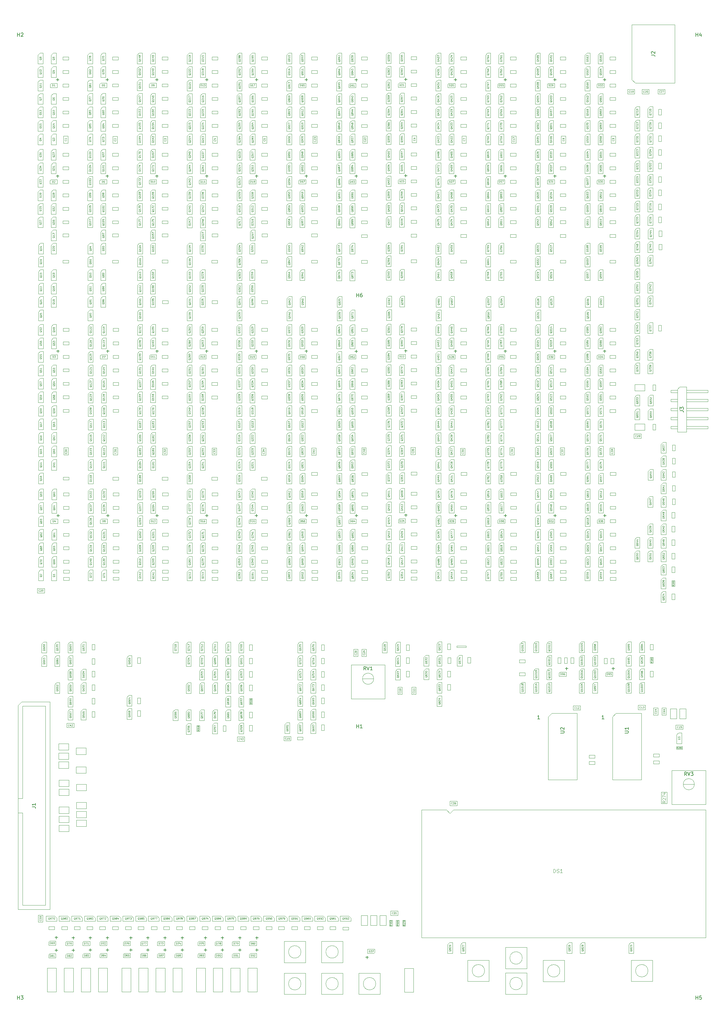
<source format=gbr>
G04 #@! TF.GenerationSoftware,KiCad,Pcbnew,(6.0.8-1)-1*
G04 #@! TF.CreationDate,2022-11-09T18:22:42-06:00*
G04 #@! TF.ProjectId,q2,71322e6b-6963-4616-945f-706362585858,rev?*
G04 #@! TF.SameCoordinates,Original*
G04 #@! TF.FileFunction,AssemblyDrawing,Top*
%FSLAX46Y46*%
G04 Gerber Fmt 4.6, Leading zero omitted, Abs format (unit mm)*
G04 Created by KiCad (PCBNEW (6.0.8-1)-1) date 2022-11-09 18:22:42*
%MOMM*%
%LPD*%
G01*
G04 APERTURE LIST*
%ADD10C,0.080000*%
%ADD11C,0.150000*%
%ADD12C,0.100000*%
%ADD13C,0.075000*%
%ADD14C,0.060000*%
%ADD15C,0.120000*%
G04 APERTURE END LIST*
D10*
X65978571Y-67933333D02*
X66002380Y-67957142D01*
X66026190Y-68028571D01*
X66026190Y-68076190D01*
X66002380Y-68147619D01*
X65954761Y-68195238D01*
X65907142Y-68219047D01*
X65811904Y-68242857D01*
X65740476Y-68242857D01*
X65645238Y-68219047D01*
X65597619Y-68195238D01*
X65550000Y-68147619D01*
X65526190Y-68076190D01*
X65526190Y-68028571D01*
X65550000Y-67957142D01*
X65573809Y-67933333D01*
X66026190Y-67457142D02*
X66026190Y-67742857D01*
X66026190Y-67600000D02*
X65526190Y-67600000D01*
X65597619Y-67647619D01*
X65645238Y-67695238D01*
X65669047Y-67742857D01*
X79878571Y-67983333D02*
X79902380Y-68007142D01*
X79926190Y-68078571D01*
X79926190Y-68126190D01*
X79902380Y-68197619D01*
X79854761Y-68245238D01*
X79807142Y-68269047D01*
X79711904Y-68292857D01*
X79640476Y-68292857D01*
X79545238Y-68269047D01*
X79497619Y-68245238D01*
X79450000Y-68197619D01*
X79426190Y-68126190D01*
X79426190Y-68078571D01*
X79450000Y-68007142D01*
X79473809Y-67983333D01*
X79473809Y-67792857D02*
X79450000Y-67769047D01*
X79426190Y-67721428D01*
X79426190Y-67602380D01*
X79450000Y-67554761D01*
X79473809Y-67530952D01*
X79521428Y-67507142D01*
X79569047Y-67507142D01*
X79640476Y-67530952D01*
X79926190Y-67816666D01*
X79926190Y-67507142D01*
X93978571Y-67983333D02*
X94002380Y-68007142D01*
X94026190Y-68078571D01*
X94026190Y-68126190D01*
X94002380Y-68197619D01*
X93954761Y-68245238D01*
X93907142Y-68269047D01*
X93811904Y-68292857D01*
X93740476Y-68292857D01*
X93645238Y-68269047D01*
X93597619Y-68245238D01*
X93550000Y-68197619D01*
X93526190Y-68126190D01*
X93526190Y-68078571D01*
X93550000Y-68007142D01*
X93573809Y-67983333D01*
X93526190Y-67816666D02*
X93526190Y-67507142D01*
X93716666Y-67673809D01*
X93716666Y-67602380D01*
X93740476Y-67554761D01*
X93764285Y-67530952D01*
X93811904Y-67507142D01*
X93930952Y-67507142D01*
X93978571Y-67530952D01*
X94002380Y-67554761D01*
X94026190Y-67602380D01*
X94026190Y-67745238D01*
X94002380Y-67792857D01*
X93978571Y-67816666D01*
X107978571Y-67983333D02*
X108002380Y-68007142D01*
X108026190Y-68078571D01*
X108026190Y-68126190D01*
X108002380Y-68197619D01*
X107954761Y-68245238D01*
X107907142Y-68269047D01*
X107811904Y-68292857D01*
X107740476Y-68292857D01*
X107645238Y-68269047D01*
X107597619Y-68245238D01*
X107550000Y-68197619D01*
X107526190Y-68126190D01*
X107526190Y-68078571D01*
X107550000Y-68007142D01*
X107573809Y-67983333D01*
X107692857Y-67554761D02*
X108026190Y-67554761D01*
X107502380Y-67673809D02*
X107859523Y-67792857D01*
X107859523Y-67483333D01*
X121978571Y-67983333D02*
X122002380Y-68007142D01*
X122026190Y-68078571D01*
X122026190Y-68126190D01*
X122002380Y-68197619D01*
X121954761Y-68245238D01*
X121907142Y-68269047D01*
X121811904Y-68292857D01*
X121740476Y-68292857D01*
X121645238Y-68269047D01*
X121597619Y-68245238D01*
X121550000Y-68197619D01*
X121526190Y-68126190D01*
X121526190Y-68078571D01*
X121550000Y-68007142D01*
X121573809Y-67983333D01*
X121526190Y-67530952D02*
X121526190Y-67769047D01*
X121764285Y-67792857D01*
X121740476Y-67769047D01*
X121716666Y-67721428D01*
X121716666Y-67602380D01*
X121740476Y-67554761D01*
X121764285Y-67530952D01*
X121811904Y-67507142D01*
X121930952Y-67507142D01*
X121978571Y-67530952D01*
X122002380Y-67554761D01*
X122026190Y-67602380D01*
X122026190Y-67721428D01*
X122002380Y-67769047D01*
X121978571Y-67792857D01*
X164128571Y-67833333D02*
X164152380Y-67857142D01*
X164176190Y-67928571D01*
X164176190Y-67976190D01*
X164152380Y-68047619D01*
X164104761Y-68095238D01*
X164057142Y-68119047D01*
X163961904Y-68142857D01*
X163890476Y-68142857D01*
X163795238Y-68119047D01*
X163747619Y-68095238D01*
X163700000Y-68047619D01*
X163676190Y-67976190D01*
X163676190Y-67928571D01*
X163700000Y-67857142D01*
X163723809Y-67833333D01*
X163676190Y-67404761D02*
X163676190Y-67500000D01*
X163700000Y-67547619D01*
X163723809Y-67571428D01*
X163795238Y-67619047D01*
X163890476Y-67642857D01*
X164080952Y-67642857D01*
X164128571Y-67619047D01*
X164152380Y-67595238D01*
X164176190Y-67547619D01*
X164176190Y-67452380D01*
X164152380Y-67404761D01*
X164128571Y-67380952D01*
X164080952Y-67357142D01*
X163961904Y-67357142D01*
X163914285Y-67380952D01*
X163890476Y-67404761D01*
X163866666Y-67452380D01*
X163866666Y-67547619D01*
X163890476Y-67595238D01*
X163914285Y-67619047D01*
X163961904Y-67642857D01*
X178128571Y-67933333D02*
X178152380Y-67957142D01*
X178176190Y-68028571D01*
X178176190Y-68076190D01*
X178152380Y-68147619D01*
X178104761Y-68195238D01*
X178057142Y-68219047D01*
X177961904Y-68242857D01*
X177890476Y-68242857D01*
X177795238Y-68219047D01*
X177747619Y-68195238D01*
X177700000Y-68147619D01*
X177676190Y-68076190D01*
X177676190Y-68028571D01*
X177700000Y-67957142D01*
X177723809Y-67933333D01*
X177676190Y-67766666D02*
X177676190Y-67433333D01*
X178176190Y-67647619D01*
X206128571Y-67933333D02*
X206152380Y-67957142D01*
X206176190Y-68028571D01*
X206176190Y-68076190D01*
X206152380Y-68147619D01*
X206104761Y-68195238D01*
X206057142Y-68219047D01*
X205961904Y-68242857D01*
X205890476Y-68242857D01*
X205795238Y-68219047D01*
X205747619Y-68195238D01*
X205700000Y-68147619D01*
X205676190Y-68076190D01*
X205676190Y-68028571D01*
X205700000Y-67957142D01*
X205723809Y-67933333D01*
X205890476Y-67647619D02*
X205866666Y-67695238D01*
X205842857Y-67719047D01*
X205795238Y-67742857D01*
X205771428Y-67742857D01*
X205723809Y-67719047D01*
X205700000Y-67695238D01*
X205676190Y-67647619D01*
X205676190Y-67552380D01*
X205700000Y-67504761D01*
X205723809Y-67480952D01*
X205771428Y-67457142D01*
X205795238Y-67457142D01*
X205842857Y-67480952D01*
X205866666Y-67504761D01*
X205890476Y-67552380D01*
X205890476Y-67647619D01*
X205914285Y-67695238D01*
X205938095Y-67719047D01*
X205985714Y-67742857D01*
X206080952Y-67742857D01*
X206128571Y-67719047D01*
X206152380Y-67695238D01*
X206176190Y-67647619D01*
X206176190Y-67552380D01*
X206152380Y-67504761D01*
X206128571Y-67480952D01*
X206080952Y-67457142D01*
X205985714Y-67457142D01*
X205938095Y-67480952D01*
X205914285Y-67504761D01*
X205890476Y-67552380D01*
X220128571Y-67933333D02*
X220152380Y-67957142D01*
X220176190Y-68028571D01*
X220176190Y-68076190D01*
X220152380Y-68147619D01*
X220104761Y-68195238D01*
X220057142Y-68219047D01*
X219961904Y-68242857D01*
X219890476Y-68242857D01*
X219795238Y-68219047D01*
X219747619Y-68195238D01*
X219700000Y-68147619D01*
X219676190Y-68076190D01*
X219676190Y-68028571D01*
X219700000Y-67957142D01*
X219723809Y-67933333D01*
X220176190Y-67695238D02*
X220176190Y-67600000D01*
X220152380Y-67552380D01*
X220128571Y-67528571D01*
X220057142Y-67480952D01*
X219961904Y-67457142D01*
X219771428Y-67457142D01*
X219723809Y-67480952D01*
X219700000Y-67504761D01*
X219676190Y-67552380D01*
X219676190Y-67647619D01*
X219700000Y-67695238D01*
X219723809Y-67719047D01*
X219771428Y-67742857D01*
X219890476Y-67742857D01*
X219938095Y-67719047D01*
X219961904Y-67695238D01*
X219985714Y-67647619D01*
X219985714Y-67552380D01*
X219961904Y-67504761D01*
X219938095Y-67480952D01*
X219890476Y-67457142D01*
X209378571Y-227978571D02*
X209354761Y-228002380D01*
X209283333Y-228026190D01*
X209235714Y-228026190D01*
X209164285Y-228002380D01*
X209116666Y-227954761D01*
X209092857Y-227907142D01*
X209069047Y-227811904D01*
X209069047Y-227740476D01*
X209092857Y-227645238D01*
X209116666Y-227597619D01*
X209164285Y-227550000D01*
X209235714Y-227526190D01*
X209283333Y-227526190D01*
X209354761Y-227550000D01*
X209378571Y-227573809D01*
X209854761Y-228026190D02*
X209569047Y-228026190D01*
X209711904Y-228026190D02*
X209711904Y-227526190D01*
X209664285Y-227597619D01*
X209616666Y-227645238D01*
X209569047Y-227669047D01*
X210045238Y-227573809D02*
X210069047Y-227550000D01*
X210116666Y-227526190D01*
X210235714Y-227526190D01*
X210283333Y-227550000D01*
X210307142Y-227573809D01*
X210330952Y-227621428D01*
X210330952Y-227669047D01*
X210307142Y-227740476D01*
X210021428Y-228026190D01*
X210330952Y-228026190D01*
X227678571Y-227878571D02*
X227654761Y-227902380D01*
X227583333Y-227926190D01*
X227535714Y-227926190D01*
X227464285Y-227902380D01*
X227416666Y-227854761D01*
X227392857Y-227807142D01*
X227369047Y-227711904D01*
X227369047Y-227640476D01*
X227392857Y-227545238D01*
X227416666Y-227497619D01*
X227464285Y-227450000D01*
X227535714Y-227426190D01*
X227583333Y-227426190D01*
X227654761Y-227450000D01*
X227678571Y-227473809D01*
X228154761Y-227926190D02*
X227869047Y-227926190D01*
X228011904Y-227926190D02*
X228011904Y-227426190D01*
X227964285Y-227497619D01*
X227916666Y-227545238D01*
X227869047Y-227569047D01*
X228321428Y-227426190D02*
X228630952Y-227426190D01*
X228464285Y-227616666D01*
X228535714Y-227616666D01*
X228583333Y-227640476D01*
X228607142Y-227664285D01*
X228630952Y-227711904D01*
X228630952Y-227830952D01*
X228607142Y-227878571D01*
X228583333Y-227902380D01*
X228535714Y-227926190D01*
X228392857Y-227926190D01*
X228345238Y-227902380D01*
X228321428Y-227878571D01*
X232068571Y-229121428D02*
X232092380Y-229145238D01*
X232116190Y-229216666D01*
X232116190Y-229264285D01*
X232092380Y-229335714D01*
X232044761Y-229383333D01*
X231997142Y-229407142D01*
X231901904Y-229430952D01*
X231830476Y-229430952D01*
X231735238Y-229407142D01*
X231687619Y-229383333D01*
X231640000Y-229335714D01*
X231616190Y-229264285D01*
X231616190Y-229216666D01*
X231640000Y-229145238D01*
X231663809Y-229121428D01*
X232116190Y-228645238D02*
X232116190Y-228930952D01*
X232116190Y-228788095D02*
X231616190Y-228788095D01*
X231687619Y-228835714D01*
X231735238Y-228883333D01*
X231759047Y-228930952D01*
X231782857Y-228216666D02*
X232116190Y-228216666D01*
X231592380Y-228335714D02*
X231949523Y-228454761D01*
X231949523Y-228145238D01*
X192128571Y-68171428D02*
X192152380Y-68195238D01*
X192176190Y-68266666D01*
X192176190Y-68314285D01*
X192152380Y-68385714D01*
X192104761Y-68433333D01*
X192057142Y-68457142D01*
X191961904Y-68480952D01*
X191890476Y-68480952D01*
X191795238Y-68457142D01*
X191747619Y-68433333D01*
X191700000Y-68385714D01*
X191676190Y-68314285D01*
X191676190Y-68266666D01*
X191700000Y-68195238D01*
X191723809Y-68171428D01*
X192176190Y-67695238D02*
X192176190Y-67980952D01*
X192176190Y-67838095D02*
X191676190Y-67838095D01*
X191747619Y-67885714D01*
X191795238Y-67933333D01*
X191819047Y-67980952D01*
X191676190Y-67528571D02*
X191676190Y-67195238D01*
X192176190Y-67409523D01*
X58878571Y-287421428D02*
X58902380Y-287445238D01*
X58926190Y-287516666D01*
X58926190Y-287564285D01*
X58902380Y-287635714D01*
X58854761Y-287683333D01*
X58807142Y-287707142D01*
X58711904Y-287730952D01*
X58640476Y-287730952D01*
X58545238Y-287707142D01*
X58497619Y-287683333D01*
X58450000Y-287635714D01*
X58426190Y-287564285D01*
X58426190Y-287516666D01*
X58450000Y-287445238D01*
X58473809Y-287421428D01*
X58926190Y-286945238D02*
X58926190Y-287230952D01*
X58926190Y-287088095D02*
X58426190Y-287088095D01*
X58497619Y-287135714D01*
X58545238Y-287183333D01*
X58569047Y-287230952D01*
X58640476Y-286659523D02*
X58616666Y-286707142D01*
X58592857Y-286730952D01*
X58545238Y-286754761D01*
X58521428Y-286754761D01*
X58473809Y-286730952D01*
X58450000Y-286707142D01*
X58426190Y-286659523D01*
X58426190Y-286564285D01*
X58450000Y-286516666D01*
X58473809Y-286492857D01*
X58521428Y-286469047D01*
X58545238Y-286469047D01*
X58592857Y-286492857D01*
X58616666Y-286516666D01*
X58640476Y-286564285D01*
X58640476Y-286659523D01*
X58664285Y-286707142D01*
X58688095Y-286730952D01*
X58735714Y-286754761D01*
X58830952Y-286754761D01*
X58878571Y-286730952D01*
X58902380Y-286707142D01*
X58926190Y-286659523D01*
X58926190Y-286564285D01*
X58902380Y-286516666D01*
X58878571Y-286492857D01*
X58830952Y-286469047D01*
X58735714Y-286469047D01*
X58688095Y-286492857D01*
X58664285Y-286516666D01*
X58640476Y-286564285D01*
X224648571Y-54548571D02*
X224624761Y-54572380D01*
X224553333Y-54596190D01*
X224505714Y-54596190D01*
X224434285Y-54572380D01*
X224386666Y-54524761D01*
X224362857Y-54477142D01*
X224339047Y-54381904D01*
X224339047Y-54310476D01*
X224362857Y-54215238D01*
X224386666Y-54167619D01*
X224434285Y-54120000D01*
X224505714Y-54096190D01*
X224553333Y-54096190D01*
X224624761Y-54120000D01*
X224648571Y-54143809D01*
X225124761Y-54596190D02*
X224839047Y-54596190D01*
X224981904Y-54596190D02*
X224981904Y-54096190D01*
X224934285Y-54167619D01*
X224886666Y-54215238D01*
X224839047Y-54239047D01*
X225362857Y-54596190D02*
X225458095Y-54596190D01*
X225505714Y-54572380D01*
X225529523Y-54548571D01*
X225577142Y-54477142D01*
X225600952Y-54381904D01*
X225600952Y-54191428D01*
X225577142Y-54143809D01*
X225553333Y-54120000D01*
X225505714Y-54096190D01*
X225410476Y-54096190D01*
X225362857Y-54120000D01*
X225339047Y-54143809D01*
X225315238Y-54191428D01*
X225315238Y-54310476D01*
X225339047Y-54358095D01*
X225362857Y-54381904D01*
X225410476Y-54405714D01*
X225505714Y-54405714D01*
X225553333Y-54381904D01*
X225577142Y-54358095D01*
X225600952Y-54310476D01*
X58478571Y-194978571D02*
X58454761Y-195002380D01*
X58383333Y-195026190D01*
X58335714Y-195026190D01*
X58264285Y-195002380D01*
X58216666Y-194954761D01*
X58192857Y-194907142D01*
X58169047Y-194811904D01*
X58169047Y-194740476D01*
X58192857Y-194645238D01*
X58216666Y-194597619D01*
X58264285Y-194550000D01*
X58335714Y-194526190D01*
X58383333Y-194526190D01*
X58454761Y-194550000D01*
X58478571Y-194573809D01*
X58669047Y-194573809D02*
X58692857Y-194550000D01*
X58740476Y-194526190D01*
X58859523Y-194526190D01*
X58907142Y-194550000D01*
X58930952Y-194573809D01*
X58954761Y-194621428D01*
X58954761Y-194669047D01*
X58930952Y-194740476D01*
X58645238Y-195026190D01*
X58954761Y-195026190D01*
X59264285Y-194526190D02*
X59311904Y-194526190D01*
X59359523Y-194550000D01*
X59383333Y-194573809D01*
X59407142Y-194621428D01*
X59430952Y-194716666D01*
X59430952Y-194835714D01*
X59407142Y-194930952D01*
X59383333Y-194978571D01*
X59359523Y-195002380D01*
X59311904Y-195026190D01*
X59264285Y-195026190D01*
X59216666Y-195002380D01*
X59192857Y-194978571D01*
X59169047Y-194930952D01*
X59145238Y-194835714D01*
X59145238Y-194716666D01*
X59169047Y-194621428D01*
X59192857Y-194573809D01*
X59216666Y-194550000D01*
X59264285Y-194526190D01*
X157978571Y-285778571D02*
X157954761Y-285802380D01*
X157883333Y-285826190D01*
X157835714Y-285826190D01*
X157764285Y-285802380D01*
X157716666Y-285754761D01*
X157692857Y-285707142D01*
X157669047Y-285611904D01*
X157669047Y-285540476D01*
X157692857Y-285445238D01*
X157716666Y-285397619D01*
X157764285Y-285350000D01*
X157835714Y-285326190D01*
X157883333Y-285326190D01*
X157954761Y-285350000D01*
X157978571Y-285373809D01*
X158169047Y-285373809D02*
X158192857Y-285350000D01*
X158240476Y-285326190D01*
X158359523Y-285326190D01*
X158407142Y-285350000D01*
X158430952Y-285373809D01*
X158454761Y-285421428D01*
X158454761Y-285469047D01*
X158430952Y-285540476D01*
X158145238Y-285826190D01*
X158454761Y-285826190D01*
X158930952Y-285826190D02*
X158645238Y-285826190D01*
X158788095Y-285826190D02*
X158788095Y-285326190D01*
X158740476Y-285397619D01*
X158692857Y-285445238D01*
X158645238Y-285469047D01*
X150208571Y-68191428D02*
X150232380Y-68215238D01*
X150256190Y-68286666D01*
X150256190Y-68334285D01*
X150232380Y-68405714D01*
X150184761Y-68453333D01*
X150137142Y-68477142D01*
X150041904Y-68500952D01*
X149970476Y-68500952D01*
X149875238Y-68477142D01*
X149827619Y-68453333D01*
X149780000Y-68405714D01*
X149756190Y-68334285D01*
X149756190Y-68286666D01*
X149780000Y-68215238D01*
X149803809Y-68191428D01*
X149803809Y-68000952D02*
X149780000Y-67977142D01*
X149756190Y-67929523D01*
X149756190Y-67810476D01*
X149780000Y-67762857D01*
X149803809Y-67739047D01*
X149851428Y-67715238D01*
X149899047Y-67715238D01*
X149970476Y-67739047D01*
X150256190Y-68024761D01*
X150256190Y-67715238D01*
X149803809Y-67524761D02*
X149780000Y-67500952D01*
X149756190Y-67453333D01*
X149756190Y-67334285D01*
X149780000Y-67286666D01*
X149803809Y-67262857D01*
X149851428Y-67239047D01*
X149899047Y-67239047D01*
X149970476Y-67262857D01*
X150256190Y-67548571D01*
X150256190Y-67239047D01*
X136128571Y-68171428D02*
X136152380Y-68195238D01*
X136176190Y-68266666D01*
X136176190Y-68314285D01*
X136152380Y-68385714D01*
X136104761Y-68433333D01*
X136057142Y-68457142D01*
X135961904Y-68480952D01*
X135890476Y-68480952D01*
X135795238Y-68457142D01*
X135747619Y-68433333D01*
X135700000Y-68385714D01*
X135676190Y-68314285D01*
X135676190Y-68266666D01*
X135700000Y-68195238D01*
X135723809Y-68171428D01*
X135723809Y-67980952D02*
X135700000Y-67957142D01*
X135676190Y-67909523D01*
X135676190Y-67790476D01*
X135700000Y-67742857D01*
X135723809Y-67719047D01*
X135771428Y-67695238D01*
X135819047Y-67695238D01*
X135890476Y-67719047D01*
X136176190Y-68004761D01*
X136176190Y-67695238D01*
X135676190Y-67528571D02*
X135676190Y-67219047D01*
X135866666Y-67385714D01*
X135866666Y-67314285D01*
X135890476Y-67266666D01*
X135914285Y-67242857D01*
X135961904Y-67219047D01*
X136080952Y-67219047D01*
X136128571Y-67242857D01*
X136152380Y-67266666D01*
X136176190Y-67314285D01*
X136176190Y-67457142D01*
X136152380Y-67504761D01*
X136128571Y-67528571D01*
D11*
X63162047Y-51020428D02*
X63923952Y-51020428D01*
X63543000Y-51401380D02*
X63543000Y-50639476D01*
D10*
X62030952Y-52826190D02*
X62030952Y-52326190D01*
X62150000Y-52326190D01*
X62221428Y-52350000D01*
X62269047Y-52397619D01*
X62292857Y-52445238D01*
X62316666Y-52540476D01*
X62316666Y-52611904D01*
X62292857Y-52707142D01*
X62269047Y-52754761D01*
X62221428Y-52802380D01*
X62150000Y-52826190D01*
X62030952Y-52826190D01*
X62792857Y-52826190D02*
X62507142Y-52826190D01*
X62650000Y-52826190D02*
X62650000Y-52326190D01*
X62602380Y-52397619D01*
X62554761Y-52445238D01*
X62507142Y-52469047D01*
D11*
X63146987Y-78132729D02*
X63908892Y-78132729D01*
X63527940Y-78513681D02*
X63527940Y-77751777D01*
D10*
X62015892Y-79938491D02*
X62015892Y-79438491D01*
X62134940Y-79438491D01*
X62206368Y-79462301D01*
X62253987Y-79509920D01*
X62277797Y-79557539D01*
X62301606Y-79652777D01*
X62301606Y-79724205D01*
X62277797Y-79819443D01*
X62253987Y-79867062D01*
X62206368Y-79914681D01*
X62134940Y-79938491D01*
X62015892Y-79938491D01*
X62492082Y-79486110D02*
X62515892Y-79462301D01*
X62563511Y-79438491D01*
X62682559Y-79438491D01*
X62730178Y-79462301D01*
X62753987Y-79486110D01*
X62777797Y-79533729D01*
X62777797Y-79581348D01*
X62753987Y-79652777D01*
X62468273Y-79938491D01*
X62777797Y-79938491D01*
D11*
X63236987Y-127392729D02*
X63998892Y-127392729D01*
X63617940Y-127773681D02*
X63617940Y-127011777D01*
D10*
X62105892Y-129198491D02*
X62105892Y-128698491D01*
X62224940Y-128698491D01*
X62296368Y-128722301D01*
X62343987Y-128769920D01*
X62367797Y-128817539D01*
X62391606Y-128912777D01*
X62391606Y-128984205D01*
X62367797Y-129079443D01*
X62343987Y-129127062D01*
X62296368Y-129174681D01*
X62224940Y-129198491D01*
X62105892Y-129198491D01*
X62558273Y-128698491D02*
X62867797Y-128698491D01*
X62701130Y-128888967D01*
X62772559Y-128888967D01*
X62820178Y-128912777D01*
X62843987Y-128936586D01*
X62867797Y-128984205D01*
X62867797Y-129103253D01*
X62843987Y-129150872D01*
X62820178Y-129174681D01*
X62772559Y-129198491D01*
X62629701Y-129198491D01*
X62582082Y-129174681D01*
X62558273Y-129150872D01*
X62155892Y-175498491D02*
X62155892Y-174998491D01*
X62274940Y-174998491D01*
X62346368Y-175022301D01*
X62393987Y-175069920D01*
X62417797Y-175117539D01*
X62441606Y-175212777D01*
X62441606Y-175284205D01*
X62417797Y-175379443D01*
X62393987Y-175427062D01*
X62346368Y-175474681D01*
X62274940Y-175498491D01*
X62155892Y-175498491D01*
X62870178Y-175165158D02*
X62870178Y-175498491D01*
X62751130Y-174974681D02*
X62632082Y-175331824D01*
X62941606Y-175331824D01*
D11*
X63286987Y-173692729D02*
X64048892Y-173692729D01*
X63667940Y-174073681D02*
X63667940Y-173311777D01*
X77116987Y-51012729D02*
X77878892Y-51012729D01*
X77497940Y-51393681D02*
X77497940Y-50631777D01*
D10*
X75985892Y-52818491D02*
X75985892Y-52318491D01*
X76104940Y-52318491D01*
X76176368Y-52342301D01*
X76223987Y-52389920D01*
X76247797Y-52437539D01*
X76271606Y-52532777D01*
X76271606Y-52604205D01*
X76247797Y-52699443D01*
X76223987Y-52747062D01*
X76176368Y-52794681D01*
X76104940Y-52818491D01*
X75985892Y-52818491D01*
X76723987Y-52318491D02*
X76485892Y-52318491D01*
X76462082Y-52556586D01*
X76485892Y-52532777D01*
X76533511Y-52508967D01*
X76652559Y-52508967D01*
X76700178Y-52532777D01*
X76723987Y-52556586D01*
X76747797Y-52604205D01*
X76747797Y-52723253D01*
X76723987Y-52770872D01*
X76700178Y-52794681D01*
X76652559Y-52818491D01*
X76533511Y-52818491D01*
X76485892Y-52794681D01*
X76462082Y-52770872D01*
D11*
X77106987Y-78132729D02*
X77868892Y-78132729D01*
X77487940Y-78513681D02*
X77487940Y-77751777D01*
D10*
X75975892Y-79938491D02*
X75975892Y-79438491D01*
X76094940Y-79438491D01*
X76166368Y-79462301D01*
X76213987Y-79509920D01*
X76237797Y-79557539D01*
X76261606Y-79652777D01*
X76261606Y-79724205D01*
X76237797Y-79819443D01*
X76213987Y-79867062D01*
X76166368Y-79914681D01*
X76094940Y-79938491D01*
X75975892Y-79938491D01*
X76690178Y-79438491D02*
X76594940Y-79438491D01*
X76547320Y-79462301D01*
X76523511Y-79486110D01*
X76475892Y-79557539D01*
X76452082Y-79652777D01*
X76452082Y-79843253D01*
X76475892Y-79890872D01*
X76499701Y-79914681D01*
X76547320Y-79938491D01*
X76642559Y-79938491D01*
X76690178Y-79914681D01*
X76713987Y-79890872D01*
X76737797Y-79843253D01*
X76737797Y-79724205D01*
X76713987Y-79676586D01*
X76690178Y-79652777D01*
X76642559Y-79628967D01*
X76547320Y-79628967D01*
X76499701Y-79652777D01*
X76475892Y-79676586D01*
X76452082Y-79724205D01*
X76125892Y-129218491D02*
X76125892Y-128718491D01*
X76244940Y-128718491D01*
X76316368Y-128742301D01*
X76363987Y-128789920D01*
X76387797Y-128837539D01*
X76411606Y-128932777D01*
X76411606Y-129004205D01*
X76387797Y-129099443D01*
X76363987Y-129147062D01*
X76316368Y-129194681D01*
X76244940Y-129218491D01*
X76125892Y-129218491D01*
X76578273Y-128718491D02*
X76911606Y-128718491D01*
X76697320Y-129218491D01*
D11*
X77256987Y-127412729D02*
X78018892Y-127412729D01*
X77637940Y-127793681D02*
X77637940Y-127031777D01*
X77287047Y-173695428D02*
X78048952Y-173695428D01*
X77668000Y-174076380D02*
X77668000Y-173314476D01*
D10*
X76155952Y-175501190D02*
X76155952Y-175001190D01*
X76275000Y-175001190D01*
X76346428Y-175025000D01*
X76394047Y-175072619D01*
X76417857Y-175120238D01*
X76441666Y-175215476D01*
X76441666Y-175286904D01*
X76417857Y-175382142D01*
X76394047Y-175429761D01*
X76346428Y-175477380D01*
X76275000Y-175501190D01*
X76155952Y-175501190D01*
X76727380Y-175215476D02*
X76679761Y-175191666D01*
X76655952Y-175167857D01*
X76632142Y-175120238D01*
X76632142Y-175096428D01*
X76655952Y-175048809D01*
X76679761Y-175025000D01*
X76727380Y-175001190D01*
X76822619Y-175001190D01*
X76870238Y-175025000D01*
X76894047Y-175048809D01*
X76917857Y-175096428D01*
X76917857Y-175120238D01*
X76894047Y-175167857D01*
X76870238Y-175191666D01*
X76822619Y-175215476D01*
X76727380Y-175215476D01*
X76679761Y-175239285D01*
X76655952Y-175263095D01*
X76632142Y-175310714D01*
X76632142Y-175405952D01*
X76655952Y-175453571D01*
X76679761Y-175477380D01*
X76727380Y-175501190D01*
X76822619Y-175501190D01*
X76870238Y-175477380D01*
X76894047Y-175453571D01*
X76917857Y-175405952D01*
X76917857Y-175310714D01*
X76894047Y-175263095D01*
X76870238Y-175239285D01*
X76822619Y-175215476D01*
D11*
X91126987Y-127402729D02*
X91888892Y-127402729D01*
X91507940Y-127783681D02*
X91507940Y-127021777D01*
D10*
X89757797Y-129208491D02*
X89757797Y-128708491D01*
X89876844Y-128708491D01*
X89948273Y-128732301D01*
X89995892Y-128779920D01*
X90019701Y-128827539D01*
X90043511Y-128922777D01*
X90043511Y-128994205D01*
X90019701Y-129089443D01*
X89995892Y-129137062D01*
X89948273Y-129184681D01*
X89876844Y-129208491D01*
X89757797Y-129208491D01*
X90519701Y-129208491D02*
X90233987Y-129208491D01*
X90376844Y-129208491D02*
X90376844Y-128708491D01*
X90329225Y-128779920D01*
X90281606Y-128827539D01*
X90233987Y-128851348D01*
X90995892Y-129208491D02*
X90710178Y-129208491D01*
X90853035Y-129208491D02*
X90853035Y-128708491D01*
X90805416Y-128779920D01*
X90757797Y-128827539D01*
X90710178Y-128851348D01*
X89787857Y-175491190D02*
X89787857Y-174991190D01*
X89906904Y-174991190D01*
X89978333Y-175015000D01*
X90025952Y-175062619D01*
X90049761Y-175110238D01*
X90073571Y-175205476D01*
X90073571Y-175276904D01*
X90049761Y-175372142D01*
X90025952Y-175419761D01*
X89978333Y-175467380D01*
X89906904Y-175491190D01*
X89787857Y-175491190D01*
X90549761Y-175491190D02*
X90264047Y-175491190D01*
X90406904Y-175491190D02*
X90406904Y-174991190D01*
X90359285Y-175062619D01*
X90311666Y-175110238D01*
X90264047Y-175134047D01*
X90740238Y-175038809D02*
X90764047Y-175015000D01*
X90811666Y-174991190D01*
X90930714Y-174991190D01*
X90978333Y-175015000D01*
X91002142Y-175038809D01*
X91025952Y-175086428D01*
X91025952Y-175134047D01*
X91002142Y-175205476D01*
X90716428Y-175491190D01*
X91025952Y-175491190D01*
D11*
X91157047Y-173685428D02*
X91918952Y-173685428D01*
X91538000Y-174066380D02*
X91538000Y-173304476D01*
X105102047Y-127420428D02*
X105863952Y-127420428D01*
X105483000Y-127801380D02*
X105483000Y-127039476D01*
D10*
X103732857Y-129226190D02*
X103732857Y-128726190D01*
X103851904Y-128726190D01*
X103923333Y-128750000D01*
X103970952Y-128797619D01*
X103994761Y-128845238D01*
X104018571Y-128940476D01*
X104018571Y-129011904D01*
X103994761Y-129107142D01*
X103970952Y-129154761D01*
X103923333Y-129202380D01*
X103851904Y-129226190D01*
X103732857Y-129226190D01*
X104494761Y-129226190D02*
X104209047Y-129226190D01*
X104351904Y-129226190D02*
X104351904Y-128726190D01*
X104304285Y-128797619D01*
X104256666Y-128845238D01*
X104209047Y-128869047D01*
X104947142Y-128726190D02*
X104709047Y-128726190D01*
X104685238Y-128964285D01*
X104709047Y-128940476D01*
X104756666Y-128916666D01*
X104875714Y-128916666D01*
X104923333Y-128940476D01*
X104947142Y-128964285D01*
X104970952Y-129011904D01*
X104970952Y-129130952D01*
X104947142Y-129178571D01*
X104923333Y-129202380D01*
X104875714Y-129226190D01*
X104756666Y-129226190D01*
X104709047Y-129202380D01*
X104685238Y-129178571D01*
D11*
X105132107Y-173703127D02*
X105894012Y-173703127D01*
X105513060Y-174084079D02*
X105513060Y-173322175D01*
D10*
X103762917Y-175508889D02*
X103762917Y-175008889D01*
X103881964Y-175008889D01*
X103953393Y-175032699D01*
X104001012Y-175080318D01*
X104024821Y-175127937D01*
X104048631Y-175223175D01*
X104048631Y-175294603D01*
X104024821Y-175389841D01*
X104001012Y-175437460D01*
X103953393Y-175485079D01*
X103881964Y-175508889D01*
X103762917Y-175508889D01*
X104524821Y-175508889D02*
X104239107Y-175508889D01*
X104381964Y-175508889D02*
X104381964Y-175008889D01*
X104334345Y-175080318D01*
X104286726Y-175127937D01*
X104239107Y-175151746D01*
X104953393Y-175008889D02*
X104858155Y-175008889D01*
X104810536Y-175032699D01*
X104786726Y-175056508D01*
X104739107Y-175127937D01*
X104715298Y-175223175D01*
X104715298Y-175413651D01*
X104739107Y-175461270D01*
X104762917Y-175485079D01*
X104810536Y-175508889D01*
X104905774Y-175508889D01*
X104953393Y-175485079D01*
X104977202Y-175461270D01*
X105001012Y-175413651D01*
X105001012Y-175294603D01*
X104977202Y-175246984D01*
X104953393Y-175223175D01*
X104905774Y-175199365D01*
X104810536Y-175199365D01*
X104762917Y-175223175D01*
X104739107Y-175246984D01*
X104715298Y-175294603D01*
X117732857Y-129226190D02*
X117732857Y-128726190D01*
X117851904Y-128726190D01*
X117923333Y-128750000D01*
X117970952Y-128797619D01*
X117994761Y-128845238D01*
X118018571Y-128940476D01*
X118018571Y-129011904D01*
X117994761Y-129107142D01*
X117970952Y-129154761D01*
X117923333Y-129202380D01*
X117851904Y-129226190D01*
X117732857Y-129226190D01*
X118494761Y-129226190D02*
X118209047Y-129226190D01*
X118351904Y-129226190D02*
X118351904Y-128726190D01*
X118304285Y-128797619D01*
X118256666Y-128845238D01*
X118209047Y-128869047D01*
X118732857Y-129226190D02*
X118828095Y-129226190D01*
X118875714Y-129202380D01*
X118899523Y-129178571D01*
X118947142Y-129107142D01*
X118970952Y-129011904D01*
X118970952Y-128821428D01*
X118947142Y-128773809D01*
X118923333Y-128750000D01*
X118875714Y-128726190D01*
X118780476Y-128726190D01*
X118732857Y-128750000D01*
X118709047Y-128773809D01*
X118685238Y-128821428D01*
X118685238Y-128940476D01*
X118709047Y-128988095D01*
X118732857Y-129011904D01*
X118780476Y-129035714D01*
X118875714Y-129035714D01*
X118923333Y-129011904D01*
X118947142Y-128988095D01*
X118970952Y-128940476D01*
D11*
X119102047Y-127420428D02*
X119863952Y-127420428D01*
X119483000Y-127801380D02*
X119483000Y-127039476D01*
D10*
X117762917Y-175508889D02*
X117762917Y-175008889D01*
X117881964Y-175008889D01*
X117953393Y-175032699D01*
X118001012Y-175080318D01*
X118024821Y-175127937D01*
X118048631Y-175223175D01*
X118048631Y-175294603D01*
X118024821Y-175389841D01*
X118001012Y-175437460D01*
X117953393Y-175485079D01*
X117881964Y-175508889D01*
X117762917Y-175508889D01*
X118239107Y-175056508D02*
X118262917Y-175032699D01*
X118310536Y-175008889D01*
X118429583Y-175008889D01*
X118477202Y-175032699D01*
X118501012Y-175056508D01*
X118524821Y-175104127D01*
X118524821Y-175151746D01*
X118501012Y-175223175D01*
X118215298Y-175508889D01*
X118524821Y-175508889D01*
X118834345Y-175008889D02*
X118881964Y-175008889D01*
X118929583Y-175032699D01*
X118953393Y-175056508D01*
X118977202Y-175104127D01*
X119001012Y-175199365D01*
X119001012Y-175318413D01*
X118977202Y-175413651D01*
X118953393Y-175461270D01*
X118929583Y-175485079D01*
X118881964Y-175508889D01*
X118834345Y-175508889D01*
X118786726Y-175485079D01*
X118762917Y-175461270D01*
X118739107Y-175413651D01*
X118715298Y-175318413D01*
X118715298Y-175199365D01*
X118739107Y-175104127D01*
X118762917Y-175056508D01*
X118786726Y-175032699D01*
X118834345Y-175008889D01*
D11*
X119132107Y-173703127D02*
X119894012Y-173703127D01*
X119513060Y-174084079D02*
X119513060Y-173322175D01*
D10*
X159792857Y-52726190D02*
X159792857Y-52226190D01*
X159911904Y-52226190D01*
X159983333Y-52250000D01*
X160030952Y-52297619D01*
X160054761Y-52345238D01*
X160078571Y-52440476D01*
X160078571Y-52511904D01*
X160054761Y-52607142D01*
X160030952Y-52654761D01*
X159983333Y-52702380D01*
X159911904Y-52726190D01*
X159792857Y-52726190D01*
X160269047Y-52273809D02*
X160292857Y-52250000D01*
X160340476Y-52226190D01*
X160459523Y-52226190D01*
X160507142Y-52250000D01*
X160530952Y-52273809D01*
X160554761Y-52321428D01*
X160554761Y-52369047D01*
X160530952Y-52440476D01*
X160245238Y-52726190D01*
X160554761Y-52726190D01*
X161030952Y-52726190D02*
X160745238Y-52726190D01*
X160888095Y-52726190D02*
X160888095Y-52226190D01*
X160840476Y-52297619D01*
X160792857Y-52345238D01*
X160745238Y-52369047D01*
D11*
X161162047Y-50920428D02*
X161923952Y-50920428D01*
X161543000Y-51301380D02*
X161543000Y-50539476D01*
D10*
X159792857Y-129126190D02*
X159792857Y-128626190D01*
X159911904Y-128626190D01*
X159983333Y-128650000D01*
X160030952Y-128697619D01*
X160054761Y-128745238D01*
X160078571Y-128840476D01*
X160078571Y-128911904D01*
X160054761Y-129007142D01*
X160030952Y-129054761D01*
X159983333Y-129102380D01*
X159911904Y-129126190D01*
X159792857Y-129126190D01*
X160269047Y-128673809D02*
X160292857Y-128650000D01*
X160340476Y-128626190D01*
X160459523Y-128626190D01*
X160507142Y-128650000D01*
X160530952Y-128673809D01*
X160554761Y-128721428D01*
X160554761Y-128769047D01*
X160530952Y-128840476D01*
X160245238Y-129126190D01*
X160554761Y-129126190D01*
X160745238Y-128673809D02*
X160769047Y-128650000D01*
X160816666Y-128626190D01*
X160935714Y-128626190D01*
X160983333Y-128650000D01*
X161007142Y-128673809D01*
X161030952Y-128721428D01*
X161030952Y-128769047D01*
X161007142Y-128840476D01*
X160721428Y-129126190D01*
X161030952Y-129126190D01*
D11*
X161162047Y-127320428D02*
X161923952Y-127320428D01*
X161543000Y-127701380D02*
X161543000Y-126939476D01*
D10*
X159792857Y-79826190D02*
X159792857Y-79326190D01*
X159911904Y-79326190D01*
X159983333Y-79350000D01*
X160030952Y-79397619D01*
X160054761Y-79445238D01*
X160078571Y-79540476D01*
X160078571Y-79611904D01*
X160054761Y-79707142D01*
X160030952Y-79754761D01*
X159983333Y-79802380D01*
X159911904Y-79826190D01*
X159792857Y-79826190D01*
X160269047Y-79373809D02*
X160292857Y-79350000D01*
X160340476Y-79326190D01*
X160459523Y-79326190D01*
X160507142Y-79350000D01*
X160530952Y-79373809D01*
X160554761Y-79421428D01*
X160554761Y-79469047D01*
X160530952Y-79540476D01*
X160245238Y-79826190D01*
X160554761Y-79826190D01*
X160721428Y-79326190D02*
X161030952Y-79326190D01*
X160864285Y-79516666D01*
X160935714Y-79516666D01*
X160983333Y-79540476D01*
X161007142Y-79564285D01*
X161030952Y-79611904D01*
X161030952Y-79730952D01*
X161007142Y-79778571D01*
X160983333Y-79802380D01*
X160935714Y-79826190D01*
X160792857Y-79826190D01*
X160745238Y-79802380D01*
X160721428Y-79778571D01*
D11*
X161162047Y-78020428D02*
X161923952Y-78020428D01*
X161543000Y-78401380D02*
X161543000Y-77639476D01*
X161212047Y-173570428D02*
X161973952Y-173570428D01*
X161593000Y-173951380D02*
X161593000Y-173189476D01*
D10*
X159842857Y-175376190D02*
X159842857Y-174876190D01*
X159961904Y-174876190D01*
X160033333Y-174900000D01*
X160080952Y-174947619D01*
X160104761Y-174995238D01*
X160128571Y-175090476D01*
X160128571Y-175161904D01*
X160104761Y-175257142D01*
X160080952Y-175304761D01*
X160033333Y-175352380D01*
X159961904Y-175376190D01*
X159842857Y-175376190D01*
X160319047Y-174923809D02*
X160342857Y-174900000D01*
X160390476Y-174876190D01*
X160509523Y-174876190D01*
X160557142Y-174900000D01*
X160580952Y-174923809D01*
X160604761Y-174971428D01*
X160604761Y-175019047D01*
X160580952Y-175090476D01*
X160295238Y-175376190D01*
X160604761Y-175376190D01*
X161033333Y-175042857D02*
X161033333Y-175376190D01*
X160914285Y-174852380D02*
X160795238Y-175209523D01*
X161104761Y-175209523D01*
X173792857Y-52826190D02*
X173792857Y-52326190D01*
X173911904Y-52326190D01*
X173983333Y-52350000D01*
X174030952Y-52397619D01*
X174054761Y-52445238D01*
X174078571Y-52540476D01*
X174078571Y-52611904D01*
X174054761Y-52707142D01*
X174030952Y-52754761D01*
X173983333Y-52802380D01*
X173911904Y-52826190D01*
X173792857Y-52826190D01*
X174269047Y-52373809D02*
X174292857Y-52350000D01*
X174340476Y-52326190D01*
X174459523Y-52326190D01*
X174507142Y-52350000D01*
X174530952Y-52373809D01*
X174554761Y-52421428D01*
X174554761Y-52469047D01*
X174530952Y-52540476D01*
X174245238Y-52826190D01*
X174554761Y-52826190D01*
X175007142Y-52326190D02*
X174769047Y-52326190D01*
X174745238Y-52564285D01*
X174769047Y-52540476D01*
X174816666Y-52516666D01*
X174935714Y-52516666D01*
X174983333Y-52540476D01*
X175007142Y-52564285D01*
X175030952Y-52611904D01*
X175030952Y-52730952D01*
X175007142Y-52778571D01*
X174983333Y-52802380D01*
X174935714Y-52826190D01*
X174816666Y-52826190D01*
X174769047Y-52802380D01*
X174745238Y-52778571D01*
D11*
X175162047Y-51020428D02*
X175923952Y-51020428D01*
X175543000Y-51401380D02*
X175543000Y-50639476D01*
D10*
X173792857Y-129226190D02*
X173792857Y-128726190D01*
X173911904Y-128726190D01*
X173983333Y-128750000D01*
X174030952Y-128797619D01*
X174054761Y-128845238D01*
X174078571Y-128940476D01*
X174078571Y-129011904D01*
X174054761Y-129107142D01*
X174030952Y-129154761D01*
X173983333Y-129202380D01*
X173911904Y-129226190D01*
X173792857Y-129226190D01*
X174269047Y-128773809D02*
X174292857Y-128750000D01*
X174340476Y-128726190D01*
X174459523Y-128726190D01*
X174507142Y-128750000D01*
X174530952Y-128773809D01*
X174554761Y-128821428D01*
X174554761Y-128869047D01*
X174530952Y-128940476D01*
X174245238Y-129226190D01*
X174554761Y-129226190D01*
X174983333Y-128726190D02*
X174888095Y-128726190D01*
X174840476Y-128750000D01*
X174816666Y-128773809D01*
X174769047Y-128845238D01*
X174745238Y-128940476D01*
X174745238Y-129130952D01*
X174769047Y-129178571D01*
X174792857Y-129202380D01*
X174840476Y-129226190D01*
X174935714Y-129226190D01*
X174983333Y-129202380D01*
X175007142Y-129178571D01*
X175030952Y-129130952D01*
X175030952Y-129011904D01*
X175007142Y-128964285D01*
X174983333Y-128940476D01*
X174935714Y-128916666D01*
X174840476Y-128916666D01*
X174792857Y-128940476D01*
X174769047Y-128964285D01*
X174745238Y-129011904D01*
D11*
X175162047Y-127420428D02*
X175923952Y-127420428D01*
X175543000Y-127801380D02*
X175543000Y-127039476D01*
X175162047Y-78120428D02*
X175923952Y-78120428D01*
X175543000Y-78501380D02*
X175543000Y-77739476D01*
D10*
X173792857Y-79926190D02*
X173792857Y-79426190D01*
X173911904Y-79426190D01*
X173983333Y-79450000D01*
X174030952Y-79497619D01*
X174054761Y-79545238D01*
X174078571Y-79640476D01*
X174078571Y-79711904D01*
X174054761Y-79807142D01*
X174030952Y-79854761D01*
X173983333Y-79902380D01*
X173911904Y-79926190D01*
X173792857Y-79926190D01*
X174269047Y-79473809D02*
X174292857Y-79450000D01*
X174340476Y-79426190D01*
X174459523Y-79426190D01*
X174507142Y-79450000D01*
X174530952Y-79473809D01*
X174554761Y-79521428D01*
X174554761Y-79569047D01*
X174530952Y-79640476D01*
X174245238Y-79926190D01*
X174554761Y-79926190D01*
X174721428Y-79426190D02*
X175054761Y-79426190D01*
X174840476Y-79926190D01*
X173842857Y-175476190D02*
X173842857Y-174976190D01*
X173961904Y-174976190D01*
X174033333Y-175000000D01*
X174080952Y-175047619D01*
X174104761Y-175095238D01*
X174128571Y-175190476D01*
X174128571Y-175261904D01*
X174104761Y-175357142D01*
X174080952Y-175404761D01*
X174033333Y-175452380D01*
X173961904Y-175476190D01*
X173842857Y-175476190D01*
X174319047Y-175023809D02*
X174342857Y-175000000D01*
X174390476Y-174976190D01*
X174509523Y-174976190D01*
X174557142Y-175000000D01*
X174580952Y-175023809D01*
X174604761Y-175071428D01*
X174604761Y-175119047D01*
X174580952Y-175190476D01*
X174295238Y-175476190D01*
X174604761Y-175476190D01*
X174890476Y-175190476D02*
X174842857Y-175166666D01*
X174819047Y-175142857D01*
X174795238Y-175095238D01*
X174795238Y-175071428D01*
X174819047Y-175023809D01*
X174842857Y-175000000D01*
X174890476Y-174976190D01*
X174985714Y-174976190D01*
X175033333Y-175000000D01*
X175057142Y-175023809D01*
X175080952Y-175071428D01*
X175080952Y-175095238D01*
X175057142Y-175142857D01*
X175033333Y-175166666D01*
X174985714Y-175190476D01*
X174890476Y-175190476D01*
X174842857Y-175214285D01*
X174819047Y-175238095D01*
X174795238Y-175285714D01*
X174795238Y-175380952D01*
X174819047Y-175428571D01*
X174842857Y-175452380D01*
X174890476Y-175476190D01*
X174985714Y-175476190D01*
X175033333Y-175452380D01*
X175057142Y-175428571D01*
X175080952Y-175380952D01*
X175080952Y-175285714D01*
X175057142Y-175238095D01*
X175033333Y-175214285D01*
X174985714Y-175190476D01*
D11*
X175212047Y-173670428D02*
X175973952Y-173670428D01*
X175593000Y-174051380D02*
X175593000Y-173289476D01*
X203162047Y-51020428D02*
X203923952Y-51020428D01*
X203543000Y-51401380D02*
X203543000Y-50639476D01*
D10*
X201792857Y-52826190D02*
X201792857Y-52326190D01*
X201911904Y-52326190D01*
X201983333Y-52350000D01*
X202030952Y-52397619D01*
X202054761Y-52445238D01*
X202078571Y-52540476D01*
X202078571Y-52611904D01*
X202054761Y-52707142D01*
X202030952Y-52754761D01*
X201983333Y-52802380D01*
X201911904Y-52826190D01*
X201792857Y-52826190D01*
X202269047Y-52373809D02*
X202292857Y-52350000D01*
X202340476Y-52326190D01*
X202459523Y-52326190D01*
X202507142Y-52350000D01*
X202530952Y-52373809D01*
X202554761Y-52421428D01*
X202554761Y-52469047D01*
X202530952Y-52540476D01*
X202245238Y-52826190D01*
X202554761Y-52826190D01*
X202792857Y-52826190D02*
X202888095Y-52826190D01*
X202935714Y-52802380D01*
X202959523Y-52778571D01*
X203007142Y-52707142D01*
X203030952Y-52611904D01*
X203030952Y-52421428D01*
X203007142Y-52373809D01*
X202983333Y-52350000D01*
X202935714Y-52326190D01*
X202840476Y-52326190D01*
X202792857Y-52350000D01*
X202769047Y-52373809D01*
X202745238Y-52421428D01*
X202745238Y-52540476D01*
X202769047Y-52588095D01*
X202792857Y-52611904D01*
X202840476Y-52635714D01*
X202935714Y-52635714D01*
X202983333Y-52611904D01*
X203007142Y-52588095D01*
X203030952Y-52540476D01*
D11*
X203162047Y-127420428D02*
X203923952Y-127420428D01*
X203543000Y-127801380D02*
X203543000Y-127039476D01*
D10*
X201792857Y-129226190D02*
X201792857Y-128726190D01*
X201911904Y-128726190D01*
X201983333Y-128750000D01*
X202030952Y-128797619D01*
X202054761Y-128845238D01*
X202078571Y-128940476D01*
X202078571Y-129011904D01*
X202054761Y-129107142D01*
X202030952Y-129154761D01*
X201983333Y-129202380D01*
X201911904Y-129226190D01*
X201792857Y-129226190D01*
X202245238Y-128726190D02*
X202554761Y-128726190D01*
X202388095Y-128916666D01*
X202459523Y-128916666D01*
X202507142Y-128940476D01*
X202530952Y-128964285D01*
X202554761Y-129011904D01*
X202554761Y-129130952D01*
X202530952Y-129178571D01*
X202507142Y-129202380D01*
X202459523Y-129226190D01*
X202316666Y-129226190D01*
X202269047Y-129202380D01*
X202245238Y-129178571D01*
X202864285Y-128726190D02*
X202911904Y-128726190D01*
X202959523Y-128750000D01*
X202983333Y-128773809D01*
X203007142Y-128821428D01*
X203030952Y-128916666D01*
X203030952Y-129035714D01*
X203007142Y-129130952D01*
X202983333Y-129178571D01*
X202959523Y-129202380D01*
X202911904Y-129226190D01*
X202864285Y-129226190D01*
X202816666Y-129202380D01*
X202792857Y-129178571D01*
X202769047Y-129130952D01*
X202745238Y-129035714D01*
X202745238Y-128916666D01*
X202769047Y-128821428D01*
X202792857Y-128773809D01*
X202816666Y-128750000D01*
X202864285Y-128726190D01*
X201792857Y-79926190D02*
X201792857Y-79426190D01*
X201911904Y-79426190D01*
X201983333Y-79450000D01*
X202030952Y-79497619D01*
X202054761Y-79545238D01*
X202078571Y-79640476D01*
X202078571Y-79711904D01*
X202054761Y-79807142D01*
X202030952Y-79854761D01*
X201983333Y-79902380D01*
X201911904Y-79926190D01*
X201792857Y-79926190D01*
X202245238Y-79426190D02*
X202554761Y-79426190D01*
X202388095Y-79616666D01*
X202459523Y-79616666D01*
X202507142Y-79640476D01*
X202530952Y-79664285D01*
X202554761Y-79711904D01*
X202554761Y-79830952D01*
X202530952Y-79878571D01*
X202507142Y-79902380D01*
X202459523Y-79926190D01*
X202316666Y-79926190D01*
X202269047Y-79902380D01*
X202245238Y-79878571D01*
X203030952Y-79926190D02*
X202745238Y-79926190D01*
X202888095Y-79926190D02*
X202888095Y-79426190D01*
X202840476Y-79497619D01*
X202792857Y-79545238D01*
X202745238Y-79569047D01*
D11*
X203162047Y-78120428D02*
X203923952Y-78120428D01*
X203543000Y-78501380D02*
X203543000Y-77739476D01*
X203212047Y-173670428D02*
X203973952Y-173670428D01*
X203593000Y-174051380D02*
X203593000Y-173289476D01*
D10*
X201842857Y-175476190D02*
X201842857Y-174976190D01*
X201961904Y-174976190D01*
X202033333Y-175000000D01*
X202080952Y-175047619D01*
X202104761Y-175095238D01*
X202128571Y-175190476D01*
X202128571Y-175261904D01*
X202104761Y-175357142D01*
X202080952Y-175404761D01*
X202033333Y-175452380D01*
X201961904Y-175476190D01*
X201842857Y-175476190D01*
X202295238Y-174976190D02*
X202604761Y-174976190D01*
X202438095Y-175166666D01*
X202509523Y-175166666D01*
X202557142Y-175190476D01*
X202580952Y-175214285D01*
X202604761Y-175261904D01*
X202604761Y-175380952D01*
X202580952Y-175428571D01*
X202557142Y-175452380D01*
X202509523Y-175476190D01*
X202366666Y-175476190D01*
X202319047Y-175452380D01*
X202295238Y-175428571D01*
X202795238Y-175023809D02*
X202819047Y-175000000D01*
X202866666Y-174976190D01*
X202985714Y-174976190D01*
X203033333Y-175000000D01*
X203057142Y-175023809D01*
X203080952Y-175071428D01*
X203080952Y-175119047D01*
X203057142Y-175190476D01*
X202771428Y-175476190D01*
X203080952Y-175476190D01*
X215792857Y-52826190D02*
X215792857Y-52326190D01*
X215911904Y-52326190D01*
X215983333Y-52350000D01*
X216030952Y-52397619D01*
X216054761Y-52445238D01*
X216078571Y-52540476D01*
X216078571Y-52611904D01*
X216054761Y-52707142D01*
X216030952Y-52754761D01*
X215983333Y-52802380D01*
X215911904Y-52826190D01*
X215792857Y-52826190D01*
X216245238Y-52326190D02*
X216554761Y-52326190D01*
X216388095Y-52516666D01*
X216459523Y-52516666D01*
X216507142Y-52540476D01*
X216530952Y-52564285D01*
X216554761Y-52611904D01*
X216554761Y-52730952D01*
X216530952Y-52778571D01*
X216507142Y-52802380D01*
X216459523Y-52826190D01*
X216316666Y-52826190D01*
X216269047Y-52802380D01*
X216245238Y-52778571D01*
X216721428Y-52326190D02*
X217030952Y-52326190D01*
X216864285Y-52516666D01*
X216935714Y-52516666D01*
X216983333Y-52540476D01*
X217007142Y-52564285D01*
X217030952Y-52611904D01*
X217030952Y-52730952D01*
X217007142Y-52778571D01*
X216983333Y-52802380D01*
X216935714Y-52826190D01*
X216792857Y-52826190D01*
X216745238Y-52802380D01*
X216721428Y-52778571D01*
D11*
X217162047Y-51020428D02*
X217923952Y-51020428D01*
X217543000Y-51401380D02*
X217543000Y-50639476D01*
X217162047Y-127420428D02*
X217923952Y-127420428D01*
X217543000Y-127801380D02*
X217543000Y-127039476D01*
D10*
X215792857Y-129226190D02*
X215792857Y-128726190D01*
X215911904Y-128726190D01*
X215983333Y-128750000D01*
X216030952Y-128797619D01*
X216054761Y-128845238D01*
X216078571Y-128940476D01*
X216078571Y-129011904D01*
X216054761Y-129107142D01*
X216030952Y-129154761D01*
X215983333Y-129202380D01*
X215911904Y-129226190D01*
X215792857Y-129226190D01*
X216245238Y-128726190D02*
X216554761Y-128726190D01*
X216388095Y-128916666D01*
X216459523Y-128916666D01*
X216507142Y-128940476D01*
X216530952Y-128964285D01*
X216554761Y-129011904D01*
X216554761Y-129130952D01*
X216530952Y-129178571D01*
X216507142Y-129202380D01*
X216459523Y-129226190D01*
X216316666Y-129226190D01*
X216269047Y-129202380D01*
X216245238Y-129178571D01*
X216983333Y-128892857D02*
X216983333Y-129226190D01*
X216864285Y-128702380D02*
X216745238Y-129059523D01*
X217054761Y-129059523D01*
X215792857Y-79926190D02*
X215792857Y-79426190D01*
X215911904Y-79426190D01*
X215983333Y-79450000D01*
X216030952Y-79497619D01*
X216054761Y-79545238D01*
X216078571Y-79640476D01*
X216078571Y-79711904D01*
X216054761Y-79807142D01*
X216030952Y-79854761D01*
X215983333Y-79902380D01*
X215911904Y-79926190D01*
X215792857Y-79926190D01*
X216245238Y-79426190D02*
X216554761Y-79426190D01*
X216388095Y-79616666D01*
X216459523Y-79616666D01*
X216507142Y-79640476D01*
X216530952Y-79664285D01*
X216554761Y-79711904D01*
X216554761Y-79830952D01*
X216530952Y-79878571D01*
X216507142Y-79902380D01*
X216459523Y-79926190D01*
X216316666Y-79926190D01*
X216269047Y-79902380D01*
X216245238Y-79878571D01*
X217007142Y-79426190D02*
X216769047Y-79426190D01*
X216745238Y-79664285D01*
X216769047Y-79640476D01*
X216816666Y-79616666D01*
X216935714Y-79616666D01*
X216983333Y-79640476D01*
X217007142Y-79664285D01*
X217030952Y-79711904D01*
X217030952Y-79830952D01*
X217007142Y-79878571D01*
X216983333Y-79902380D01*
X216935714Y-79926190D01*
X216816666Y-79926190D01*
X216769047Y-79902380D01*
X216745238Y-79878571D01*
D11*
X217162047Y-78120428D02*
X217923952Y-78120428D01*
X217543000Y-78501380D02*
X217543000Y-77739476D01*
D10*
X215842857Y-175476190D02*
X215842857Y-174976190D01*
X215961904Y-174976190D01*
X216033333Y-175000000D01*
X216080952Y-175047619D01*
X216104761Y-175095238D01*
X216128571Y-175190476D01*
X216128571Y-175261904D01*
X216104761Y-175357142D01*
X216080952Y-175404761D01*
X216033333Y-175452380D01*
X215961904Y-175476190D01*
X215842857Y-175476190D01*
X216295238Y-174976190D02*
X216604761Y-174976190D01*
X216438095Y-175166666D01*
X216509523Y-175166666D01*
X216557142Y-175190476D01*
X216580952Y-175214285D01*
X216604761Y-175261904D01*
X216604761Y-175380952D01*
X216580952Y-175428571D01*
X216557142Y-175452380D01*
X216509523Y-175476190D01*
X216366666Y-175476190D01*
X216319047Y-175452380D01*
X216295238Y-175428571D01*
X217033333Y-174976190D02*
X216938095Y-174976190D01*
X216890476Y-175000000D01*
X216866666Y-175023809D01*
X216819047Y-175095238D01*
X216795238Y-175190476D01*
X216795238Y-175380952D01*
X216819047Y-175428571D01*
X216842857Y-175452380D01*
X216890476Y-175476190D01*
X216985714Y-175476190D01*
X217033333Y-175452380D01*
X217057142Y-175428571D01*
X217080952Y-175380952D01*
X217080952Y-175261904D01*
X217057142Y-175214285D01*
X217033333Y-175190476D01*
X216985714Y-175166666D01*
X216890476Y-175166666D01*
X216842857Y-175190476D01*
X216819047Y-175214285D01*
X216795238Y-175261904D01*
D11*
X217212047Y-173670428D02*
X217973952Y-173670428D01*
X217593000Y-174051380D02*
X217593000Y-173289476D01*
X150276047Y-298022428D02*
X151037952Y-298022428D01*
X150657000Y-298403380D02*
X150657000Y-297641476D01*
D10*
X151192857Y-296526190D02*
X151192857Y-296026190D01*
X151311904Y-296026190D01*
X151383333Y-296050000D01*
X151430952Y-296097619D01*
X151454761Y-296145238D01*
X151478571Y-296240476D01*
X151478571Y-296311904D01*
X151454761Y-296407142D01*
X151430952Y-296454761D01*
X151383333Y-296502380D01*
X151311904Y-296526190D01*
X151192857Y-296526190D01*
X151645238Y-296026190D02*
X151954761Y-296026190D01*
X151788095Y-296216666D01*
X151859523Y-296216666D01*
X151907142Y-296240476D01*
X151930952Y-296264285D01*
X151954761Y-296311904D01*
X151954761Y-296430952D01*
X151930952Y-296478571D01*
X151907142Y-296502380D01*
X151859523Y-296526190D01*
X151716666Y-296526190D01*
X151669047Y-296502380D01*
X151645238Y-296478571D01*
X152121428Y-296026190D02*
X152454761Y-296026190D01*
X152240476Y-296526190D01*
D11*
X189162047Y-51020428D02*
X189923952Y-51020428D01*
X189543000Y-51401380D02*
X189543000Y-50639476D01*
D10*
X187792857Y-52826190D02*
X187792857Y-52326190D01*
X187911904Y-52326190D01*
X187983333Y-52350000D01*
X188030952Y-52397619D01*
X188054761Y-52445238D01*
X188078571Y-52540476D01*
X188078571Y-52611904D01*
X188054761Y-52707142D01*
X188030952Y-52754761D01*
X187983333Y-52802380D01*
X187911904Y-52826190D01*
X187792857Y-52826190D01*
X188530952Y-52326190D02*
X188292857Y-52326190D01*
X188269047Y-52564285D01*
X188292857Y-52540476D01*
X188340476Y-52516666D01*
X188459523Y-52516666D01*
X188507142Y-52540476D01*
X188530952Y-52564285D01*
X188554761Y-52611904D01*
X188554761Y-52730952D01*
X188530952Y-52778571D01*
X188507142Y-52802380D01*
X188459523Y-52826190D01*
X188340476Y-52826190D01*
X188292857Y-52802380D01*
X188269047Y-52778571D01*
X189007142Y-52326190D02*
X188769047Y-52326190D01*
X188745238Y-52564285D01*
X188769047Y-52540476D01*
X188816666Y-52516666D01*
X188935714Y-52516666D01*
X188983333Y-52540476D01*
X189007142Y-52564285D01*
X189030952Y-52611904D01*
X189030952Y-52730952D01*
X189007142Y-52778571D01*
X188983333Y-52802380D01*
X188935714Y-52826190D01*
X188816666Y-52826190D01*
X188769047Y-52802380D01*
X188745238Y-52778571D01*
X187792857Y-129226190D02*
X187792857Y-128726190D01*
X187911904Y-128726190D01*
X187983333Y-128750000D01*
X188030952Y-128797619D01*
X188054761Y-128845238D01*
X188078571Y-128940476D01*
X188078571Y-129011904D01*
X188054761Y-129107142D01*
X188030952Y-129154761D01*
X187983333Y-129202380D01*
X187911904Y-129226190D01*
X187792857Y-129226190D01*
X188530952Y-128726190D02*
X188292857Y-128726190D01*
X188269047Y-128964285D01*
X188292857Y-128940476D01*
X188340476Y-128916666D01*
X188459523Y-128916666D01*
X188507142Y-128940476D01*
X188530952Y-128964285D01*
X188554761Y-129011904D01*
X188554761Y-129130952D01*
X188530952Y-129178571D01*
X188507142Y-129202380D01*
X188459523Y-129226190D01*
X188340476Y-129226190D01*
X188292857Y-129202380D01*
X188269047Y-129178571D01*
X188983333Y-128726190D02*
X188888095Y-128726190D01*
X188840476Y-128750000D01*
X188816666Y-128773809D01*
X188769047Y-128845238D01*
X188745238Y-128940476D01*
X188745238Y-129130952D01*
X188769047Y-129178571D01*
X188792857Y-129202380D01*
X188840476Y-129226190D01*
X188935714Y-129226190D01*
X188983333Y-129202380D01*
X189007142Y-129178571D01*
X189030952Y-129130952D01*
X189030952Y-129011904D01*
X189007142Y-128964285D01*
X188983333Y-128940476D01*
X188935714Y-128916666D01*
X188840476Y-128916666D01*
X188792857Y-128940476D01*
X188769047Y-128964285D01*
X188745238Y-129011904D01*
D11*
X189162047Y-127420428D02*
X189923952Y-127420428D01*
X189543000Y-127801380D02*
X189543000Y-127039476D01*
X189162047Y-78120428D02*
X189923952Y-78120428D01*
X189543000Y-78501380D02*
X189543000Y-77739476D01*
D10*
X187792857Y-79926190D02*
X187792857Y-79426190D01*
X187911904Y-79426190D01*
X187983333Y-79450000D01*
X188030952Y-79497619D01*
X188054761Y-79545238D01*
X188078571Y-79640476D01*
X188078571Y-79711904D01*
X188054761Y-79807142D01*
X188030952Y-79854761D01*
X187983333Y-79902380D01*
X187911904Y-79926190D01*
X187792857Y-79926190D01*
X188530952Y-79426190D02*
X188292857Y-79426190D01*
X188269047Y-79664285D01*
X188292857Y-79640476D01*
X188340476Y-79616666D01*
X188459523Y-79616666D01*
X188507142Y-79640476D01*
X188530952Y-79664285D01*
X188554761Y-79711904D01*
X188554761Y-79830952D01*
X188530952Y-79878571D01*
X188507142Y-79902380D01*
X188459523Y-79926190D01*
X188340476Y-79926190D01*
X188292857Y-79902380D01*
X188269047Y-79878571D01*
X188721428Y-79426190D02*
X189054761Y-79426190D01*
X188840476Y-79926190D01*
D11*
X189212047Y-173670428D02*
X189973952Y-173670428D01*
X189593000Y-174051380D02*
X189593000Y-173289476D01*
D10*
X187842857Y-175476190D02*
X187842857Y-174976190D01*
X187961904Y-174976190D01*
X188033333Y-175000000D01*
X188080952Y-175047619D01*
X188104761Y-175095238D01*
X188128571Y-175190476D01*
X188128571Y-175261904D01*
X188104761Y-175357142D01*
X188080952Y-175404761D01*
X188033333Y-175452380D01*
X187961904Y-175476190D01*
X187842857Y-175476190D01*
X188580952Y-174976190D02*
X188342857Y-174976190D01*
X188319047Y-175214285D01*
X188342857Y-175190476D01*
X188390476Y-175166666D01*
X188509523Y-175166666D01*
X188557142Y-175190476D01*
X188580952Y-175214285D01*
X188604761Y-175261904D01*
X188604761Y-175380952D01*
X188580952Y-175428571D01*
X188557142Y-175452380D01*
X188509523Y-175476190D01*
X188390476Y-175476190D01*
X188342857Y-175452380D01*
X188319047Y-175428571D01*
X188890476Y-175190476D02*
X188842857Y-175166666D01*
X188819047Y-175142857D01*
X188795238Y-175095238D01*
X188795238Y-175071428D01*
X188819047Y-175023809D01*
X188842857Y-175000000D01*
X188890476Y-174976190D01*
X188985714Y-174976190D01*
X189033333Y-175000000D01*
X189057142Y-175023809D01*
X189080952Y-175071428D01*
X189080952Y-175095238D01*
X189057142Y-175142857D01*
X189033333Y-175166666D01*
X188985714Y-175190476D01*
X188890476Y-175190476D01*
X188842857Y-175214285D01*
X188819047Y-175238095D01*
X188795238Y-175285714D01*
X188795238Y-175380952D01*
X188819047Y-175428571D01*
X188842857Y-175452380D01*
X188890476Y-175476190D01*
X188985714Y-175476190D01*
X189033333Y-175452380D01*
X189057142Y-175428571D01*
X189080952Y-175380952D01*
X189080952Y-175285714D01*
X189057142Y-175238095D01*
X189033333Y-175214285D01*
X188985714Y-175190476D01*
D11*
X147242047Y-51040428D02*
X148003952Y-51040428D01*
X147623000Y-51421380D02*
X147623000Y-50659476D01*
D10*
X145872857Y-52846190D02*
X145872857Y-52346190D01*
X145991904Y-52346190D01*
X146063333Y-52370000D01*
X146110952Y-52417619D01*
X146134761Y-52465238D01*
X146158571Y-52560476D01*
X146158571Y-52631904D01*
X146134761Y-52727142D01*
X146110952Y-52774761D01*
X146063333Y-52822380D01*
X145991904Y-52846190D01*
X145872857Y-52846190D01*
X146587142Y-52346190D02*
X146491904Y-52346190D01*
X146444285Y-52370000D01*
X146420476Y-52393809D01*
X146372857Y-52465238D01*
X146349047Y-52560476D01*
X146349047Y-52750952D01*
X146372857Y-52798571D01*
X146396666Y-52822380D01*
X146444285Y-52846190D01*
X146539523Y-52846190D01*
X146587142Y-52822380D01*
X146610952Y-52798571D01*
X146634761Y-52750952D01*
X146634761Y-52631904D01*
X146610952Y-52584285D01*
X146587142Y-52560476D01*
X146539523Y-52536666D01*
X146444285Y-52536666D01*
X146396666Y-52560476D01*
X146372857Y-52584285D01*
X146349047Y-52631904D01*
X147110952Y-52846190D02*
X146825238Y-52846190D01*
X146968095Y-52846190D02*
X146968095Y-52346190D01*
X146920476Y-52417619D01*
X146872857Y-52465238D01*
X146825238Y-52489047D01*
D11*
X147242047Y-127440428D02*
X148003952Y-127440428D01*
X147623000Y-127821380D02*
X147623000Y-127059476D01*
D10*
X145872857Y-129246190D02*
X145872857Y-128746190D01*
X145991904Y-128746190D01*
X146063333Y-128770000D01*
X146110952Y-128817619D01*
X146134761Y-128865238D01*
X146158571Y-128960476D01*
X146158571Y-129031904D01*
X146134761Y-129127142D01*
X146110952Y-129174761D01*
X146063333Y-129222380D01*
X145991904Y-129246190D01*
X145872857Y-129246190D01*
X146587142Y-128746190D02*
X146491904Y-128746190D01*
X146444285Y-128770000D01*
X146420476Y-128793809D01*
X146372857Y-128865238D01*
X146349047Y-128960476D01*
X146349047Y-129150952D01*
X146372857Y-129198571D01*
X146396666Y-129222380D01*
X146444285Y-129246190D01*
X146539523Y-129246190D01*
X146587142Y-129222380D01*
X146610952Y-129198571D01*
X146634761Y-129150952D01*
X146634761Y-129031904D01*
X146610952Y-128984285D01*
X146587142Y-128960476D01*
X146539523Y-128936666D01*
X146444285Y-128936666D01*
X146396666Y-128960476D01*
X146372857Y-128984285D01*
X146349047Y-129031904D01*
X146825238Y-128793809D02*
X146849047Y-128770000D01*
X146896666Y-128746190D01*
X147015714Y-128746190D01*
X147063333Y-128770000D01*
X147087142Y-128793809D01*
X147110952Y-128841428D01*
X147110952Y-128889047D01*
X147087142Y-128960476D01*
X146801428Y-129246190D01*
X147110952Y-129246190D01*
X145872857Y-79946190D02*
X145872857Y-79446190D01*
X145991904Y-79446190D01*
X146063333Y-79470000D01*
X146110952Y-79517619D01*
X146134761Y-79565238D01*
X146158571Y-79660476D01*
X146158571Y-79731904D01*
X146134761Y-79827142D01*
X146110952Y-79874761D01*
X146063333Y-79922380D01*
X145991904Y-79946190D01*
X145872857Y-79946190D01*
X146587142Y-79446190D02*
X146491904Y-79446190D01*
X146444285Y-79470000D01*
X146420476Y-79493809D01*
X146372857Y-79565238D01*
X146349047Y-79660476D01*
X146349047Y-79850952D01*
X146372857Y-79898571D01*
X146396666Y-79922380D01*
X146444285Y-79946190D01*
X146539523Y-79946190D01*
X146587142Y-79922380D01*
X146610952Y-79898571D01*
X146634761Y-79850952D01*
X146634761Y-79731904D01*
X146610952Y-79684285D01*
X146587142Y-79660476D01*
X146539523Y-79636666D01*
X146444285Y-79636666D01*
X146396666Y-79660476D01*
X146372857Y-79684285D01*
X146349047Y-79731904D01*
X146801428Y-79446190D02*
X147110952Y-79446190D01*
X146944285Y-79636666D01*
X147015714Y-79636666D01*
X147063333Y-79660476D01*
X147087142Y-79684285D01*
X147110952Y-79731904D01*
X147110952Y-79850952D01*
X147087142Y-79898571D01*
X147063333Y-79922380D01*
X147015714Y-79946190D01*
X146872857Y-79946190D01*
X146825238Y-79922380D01*
X146801428Y-79898571D01*
D11*
X147242047Y-78140428D02*
X148003952Y-78140428D01*
X147623000Y-78521380D02*
X147623000Y-77759476D01*
D10*
X145922857Y-175496190D02*
X145922857Y-174996190D01*
X146041904Y-174996190D01*
X146113333Y-175020000D01*
X146160952Y-175067619D01*
X146184761Y-175115238D01*
X146208571Y-175210476D01*
X146208571Y-175281904D01*
X146184761Y-175377142D01*
X146160952Y-175424761D01*
X146113333Y-175472380D01*
X146041904Y-175496190D01*
X145922857Y-175496190D01*
X146637142Y-174996190D02*
X146541904Y-174996190D01*
X146494285Y-175020000D01*
X146470476Y-175043809D01*
X146422857Y-175115238D01*
X146399047Y-175210476D01*
X146399047Y-175400952D01*
X146422857Y-175448571D01*
X146446666Y-175472380D01*
X146494285Y-175496190D01*
X146589523Y-175496190D01*
X146637142Y-175472380D01*
X146660952Y-175448571D01*
X146684761Y-175400952D01*
X146684761Y-175281904D01*
X146660952Y-175234285D01*
X146637142Y-175210476D01*
X146589523Y-175186666D01*
X146494285Y-175186666D01*
X146446666Y-175210476D01*
X146422857Y-175234285D01*
X146399047Y-175281904D01*
X147113333Y-175162857D02*
X147113333Y-175496190D01*
X146994285Y-174972380D02*
X146875238Y-175329523D01*
X147184761Y-175329523D01*
D11*
X147292047Y-173690428D02*
X148053952Y-173690428D01*
X147673000Y-174071380D02*
X147673000Y-173309476D01*
D10*
X131792857Y-52826190D02*
X131792857Y-52326190D01*
X131911904Y-52326190D01*
X131983333Y-52350000D01*
X132030952Y-52397619D01*
X132054761Y-52445238D01*
X132078571Y-52540476D01*
X132078571Y-52611904D01*
X132054761Y-52707142D01*
X132030952Y-52754761D01*
X131983333Y-52802380D01*
X131911904Y-52826190D01*
X131792857Y-52826190D01*
X132507142Y-52326190D02*
X132411904Y-52326190D01*
X132364285Y-52350000D01*
X132340476Y-52373809D01*
X132292857Y-52445238D01*
X132269047Y-52540476D01*
X132269047Y-52730952D01*
X132292857Y-52778571D01*
X132316666Y-52802380D01*
X132364285Y-52826190D01*
X132459523Y-52826190D01*
X132507142Y-52802380D01*
X132530952Y-52778571D01*
X132554761Y-52730952D01*
X132554761Y-52611904D01*
X132530952Y-52564285D01*
X132507142Y-52540476D01*
X132459523Y-52516666D01*
X132364285Y-52516666D01*
X132316666Y-52540476D01*
X132292857Y-52564285D01*
X132269047Y-52611904D01*
X133007142Y-52326190D02*
X132769047Y-52326190D01*
X132745238Y-52564285D01*
X132769047Y-52540476D01*
X132816666Y-52516666D01*
X132935714Y-52516666D01*
X132983333Y-52540476D01*
X133007142Y-52564285D01*
X133030952Y-52611904D01*
X133030952Y-52730952D01*
X133007142Y-52778571D01*
X132983333Y-52802380D01*
X132935714Y-52826190D01*
X132816666Y-52826190D01*
X132769047Y-52802380D01*
X132745238Y-52778571D01*
D11*
X133162047Y-51020428D02*
X133923952Y-51020428D01*
X133543000Y-51401380D02*
X133543000Y-50639476D01*
X133162047Y-127420428D02*
X133923952Y-127420428D01*
X133543000Y-127801380D02*
X133543000Y-127039476D01*
D10*
X131792857Y-129226190D02*
X131792857Y-128726190D01*
X131911904Y-128726190D01*
X131983333Y-128750000D01*
X132030952Y-128797619D01*
X132054761Y-128845238D01*
X132078571Y-128940476D01*
X132078571Y-129011904D01*
X132054761Y-129107142D01*
X132030952Y-129154761D01*
X131983333Y-129202380D01*
X131911904Y-129226190D01*
X131792857Y-129226190D01*
X132507142Y-128726190D02*
X132411904Y-128726190D01*
X132364285Y-128750000D01*
X132340476Y-128773809D01*
X132292857Y-128845238D01*
X132269047Y-128940476D01*
X132269047Y-129130952D01*
X132292857Y-129178571D01*
X132316666Y-129202380D01*
X132364285Y-129226190D01*
X132459523Y-129226190D01*
X132507142Y-129202380D01*
X132530952Y-129178571D01*
X132554761Y-129130952D01*
X132554761Y-129011904D01*
X132530952Y-128964285D01*
X132507142Y-128940476D01*
X132459523Y-128916666D01*
X132364285Y-128916666D01*
X132316666Y-128940476D01*
X132292857Y-128964285D01*
X132269047Y-129011904D01*
X132983333Y-128726190D02*
X132888095Y-128726190D01*
X132840476Y-128750000D01*
X132816666Y-128773809D01*
X132769047Y-128845238D01*
X132745238Y-128940476D01*
X132745238Y-129130952D01*
X132769047Y-129178571D01*
X132792857Y-129202380D01*
X132840476Y-129226190D01*
X132935714Y-129226190D01*
X132983333Y-129202380D01*
X133007142Y-129178571D01*
X133030952Y-129130952D01*
X133030952Y-129011904D01*
X133007142Y-128964285D01*
X132983333Y-128940476D01*
X132935714Y-128916666D01*
X132840476Y-128916666D01*
X132792857Y-128940476D01*
X132769047Y-128964285D01*
X132745238Y-129011904D01*
X131792857Y-79926190D02*
X131792857Y-79426190D01*
X131911904Y-79426190D01*
X131983333Y-79450000D01*
X132030952Y-79497619D01*
X132054761Y-79545238D01*
X132078571Y-79640476D01*
X132078571Y-79711904D01*
X132054761Y-79807142D01*
X132030952Y-79854761D01*
X131983333Y-79902380D01*
X131911904Y-79926190D01*
X131792857Y-79926190D01*
X132507142Y-79426190D02*
X132411904Y-79426190D01*
X132364285Y-79450000D01*
X132340476Y-79473809D01*
X132292857Y-79545238D01*
X132269047Y-79640476D01*
X132269047Y-79830952D01*
X132292857Y-79878571D01*
X132316666Y-79902380D01*
X132364285Y-79926190D01*
X132459523Y-79926190D01*
X132507142Y-79902380D01*
X132530952Y-79878571D01*
X132554761Y-79830952D01*
X132554761Y-79711904D01*
X132530952Y-79664285D01*
X132507142Y-79640476D01*
X132459523Y-79616666D01*
X132364285Y-79616666D01*
X132316666Y-79640476D01*
X132292857Y-79664285D01*
X132269047Y-79711904D01*
X132721428Y-79426190D02*
X133054761Y-79426190D01*
X132840476Y-79926190D01*
D11*
X133162047Y-78120428D02*
X133923952Y-78120428D01*
X133543000Y-78501380D02*
X133543000Y-77739476D01*
D10*
X131842857Y-175476190D02*
X131842857Y-174976190D01*
X131961904Y-174976190D01*
X132033333Y-175000000D01*
X132080952Y-175047619D01*
X132104761Y-175095238D01*
X132128571Y-175190476D01*
X132128571Y-175261904D01*
X132104761Y-175357142D01*
X132080952Y-175404761D01*
X132033333Y-175452380D01*
X131961904Y-175476190D01*
X131842857Y-175476190D01*
X132557142Y-174976190D02*
X132461904Y-174976190D01*
X132414285Y-175000000D01*
X132390476Y-175023809D01*
X132342857Y-175095238D01*
X132319047Y-175190476D01*
X132319047Y-175380952D01*
X132342857Y-175428571D01*
X132366666Y-175452380D01*
X132414285Y-175476190D01*
X132509523Y-175476190D01*
X132557142Y-175452380D01*
X132580952Y-175428571D01*
X132604761Y-175380952D01*
X132604761Y-175261904D01*
X132580952Y-175214285D01*
X132557142Y-175190476D01*
X132509523Y-175166666D01*
X132414285Y-175166666D01*
X132366666Y-175190476D01*
X132342857Y-175214285D01*
X132319047Y-175261904D01*
X132890476Y-175190476D02*
X132842857Y-175166666D01*
X132819047Y-175142857D01*
X132795238Y-175095238D01*
X132795238Y-175071428D01*
X132819047Y-175023809D01*
X132842857Y-175000000D01*
X132890476Y-174976190D01*
X132985714Y-174976190D01*
X133033333Y-175000000D01*
X133057142Y-175023809D01*
X133080952Y-175071428D01*
X133080952Y-175095238D01*
X133057142Y-175142857D01*
X133033333Y-175166666D01*
X132985714Y-175190476D01*
X132890476Y-175190476D01*
X132842857Y-175214285D01*
X132819047Y-175238095D01*
X132795238Y-175285714D01*
X132795238Y-175380952D01*
X132819047Y-175428571D01*
X132842857Y-175452380D01*
X132890476Y-175476190D01*
X132985714Y-175476190D01*
X133033333Y-175452380D01*
X133057142Y-175428571D01*
X133080952Y-175380952D01*
X133080952Y-175285714D01*
X133057142Y-175238095D01*
X133033333Y-175214285D01*
X132985714Y-175190476D01*
D11*
X133212047Y-173670428D02*
X133973952Y-173670428D01*
X133593000Y-174051380D02*
X133593000Y-173289476D01*
D12*
X203155714Y-274192380D02*
X203155714Y-273192380D01*
X203393809Y-273192380D01*
X203536666Y-273240000D01*
X203631904Y-273335238D01*
X203679523Y-273430476D01*
X203727142Y-273620952D01*
X203727142Y-273763809D01*
X203679523Y-273954285D01*
X203631904Y-274049523D01*
X203536666Y-274144761D01*
X203393809Y-274192380D01*
X203155714Y-274192380D01*
X204108095Y-274144761D02*
X204250952Y-274192380D01*
X204489047Y-274192380D01*
X204584285Y-274144761D01*
X204631904Y-274097142D01*
X204679523Y-274001904D01*
X204679523Y-273906666D01*
X204631904Y-273811428D01*
X204584285Y-273763809D01*
X204489047Y-273716190D01*
X204298571Y-273668571D01*
X204203333Y-273620952D01*
X204155714Y-273573333D01*
X204108095Y-273478095D01*
X204108095Y-273382857D01*
X204155714Y-273287619D01*
X204203333Y-273240000D01*
X204298571Y-273192380D01*
X204536666Y-273192380D01*
X204679523Y-273240000D01*
X205631904Y-274192380D02*
X205060476Y-274192380D01*
X205346190Y-274192380D02*
X205346190Y-273192380D01*
X205250952Y-273335238D01*
X205155714Y-273430476D01*
X205060476Y-273478095D01*
D11*
X56322380Y-255663333D02*
X57036666Y-255663333D01*
X57179523Y-255710952D01*
X57274761Y-255806190D01*
X57322380Y-255949047D01*
X57322380Y-256044285D01*
X57322380Y-254663333D02*
X57322380Y-255234761D01*
X57322380Y-254949047D02*
X56322380Y-254949047D01*
X56465238Y-255044285D01*
X56560476Y-255139523D01*
X56608095Y-255234761D01*
X230702380Y-44073333D02*
X231416666Y-44073333D01*
X231559523Y-44120952D01*
X231654761Y-44216190D01*
X231702380Y-44359047D01*
X231702380Y-44454285D01*
X230797619Y-43644761D02*
X230750000Y-43597142D01*
X230702380Y-43501904D01*
X230702380Y-43263809D01*
X230750000Y-43168571D01*
X230797619Y-43120952D01*
X230892857Y-43073333D01*
X230988095Y-43073333D01*
X231130952Y-43120952D01*
X231702380Y-43692380D01*
X231702380Y-43073333D01*
D13*
X62773809Y-190547619D02*
X62750000Y-190595238D01*
X62702380Y-190642857D01*
X62630952Y-190714285D01*
X62607142Y-190761904D01*
X62607142Y-190809523D01*
X62726190Y-190785714D02*
X62702380Y-190833333D01*
X62654761Y-190880952D01*
X62559523Y-190904761D01*
X62392857Y-190904761D01*
X62297619Y-190880952D01*
X62250000Y-190833333D01*
X62226190Y-190785714D01*
X62226190Y-190690476D01*
X62250000Y-190642857D01*
X62297619Y-190595238D01*
X62392857Y-190571428D01*
X62559523Y-190571428D01*
X62654761Y-190595238D01*
X62702380Y-190642857D01*
X62726190Y-190690476D01*
X62726190Y-190785714D01*
X62726190Y-190095238D02*
X62726190Y-190380952D01*
X62726190Y-190238095D02*
X62226190Y-190238095D01*
X62297619Y-190285714D01*
X62345238Y-190333333D01*
X62369047Y-190380952D01*
X59073809Y-190547619D02*
X59050000Y-190595238D01*
X59002380Y-190642857D01*
X58930952Y-190714285D01*
X58907142Y-190761904D01*
X58907142Y-190809523D01*
X59026190Y-190785714D02*
X59002380Y-190833333D01*
X58954761Y-190880952D01*
X58859523Y-190904761D01*
X58692857Y-190904761D01*
X58597619Y-190880952D01*
X58550000Y-190833333D01*
X58526190Y-190785714D01*
X58526190Y-190690476D01*
X58550000Y-190642857D01*
X58597619Y-190595238D01*
X58692857Y-190571428D01*
X58859523Y-190571428D01*
X58954761Y-190595238D01*
X59002380Y-190642857D01*
X59026190Y-190690476D01*
X59026190Y-190785714D01*
X58573809Y-190380952D02*
X58550000Y-190357142D01*
X58526190Y-190309523D01*
X58526190Y-190190476D01*
X58550000Y-190142857D01*
X58573809Y-190119047D01*
X58621428Y-190095238D01*
X58669047Y-190095238D01*
X58740476Y-190119047D01*
X59026190Y-190404761D01*
X59026190Y-190095238D01*
X62673809Y-67847619D02*
X62650000Y-67895238D01*
X62602380Y-67942857D01*
X62530952Y-68014285D01*
X62507142Y-68061904D01*
X62507142Y-68109523D01*
X62626190Y-68085714D02*
X62602380Y-68133333D01*
X62554761Y-68180952D01*
X62459523Y-68204761D01*
X62292857Y-68204761D01*
X62197619Y-68180952D01*
X62150000Y-68133333D01*
X62126190Y-68085714D01*
X62126190Y-67990476D01*
X62150000Y-67942857D01*
X62197619Y-67895238D01*
X62292857Y-67871428D01*
X62459523Y-67871428D01*
X62554761Y-67895238D01*
X62602380Y-67942857D01*
X62626190Y-67990476D01*
X62626190Y-68085714D01*
X62126190Y-67704761D02*
X62126190Y-67395238D01*
X62316666Y-67561904D01*
X62316666Y-67490476D01*
X62340476Y-67442857D01*
X62364285Y-67419047D01*
X62411904Y-67395238D01*
X62530952Y-67395238D01*
X62578571Y-67419047D01*
X62602380Y-67442857D01*
X62626190Y-67490476D01*
X62626190Y-67633333D01*
X62602380Y-67680952D01*
X62578571Y-67704761D01*
X58973809Y-67847619D02*
X58950000Y-67895238D01*
X58902380Y-67942857D01*
X58830952Y-68014285D01*
X58807142Y-68061904D01*
X58807142Y-68109523D01*
X58926190Y-68085714D02*
X58902380Y-68133333D01*
X58854761Y-68180952D01*
X58759523Y-68204761D01*
X58592857Y-68204761D01*
X58497619Y-68180952D01*
X58450000Y-68133333D01*
X58426190Y-68085714D01*
X58426190Y-67990476D01*
X58450000Y-67942857D01*
X58497619Y-67895238D01*
X58592857Y-67871428D01*
X58759523Y-67871428D01*
X58854761Y-67895238D01*
X58902380Y-67942857D01*
X58926190Y-67990476D01*
X58926190Y-68085714D01*
X58592857Y-67442857D02*
X58926190Y-67442857D01*
X58402380Y-67561904D02*
X58759523Y-67680952D01*
X58759523Y-67371428D01*
X62673809Y-45047619D02*
X62650000Y-45095238D01*
X62602380Y-45142857D01*
X62530952Y-45214285D01*
X62507142Y-45261904D01*
X62507142Y-45309523D01*
X62626190Y-45285714D02*
X62602380Y-45333333D01*
X62554761Y-45380952D01*
X62459523Y-45404761D01*
X62292857Y-45404761D01*
X62197619Y-45380952D01*
X62150000Y-45333333D01*
X62126190Y-45285714D01*
X62126190Y-45190476D01*
X62150000Y-45142857D01*
X62197619Y-45095238D01*
X62292857Y-45071428D01*
X62459523Y-45071428D01*
X62554761Y-45095238D01*
X62602380Y-45142857D01*
X62626190Y-45190476D01*
X62626190Y-45285714D01*
X62126190Y-44619047D02*
X62126190Y-44857142D01*
X62364285Y-44880952D01*
X62340476Y-44857142D01*
X62316666Y-44809523D01*
X62316666Y-44690476D01*
X62340476Y-44642857D01*
X62364285Y-44619047D01*
X62411904Y-44595238D01*
X62530952Y-44595238D01*
X62578571Y-44619047D01*
X62602380Y-44642857D01*
X62626190Y-44690476D01*
X62626190Y-44809523D01*
X62602380Y-44857142D01*
X62578571Y-44880952D01*
X62673809Y-56447619D02*
X62650000Y-56495238D01*
X62602380Y-56542857D01*
X62530952Y-56614285D01*
X62507142Y-56661904D01*
X62507142Y-56709523D01*
X62626190Y-56685714D02*
X62602380Y-56733333D01*
X62554761Y-56780952D01*
X62459523Y-56804761D01*
X62292857Y-56804761D01*
X62197619Y-56780952D01*
X62150000Y-56733333D01*
X62126190Y-56685714D01*
X62126190Y-56590476D01*
X62150000Y-56542857D01*
X62197619Y-56495238D01*
X62292857Y-56471428D01*
X62459523Y-56471428D01*
X62554761Y-56495238D01*
X62602380Y-56542857D01*
X62626190Y-56590476D01*
X62626190Y-56685714D01*
X62126190Y-56042857D02*
X62126190Y-56138095D01*
X62150000Y-56185714D01*
X62173809Y-56209523D01*
X62245238Y-56257142D01*
X62340476Y-56280952D01*
X62530952Y-56280952D01*
X62578571Y-56257142D01*
X62602380Y-56233333D01*
X62626190Y-56185714D01*
X62626190Y-56090476D01*
X62602380Y-56042857D01*
X62578571Y-56019047D01*
X62530952Y-55995238D01*
X62411904Y-55995238D01*
X62364285Y-56019047D01*
X62340476Y-56042857D01*
X62316666Y-56090476D01*
X62316666Y-56185714D01*
X62340476Y-56233333D01*
X62364285Y-56257142D01*
X62411904Y-56280952D01*
X58973809Y-56447619D02*
X58950000Y-56495238D01*
X58902380Y-56542857D01*
X58830952Y-56614285D01*
X58807142Y-56661904D01*
X58807142Y-56709523D01*
X58926190Y-56685714D02*
X58902380Y-56733333D01*
X58854761Y-56780952D01*
X58759523Y-56804761D01*
X58592857Y-56804761D01*
X58497619Y-56780952D01*
X58450000Y-56733333D01*
X58426190Y-56685714D01*
X58426190Y-56590476D01*
X58450000Y-56542857D01*
X58497619Y-56495238D01*
X58592857Y-56471428D01*
X58759523Y-56471428D01*
X58854761Y-56495238D01*
X58902380Y-56542857D01*
X58926190Y-56590476D01*
X58926190Y-56685714D01*
X58426190Y-56304761D02*
X58426190Y-55971428D01*
X58926190Y-56185714D01*
X58973809Y-45047619D02*
X58950000Y-45095238D01*
X58902380Y-45142857D01*
X58830952Y-45214285D01*
X58807142Y-45261904D01*
X58807142Y-45309523D01*
X58926190Y-45285714D02*
X58902380Y-45333333D01*
X58854761Y-45380952D01*
X58759523Y-45404761D01*
X58592857Y-45404761D01*
X58497619Y-45380952D01*
X58450000Y-45333333D01*
X58426190Y-45285714D01*
X58426190Y-45190476D01*
X58450000Y-45142857D01*
X58497619Y-45095238D01*
X58592857Y-45071428D01*
X58759523Y-45071428D01*
X58854761Y-45095238D01*
X58902380Y-45142857D01*
X58926190Y-45190476D01*
X58926190Y-45285714D01*
X58640476Y-44785714D02*
X58616666Y-44833333D01*
X58592857Y-44857142D01*
X58545238Y-44880952D01*
X58521428Y-44880952D01*
X58473809Y-44857142D01*
X58450000Y-44833333D01*
X58426190Y-44785714D01*
X58426190Y-44690476D01*
X58450000Y-44642857D01*
X58473809Y-44619047D01*
X58521428Y-44595238D01*
X58545238Y-44595238D01*
X58592857Y-44619047D01*
X58616666Y-44642857D01*
X58640476Y-44690476D01*
X58640476Y-44785714D01*
X58664285Y-44833333D01*
X58688095Y-44857142D01*
X58735714Y-44880952D01*
X58830952Y-44880952D01*
X58878571Y-44857142D01*
X58902380Y-44833333D01*
X58926190Y-44785714D01*
X58926190Y-44690476D01*
X58902380Y-44642857D01*
X58878571Y-44619047D01*
X58830952Y-44595238D01*
X58735714Y-44595238D01*
X58688095Y-44619047D01*
X58664285Y-44642857D01*
X58640476Y-44690476D01*
X62673809Y-48847619D02*
X62650000Y-48895238D01*
X62602380Y-48942857D01*
X62530952Y-49014285D01*
X62507142Y-49061904D01*
X62507142Y-49109523D01*
X62626190Y-49085714D02*
X62602380Y-49133333D01*
X62554761Y-49180952D01*
X62459523Y-49204761D01*
X62292857Y-49204761D01*
X62197619Y-49180952D01*
X62150000Y-49133333D01*
X62126190Y-49085714D01*
X62126190Y-48990476D01*
X62150000Y-48942857D01*
X62197619Y-48895238D01*
X62292857Y-48871428D01*
X62459523Y-48871428D01*
X62554761Y-48895238D01*
X62602380Y-48942857D01*
X62626190Y-48990476D01*
X62626190Y-49085714D01*
X62626190Y-48633333D02*
X62626190Y-48538095D01*
X62602380Y-48490476D01*
X62578571Y-48466666D01*
X62507142Y-48419047D01*
X62411904Y-48395238D01*
X62221428Y-48395238D01*
X62173809Y-48419047D01*
X62150000Y-48442857D01*
X62126190Y-48490476D01*
X62126190Y-48585714D01*
X62150000Y-48633333D01*
X62173809Y-48657142D01*
X62221428Y-48680952D01*
X62340476Y-48680952D01*
X62388095Y-48657142D01*
X62411904Y-48633333D01*
X62435714Y-48585714D01*
X62435714Y-48490476D01*
X62411904Y-48442857D01*
X62388095Y-48419047D01*
X62340476Y-48395238D01*
X62673809Y-60485714D02*
X62650000Y-60533333D01*
X62602380Y-60580952D01*
X62530952Y-60652380D01*
X62507142Y-60700000D01*
X62507142Y-60747619D01*
X62626190Y-60723809D02*
X62602380Y-60771428D01*
X62554761Y-60819047D01*
X62459523Y-60842857D01*
X62292857Y-60842857D01*
X62197619Y-60819047D01*
X62150000Y-60771428D01*
X62126190Y-60723809D01*
X62126190Y-60628571D01*
X62150000Y-60580952D01*
X62197619Y-60533333D01*
X62292857Y-60509523D01*
X62459523Y-60509523D01*
X62554761Y-60533333D01*
X62602380Y-60580952D01*
X62626190Y-60628571D01*
X62626190Y-60723809D01*
X62626190Y-60033333D02*
X62626190Y-60319047D01*
X62626190Y-60176190D02*
X62126190Y-60176190D01*
X62197619Y-60223809D01*
X62245238Y-60271428D01*
X62269047Y-60319047D01*
X62126190Y-59723809D02*
X62126190Y-59676190D01*
X62150000Y-59628571D01*
X62173809Y-59604761D01*
X62221428Y-59580952D01*
X62316666Y-59557142D01*
X62435714Y-59557142D01*
X62530952Y-59580952D01*
X62578571Y-59604761D01*
X62602380Y-59628571D01*
X62626190Y-59676190D01*
X62626190Y-59723809D01*
X62602380Y-59771428D01*
X62578571Y-59795238D01*
X62530952Y-59819047D01*
X62435714Y-59842857D01*
X62316666Y-59842857D01*
X62221428Y-59819047D01*
X62173809Y-59795238D01*
X62150000Y-59771428D01*
X62126190Y-59723809D01*
X58973809Y-52885714D02*
X58950000Y-52933333D01*
X58902380Y-52980952D01*
X58830952Y-53052380D01*
X58807142Y-53100000D01*
X58807142Y-53147619D01*
X58926190Y-53123809D02*
X58902380Y-53171428D01*
X58854761Y-53219047D01*
X58759523Y-53242857D01*
X58592857Y-53242857D01*
X58497619Y-53219047D01*
X58450000Y-53171428D01*
X58426190Y-53123809D01*
X58426190Y-53028571D01*
X58450000Y-52980952D01*
X58497619Y-52933333D01*
X58592857Y-52909523D01*
X58759523Y-52909523D01*
X58854761Y-52933333D01*
X58902380Y-52980952D01*
X58926190Y-53028571D01*
X58926190Y-53123809D01*
X58926190Y-52433333D02*
X58926190Y-52719047D01*
X58926190Y-52576190D02*
X58426190Y-52576190D01*
X58497619Y-52623809D01*
X58545238Y-52671428D01*
X58569047Y-52719047D01*
X58926190Y-51957142D02*
X58926190Y-52242857D01*
X58926190Y-52100000D02*
X58426190Y-52100000D01*
X58497619Y-52147619D01*
X58545238Y-52195238D01*
X58569047Y-52242857D01*
X58973809Y-49085714D02*
X58950000Y-49133333D01*
X58902380Y-49180952D01*
X58830952Y-49252380D01*
X58807142Y-49300000D01*
X58807142Y-49347619D01*
X58926190Y-49323809D02*
X58902380Y-49371428D01*
X58854761Y-49419047D01*
X58759523Y-49442857D01*
X58592857Y-49442857D01*
X58497619Y-49419047D01*
X58450000Y-49371428D01*
X58426190Y-49323809D01*
X58426190Y-49228571D01*
X58450000Y-49180952D01*
X58497619Y-49133333D01*
X58592857Y-49109523D01*
X58759523Y-49109523D01*
X58854761Y-49133333D01*
X58902380Y-49180952D01*
X58926190Y-49228571D01*
X58926190Y-49323809D01*
X58926190Y-48633333D02*
X58926190Y-48919047D01*
X58926190Y-48776190D02*
X58426190Y-48776190D01*
X58497619Y-48823809D01*
X58545238Y-48871428D01*
X58569047Y-48919047D01*
X58473809Y-48442857D02*
X58450000Y-48419047D01*
X58426190Y-48371428D01*
X58426190Y-48252380D01*
X58450000Y-48204761D01*
X58473809Y-48180952D01*
X58521428Y-48157142D01*
X58569047Y-48157142D01*
X58640476Y-48180952D01*
X58926190Y-48466666D01*
X58926190Y-48157142D01*
X58973809Y-60485714D02*
X58950000Y-60533333D01*
X58902380Y-60580952D01*
X58830952Y-60652380D01*
X58807142Y-60700000D01*
X58807142Y-60747619D01*
X58926190Y-60723809D02*
X58902380Y-60771428D01*
X58854761Y-60819047D01*
X58759523Y-60842857D01*
X58592857Y-60842857D01*
X58497619Y-60819047D01*
X58450000Y-60771428D01*
X58426190Y-60723809D01*
X58426190Y-60628571D01*
X58450000Y-60580952D01*
X58497619Y-60533333D01*
X58592857Y-60509523D01*
X58759523Y-60509523D01*
X58854761Y-60533333D01*
X58902380Y-60580952D01*
X58926190Y-60628571D01*
X58926190Y-60723809D01*
X58926190Y-60033333D02*
X58926190Y-60319047D01*
X58926190Y-60176190D02*
X58426190Y-60176190D01*
X58497619Y-60223809D01*
X58545238Y-60271428D01*
X58569047Y-60319047D01*
X58426190Y-59866666D02*
X58426190Y-59557142D01*
X58616666Y-59723809D01*
X58616666Y-59652380D01*
X58640476Y-59604761D01*
X58664285Y-59580952D01*
X58711904Y-59557142D01*
X58830952Y-59557142D01*
X58878571Y-59580952D01*
X58902380Y-59604761D01*
X58926190Y-59652380D01*
X58926190Y-59795238D01*
X58902380Y-59842857D01*
X58878571Y-59866666D01*
X62673809Y-64285714D02*
X62650000Y-64333333D01*
X62602380Y-64380952D01*
X62530952Y-64452380D01*
X62507142Y-64500000D01*
X62507142Y-64547619D01*
X62626190Y-64523809D02*
X62602380Y-64571428D01*
X62554761Y-64619047D01*
X62459523Y-64642857D01*
X62292857Y-64642857D01*
X62197619Y-64619047D01*
X62150000Y-64571428D01*
X62126190Y-64523809D01*
X62126190Y-64428571D01*
X62150000Y-64380952D01*
X62197619Y-64333333D01*
X62292857Y-64309523D01*
X62459523Y-64309523D01*
X62554761Y-64333333D01*
X62602380Y-64380952D01*
X62626190Y-64428571D01*
X62626190Y-64523809D01*
X62626190Y-63833333D02*
X62626190Y-64119047D01*
X62626190Y-63976190D02*
X62126190Y-63976190D01*
X62197619Y-64023809D01*
X62245238Y-64071428D01*
X62269047Y-64119047D01*
X62292857Y-63404761D02*
X62626190Y-63404761D01*
X62102380Y-63523809D02*
X62459523Y-63642857D01*
X62459523Y-63333333D01*
X58973809Y-64285714D02*
X58950000Y-64333333D01*
X58902380Y-64380952D01*
X58830952Y-64452380D01*
X58807142Y-64500000D01*
X58807142Y-64547619D01*
X58926190Y-64523809D02*
X58902380Y-64571428D01*
X58854761Y-64619047D01*
X58759523Y-64642857D01*
X58592857Y-64642857D01*
X58497619Y-64619047D01*
X58450000Y-64571428D01*
X58426190Y-64523809D01*
X58426190Y-64428571D01*
X58450000Y-64380952D01*
X58497619Y-64333333D01*
X58592857Y-64309523D01*
X58759523Y-64309523D01*
X58854761Y-64333333D01*
X58902380Y-64380952D01*
X58926190Y-64428571D01*
X58926190Y-64523809D01*
X58926190Y-63833333D02*
X58926190Y-64119047D01*
X58926190Y-63976190D02*
X58426190Y-63976190D01*
X58497619Y-64023809D01*
X58545238Y-64071428D01*
X58569047Y-64119047D01*
X58426190Y-63380952D02*
X58426190Y-63619047D01*
X58664285Y-63642857D01*
X58640476Y-63619047D01*
X58616666Y-63571428D01*
X58616666Y-63452380D01*
X58640476Y-63404761D01*
X58664285Y-63380952D01*
X58711904Y-63357142D01*
X58830952Y-63357142D01*
X58878571Y-63380952D01*
X58902380Y-63404761D01*
X58926190Y-63452380D01*
X58926190Y-63571428D01*
X58902380Y-63619047D01*
X58878571Y-63642857D01*
X62673809Y-113785714D02*
X62650000Y-113833333D01*
X62602380Y-113880952D01*
X62530952Y-113952380D01*
X62507142Y-114000000D01*
X62507142Y-114047619D01*
X62626190Y-114023809D02*
X62602380Y-114071428D01*
X62554761Y-114119047D01*
X62459523Y-114142857D01*
X62292857Y-114142857D01*
X62197619Y-114119047D01*
X62150000Y-114071428D01*
X62126190Y-114023809D01*
X62126190Y-113928571D01*
X62150000Y-113880952D01*
X62197619Y-113833333D01*
X62292857Y-113809523D01*
X62459523Y-113809523D01*
X62554761Y-113833333D01*
X62602380Y-113880952D01*
X62626190Y-113928571D01*
X62626190Y-114023809D01*
X62626190Y-113333333D02*
X62626190Y-113619047D01*
X62626190Y-113476190D02*
X62126190Y-113476190D01*
X62197619Y-113523809D01*
X62245238Y-113571428D01*
X62269047Y-113619047D01*
X62126190Y-112904761D02*
X62126190Y-113000000D01*
X62150000Y-113047619D01*
X62173809Y-113071428D01*
X62245238Y-113119047D01*
X62340476Y-113142857D01*
X62530952Y-113142857D01*
X62578571Y-113119047D01*
X62602380Y-113095238D01*
X62626190Y-113047619D01*
X62626190Y-112952380D01*
X62602380Y-112904761D01*
X62578571Y-112880952D01*
X62530952Y-112857142D01*
X62411904Y-112857142D01*
X62364285Y-112880952D01*
X62340476Y-112904761D01*
X62316666Y-112952380D01*
X62316666Y-113047619D01*
X62340476Y-113095238D01*
X62364285Y-113119047D01*
X62411904Y-113142857D01*
X62673809Y-95085714D02*
X62650000Y-95133333D01*
X62602380Y-95180952D01*
X62530952Y-95252380D01*
X62507142Y-95300000D01*
X62507142Y-95347619D01*
X62626190Y-95323809D02*
X62602380Y-95371428D01*
X62554761Y-95419047D01*
X62459523Y-95442857D01*
X62292857Y-95442857D01*
X62197619Y-95419047D01*
X62150000Y-95371428D01*
X62126190Y-95323809D01*
X62126190Y-95228571D01*
X62150000Y-95180952D01*
X62197619Y-95133333D01*
X62292857Y-95109523D01*
X62459523Y-95109523D01*
X62554761Y-95133333D01*
X62602380Y-95180952D01*
X62626190Y-95228571D01*
X62626190Y-95323809D01*
X62626190Y-94633333D02*
X62626190Y-94919047D01*
X62626190Y-94776190D02*
X62126190Y-94776190D01*
X62197619Y-94823809D01*
X62245238Y-94871428D01*
X62269047Y-94919047D01*
X62126190Y-94466666D02*
X62126190Y-94133333D01*
X62626190Y-94347619D01*
X62673809Y-110085714D02*
X62650000Y-110133333D01*
X62602380Y-110180952D01*
X62530952Y-110252380D01*
X62507142Y-110300000D01*
X62507142Y-110347619D01*
X62626190Y-110323809D02*
X62602380Y-110371428D01*
X62554761Y-110419047D01*
X62459523Y-110442857D01*
X62292857Y-110442857D01*
X62197619Y-110419047D01*
X62150000Y-110371428D01*
X62126190Y-110323809D01*
X62126190Y-110228571D01*
X62150000Y-110180952D01*
X62197619Y-110133333D01*
X62292857Y-110109523D01*
X62459523Y-110109523D01*
X62554761Y-110133333D01*
X62602380Y-110180952D01*
X62626190Y-110228571D01*
X62626190Y-110323809D01*
X62626190Y-109633333D02*
X62626190Y-109919047D01*
X62626190Y-109776190D02*
X62126190Y-109776190D01*
X62197619Y-109823809D01*
X62245238Y-109871428D01*
X62269047Y-109919047D01*
X62340476Y-109347619D02*
X62316666Y-109395238D01*
X62292857Y-109419047D01*
X62245238Y-109442857D01*
X62221428Y-109442857D01*
X62173809Y-109419047D01*
X62150000Y-109395238D01*
X62126190Y-109347619D01*
X62126190Y-109252380D01*
X62150000Y-109204761D01*
X62173809Y-109180952D01*
X62221428Y-109157142D01*
X62245238Y-109157142D01*
X62292857Y-109180952D01*
X62316666Y-109204761D01*
X62340476Y-109252380D01*
X62340476Y-109347619D01*
X62364285Y-109395238D01*
X62388095Y-109419047D01*
X62435714Y-109442857D01*
X62530952Y-109442857D01*
X62578571Y-109419047D01*
X62602380Y-109395238D01*
X62626190Y-109347619D01*
X62626190Y-109252380D01*
X62602380Y-109204761D01*
X62578571Y-109180952D01*
X62530952Y-109157142D01*
X62435714Y-109157142D01*
X62388095Y-109180952D01*
X62364285Y-109204761D01*
X62340476Y-109252380D01*
X62673809Y-106285714D02*
X62650000Y-106333333D01*
X62602380Y-106380952D01*
X62530952Y-106452380D01*
X62507142Y-106500000D01*
X62507142Y-106547619D01*
X62626190Y-106523809D02*
X62602380Y-106571428D01*
X62554761Y-106619047D01*
X62459523Y-106642857D01*
X62292857Y-106642857D01*
X62197619Y-106619047D01*
X62150000Y-106571428D01*
X62126190Y-106523809D01*
X62126190Y-106428571D01*
X62150000Y-106380952D01*
X62197619Y-106333333D01*
X62292857Y-106309523D01*
X62459523Y-106309523D01*
X62554761Y-106333333D01*
X62602380Y-106380952D01*
X62626190Y-106428571D01*
X62626190Y-106523809D01*
X62626190Y-105833333D02*
X62626190Y-106119047D01*
X62626190Y-105976190D02*
X62126190Y-105976190D01*
X62197619Y-106023809D01*
X62245238Y-106071428D01*
X62269047Y-106119047D01*
X62626190Y-105595238D02*
X62626190Y-105500000D01*
X62602380Y-105452380D01*
X62578571Y-105428571D01*
X62507142Y-105380952D01*
X62411904Y-105357142D01*
X62221428Y-105357142D01*
X62173809Y-105380952D01*
X62150000Y-105404761D01*
X62126190Y-105452380D01*
X62126190Y-105547619D01*
X62150000Y-105595238D01*
X62173809Y-105619047D01*
X62221428Y-105642857D01*
X62340476Y-105642857D01*
X62388095Y-105619047D01*
X62411904Y-105595238D01*
X62435714Y-105547619D01*
X62435714Y-105452380D01*
X62411904Y-105404761D01*
X62388095Y-105380952D01*
X62340476Y-105357142D01*
X62673809Y-98785714D02*
X62650000Y-98833333D01*
X62602380Y-98880952D01*
X62530952Y-98952380D01*
X62507142Y-99000000D01*
X62507142Y-99047619D01*
X62626190Y-99023809D02*
X62602380Y-99071428D01*
X62554761Y-99119047D01*
X62459523Y-99142857D01*
X62292857Y-99142857D01*
X62197619Y-99119047D01*
X62150000Y-99071428D01*
X62126190Y-99023809D01*
X62126190Y-98928571D01*
X62150000Y-98880952D01*
X62197619Y-98833333D01*
X62292857Y-98809523D01*
X62459523Y-98809523D01*
X62554761Y-98833333D01*
X62602380Y-98880952D01*
X62626190Y-98928571D01*
X62626190Y-99023809D01*
X62173809Y-98619047D02*
X62150000Y-98595238D01*
X62126190Y-98547619D01*
X62126190Y-98428571D01*
X62150000Y-98380952D01*
X62173809Y-98357142D01*
X62221428Y-98333333D01*
X62269047Y-98333333D01*
X62340476Y-98357142D01*
X62626190Y-98642857D01*
X62626190Y-98333333D01*
X62126190Y-98023809D02*
X62126190Y-97976190D01*
X62150000Y-97928571D01*
X62173809Y-97904761D01*
X62221428Y-97880952D01*
X62316666Y-97857142D01*
X62435714Y-97857142D01*
X62530952Y-97880952D01*
X62578571Y-97904761D01*
X62602380Y-97928571D01*
X62626190Y-97976190D01*
X62626190Y-98023809D01*
X62602380Y-98071428D01*
X62578571Y-98095238D01*
X62530952Y-98119047D01*
X62435714Y-98142857D01*
X62316666Y-98142857D01*
X62221428Y-98119047D01*
X62173809Y-98095238D01*
X62150000Y-98071428D01*
X62126190Y-98023809D01*
X59073809Y-113785714D02*
X59050000Y-113833333D01*
X59002380Y-113880952D01*
X58930952Y-113952380D01*
X58907142Y-114000000D01*
X58907142Y-114047619D01*
X59026190Y-114023809D02*
X59002380Y-114071428D01*
X58954761Y-114119047D01*
X58859523Y-114142857D01*
X58692857Y-114142857D01*
X58597619Y-114119047D01*
X58550000Y-114071428D01*
X58526190Y-114023809D01*
X58526190Y-113928571D01*
X58550000Y-113880952D01*
X58597619Y-113833333D01*
X58692857Y-113809523D01*
X58859523Y-113809523D01*
X58954761Y-113833333D01*
X59002380Y-113880952D01*
X59026190Y-113928571D01*
X59026190Y-114023809D01*
X58573809Y-113619047D02*
X58550000Y-113595238D01*
X58526190Y-113547619D01*
X58526190Y-113428571D01*
X58550000Y-113380952D01*
X58573809Y-113357142D01*
X58621428Y-113333333D01*
X58669047Y-113333333D01*
X58740476Y-113357142D01*
X59026190Y-113642857D01*
X59026190Y-113333333D01*
X59026190Y-112857142D02*
X59026190Y-113142857D01*
X59026190Y-113000000D02*
X58526190Y-113000000D01*
X58597619Y-113047619D01*
X58645238Y-113095238D01*
X58669047Y-113142857D01*
X59073809Y-110085714D02*
X59050000Y-110133333D01*
X59002380Y-110180952D01*
X58930952Y-110252380D01*
X58907142Y-110300000D01*
X58907142Y-110347619D01*
X59026190Y-110323809D02*
X59002380Y-110371428D01*
X58954761Y-110419047D01*
X58859523Y-110442857D01*
X58692857Y-110442857D01*
X58597619Y-110419047D01*
X58550000Y-110371428D01*
X58526190Y-110323809D01*
X58526190Y-110228571D01*
X58550000Y-110180952D01*
X58597619Y-110133333D01*
X58692857Y-110109523D01*
X58859523Y-110109523D01*
X58954761Y-110133333D01*
X59002380Y-110180952D01*
X59026190Y-110228571D01*
X59026190Y-110323809D01*
X58573809Y-109919047D02*
X58550000Y-109895238D01*
X58526190Y-109847619D01*
X58526190Y-109728571D01*
X58550000Y-109680952D01*
X58573809Y-109657142D01*
X58621428Y-109633333D01*
X58669047Y-109633333D01*
X58740476Y-109657142D01*
X59026190Y-109942857D01*
X59026190Y-109633333D01*
X58573809Y-109442857D02*
X58550000Y-109419047D01*
X58526190Y-109371428D01*
X58526190Y-109252380D01*
X58550000Y-109204761D01*
X58573809Y-109180952D01*
X58621428Y-109157142D01*
X58669047Y-109157142D01*
X58740476Y-109180952D01*
X59026190Y-109466666D01*
X59026190Y-109157142D01*
X59073809Y-106285714D02*
X59050000Y-106333333D01*
X59002380Y-106380952D01*
X58930952Y-106452380D01*
X58907142Y-106500000D01*
X58907142Y-106547619D01*
X59026190Y-106523809D02*
X59002380Y-106571428D01*
X58954761Y-106619047D01*
X58859523Y-106642857D01*
X58692857Y-106642857D01*
X58597619Y-106619047D01*
X58550000Y-106571428D01*
X58526190Y-106523809D01*
X58526190Y-106428571D01*
X58550000Y-106380952D01*
X58597619Y-106333333D01*
X58692857Y-106309523D01*
X58859523Y-106309523D01*
X58954761Y-106333333D01*
X59002380Y-106380952D01*
X59026190Y-106428571D01*
X59026190Y-106523809D01*
X58573809Y-106119047D02*
X58550000Y-106095238D01*
X58526190Y-106047619D01*
X58526190Y-105928571D01*
X58550000Y-105880952D01*
X58573809Y-105857142D01*
X58621428Y-105833333D01*
X58669047Y-105833333D01*
X58740476Y-105857142D01*
X59026190Y-106142857D01*
X59026190Y-105833333D01*
X58526190Y-105666666D02*
X58526190Y-105357142D01*
X58716666Y-105523809D01*
X58716666Y-105452380D01*
X58740476Y-105404761D01*
X58764285Y-105380952D01*
X58811904Y-105357142D01*
X58930952Y-105357142D01*
X58978571Y-105380952D01*
X59002380Y-105404761D01*
X59026190Y-105452380D01*
X59026190Y-105595238D01*
X59002380Y-105642857D01*
X58978571Y-105666666D01*
X59073809Y-98785714D02*
X59050000Y-98833333D01*
X59002380Y-98880952D01*
X58930952Y-98952380D01*
X58907142Y-99000000D01*
X58907142Y-99047619D01*
X59026190Y-99023809D02*
X59002380Y-99071428D01*
X58954761Y-99119047D01*
X58859523Y-99142857D01*
X58692857Y-99142857D01*
X58597619Y-99119047D01*
X58550000Y-99071428D01*
X58526190Y-99023809D01*
X58526190Y-98928571D01*
X58550000Y-98880952D01*
X58597619Y-98833333D01*
X58692857Y-98809523D01*
X58859523Y-98809523D01*
X58954761Y-98833333D01*
X59002380Y-98880952D01*
X59026190Y-98928571D01*
X59026190Y-99023809D01*
X58573809Y-98619047D02*
X58550000Y-98595238D01*
X58526190Y-98547619D01*
X58526190Y-98428571D01*
X58550000Y-98380952D01*
X58573809Y-98357142D01*
X58621428Y-98333333D01*
X58669047Y-98333333D01*
X58740476Y-98357142D01*
X59026190Y-98642857D01*
X59026190Y-98333333D01*
X58692857Y-97904761D02*
X59026190Y-97904761D01*
X58502380Y-98023809D02*
X58859523Y-98142857D01*
X58859523Y-97833333D01*
X59073809Y-117585714D02*
X59050000Y-117633333D01*
X59002380Y-117680952D01*
X58930952Y-117752380D01*
X58907142Y-117800000D01*
X58907142Y-117847619D01*
X59026190Y-117823809D02*
X59002380Y-117871428D01*
X58954761Y-117919047D01*
X58859523Y-117942857D01*
X58692857Y-117942857D01*
X58597619Y-117919047D01*
X58550000Y-117871428D01*
X58526190Y-117823809D01*
X58526190Y-117728571D01*
X58550000Y-117680952D01*
X58597619Y-117633333D01*
X58692857Y-117609523D01*
X58859523Y-117609523D01*
X58954761Y-117633333D01*
X59002380Y-117680952D01*
X59026190Y-117728571D01*
X59026190Y-117823809D01*
X58573809Y-117419047D02*
X58550000Y-117395238D01*
X58526190Y-117347619D01*
X58526190Y-117228571D01*
X58550000Y-117180952D01*
X58573809Y-117157142D01*
X58621428Y-117133333D01*
X58669047Y-117133333D01*
X58740476Y-117157142D01*
X59026190Y-117442857D01*
X59026190Y-117133333D01*
X58526190Y-116680952D02*
X58526190Y-116919047D01*
X58764285Y-116942857D01*
X58740476Y-116919047D01*
X58716666Y-116871428D01*
X58716666Y-116752380D01*
X58740476Y-116704761D01*
X58764285Y-116680952D01*
X58811904Y-116657142D01*
X58930952Y-116657142D01*
X58978571Y-116680952D01*
X59002380Y-116704761D01*
X59026190Y-116752380D01*
X59026190Y-116871428D01*
X59002380Y-116919047D01*
X58978571Y-116942857D01*
X59073809Y-102485714D02*
X59050000Y-102533333D01*
X59002380Y-102580952D01*
X58930952Y-102652380D01*
X58907142Y-102700000D01*
X58907142Y-102747619D01*
X59026190Y-102723809D02*
X59002380Y-102771428D01*
X58954761Y-102819047D01*
X58859523Y-102842857D01*
X58692857Y-102842857D01*
X58597619Y-102819047D01*
X58550000Y-102771428D01*
X58526190Y-102723809D01*
X58526190Y-102628571D01*
X58550000Y-102580952D01*
X58597619Y-102533333D01*
X58692857Y-102509523D01*
X58859523Y-102509523D01*
X58954761Y-102533333D01*
X59002380Y-102580952D01*
X59026190Y-102628571D01*
X59026190Y-102723809D01*
X58573809Y-102319047D02*
X58550000Y-102295238D01*
X58526190Y-102247619D01*
X58526190Y-102128571D01*
X58550000Y-102080952D01*
X58573809Y-102057142D01*
X58621428Y-102033333D01*
X58669047Y-102033333D01*
X58740476Y-102057142D01*
X59026190Y-102342857D01*
X59026190Y-102033333D01*
X58526190Y-101604761D02*
X58526190Y-101700000D01*
X58550000Y-101747619D01*
X58573809Y-101771428D01*
X58645238Y-101819047D01*
X58740476Y-101842857D01*
X58930952Y-101842857D01*
X58978571Y-101819047D01*
X59002380Y-101795238D01*
X59026190Y-101747619D01*
X59026190Y-101652380D01*
X59002380Y-101604761D01*
X58978571Y-101580952D01*
X58930952Y-101557142D01*
X58811904Y-101557142D01*
X58764285Y-101580952D01*
X58740476Y-101604761D01*
X58716666Y-101652380D01*
X58716666Y-101747619D01*
X58740476Y-101795238D01*
X58764285Y-101819047D01*
X58811904Y-101842857D01*
X62658749Y-72398015D02*
X62634940Y-72445634D01*
X62587320Y-72493253D01*
X62515892Y-72564681D01*
X62492082Y-72612301D01*
X62492082Y-72659920D01*
X62611130Y-72636110D02*
X62587320Y-72683729D01*
X62539701Y-72731348D01*
X62444463Y-72755158D01*
X62277797Y-72755158D01*
X62182559Y-72731348D01*
X62134940Y-72683729D01*
X62111130Y-72636110D01*
X62111130Y-72540872D01*
X62134940Y-72493253D01*
X62182559Y-72445634D01*
X62277797Y-72421824D01*
X62444463Y-72421824D01*
X62539701Y-72445634D01*
X62587320Y-72493253D01*
X62611130Y-72540872D01*
X62611130Y-72636110D01*
X62158749Y-72231348D02*
X62134940Y-72207539D01*
X62111130Y-72159920D01*
X62111130Y-72040872D01*
X62134940Y-71993253D01*
X62158749Y-71969443D01*
X62206368Y-71945634D01*
X62253987Y-71945634D01*
X62325416Y-71969443D01*
X62611130Y-72255158D01*
X62611130Y-71945634D01*
X62111130Y-71778967D02*
X62111130Y-71445634D01*
X62611130Y-71659920D01*
X62658749Y-83798015D02*
X62634940Y-83845634D01*
X62587320Y-83893253D01*
X62515892Y-83964681D01*
X62492082Y-84012301D01*
X62492082Y-84059920D01*
X62611130Y-84036110D02*
X62587320Y-84083729D01*
X62539701Y-84131348D01*
X62444463Y-84155158D01*
X62277797Y-84155158D01*
X62182559Y-84131348D01*
X62134940Y-84083729D01*
X62111130Y-84036110D01*
X62111130Y-83940872D01*
X62134940Y-83893253D01*
X62182559Y-83845634D01*
X62277797Y-83821824D01*
X62444463Y-83821824D01*
X62539701Y-83845634D01*
X62587320Y-83893253D01*
X62611130Y-83940872D01*
X62611130Y-84036110D01*
X62158749Y-83631348D02*
X62134940Y-83607539D01*
X62111130Y-83559920D01*
X62111130Y-83440872D01*
X62134940Y-83393253D01*
X62158749Y-83369443D01*
X62206368Y-83345634D01*
X62253987Y-83345634D01*
X62325416Y-83369443D01*
X62611130Y-83655158D01*
X62611130Y-83345634D01*
X62325416Y-83059920D02*
X62301606Y-83107539D01*
X62277797Y-83131348D01*
X62230178Y-83155158D01*
X62206368Y-83155158D01*
X62158749Y-83131348D01*
X62134940Y-83107539D01*
X62111130Y-83059920D01*
X62111130Y-82964681D01*
X62134940Y-82917062D01*
X62158749Y-82893253D01*
X62206368Y-82869443D01*
X62230178Y-82869443D01*
X62277797Y-82893253D01*
X62301606Y-82917062D01*
X62325416Y-82964681D01*
X62325416Y-83059920D01*
X62349225Y-83107539D01*
X62373035Y-83131348D01*
X62420654Y-83155158D01*
X62515892Y-83155158D01*
X62563511Y-83131348D01*
X62587320Y-83107539D01*
X62611130Y-83059920D01*
X62611130Y-82964681D01*
X62587320Y-82917062D01*
X62563511Y-82893253D01*
X62515892Y-82869443D01*
X62420654Y-82869443D01*
X62373035Y-82893253D01*
X62349225Y-82917062D01*
X62325416Y-82964681D01*
X58958749Y-83798015D02*
X58934940Y-83845634D01*
X58887320Y-83893253D01*
X58815892Y-83964681D01*
X58792082Y-84012301D01*
X58792082Y-84059920D01*
X58911130Y-84036110D02*
X58887320Y-84083729D01*
X58839701Y-84131348D01*
X58744463Y-84155158D01*
X58577797Y-84155158D01*
X58482559Y-84131348D01*
X58434940Y-84083729D01*
X58411130Y-84036110D01*
X58411130Y-83940872D01*
X58434940Y-83893253D01*
X58482559Y-83845634D01*
X58577797Y-83821824D01*
X58744463Y-83821824D01*
X58839701Y-83845634D01*
X58887320Y-83893253D01*
X58911130Y-83940872D01*
X58911130Y-84036110D01*
X58458749Y-83631348D02*
X58434940Y-83607539D01*
X58411130Y-83559920D01*
X58411130Y-83440872D01*
X58434940Y-83393253D01*
X58458749Y-83369443D01*
X58506368Y-83345634D01*
X58553987Y-83345634D01*
X58625416Y-83369443D01*
X58911130Y-83655158D01*
X58911130Y-83345634D01*
X58911130Y-83107539D02*
X58911130Y-83012301D01*
X58887320Y-82964681D01*
X58863511Y-82940872D01*
X58792082Y-82893253D01*
X58696844Y-82869443D01*
X58506368Y-82869443D01*
X58458749Y-82893253D01*
X58434940Y-82917062D01*
X58411130Y-82964681D01*
X58411130Y-83059920D01*
X58434940Y-83107539D01*
X58458749Y-83131348D01*
X58506368Y-83155158D01*
X58625416Y-83155158D01*
X58673035Y-83131348D01*
X58696844Y-83107539D01*
X58720654Y-83059920D01*
X58720654Y-82964681D01*
X58696844Y-82917062D01*
X58673035Y-82893253D01*
X58625416Y-82869443D01*
X58958749Y-72398015D02*
X58934940Y-72445634D01*
X58887320Y-72493253D01*
X58815892Y-72564681D01*
X58792082Y-72612301D01*
X58792082Y-72659920D01*
X58911130Y-72636110D02*
X58887320Y-72683729D01*
X58839701Y-72731348D01*
X58744463Y-72755158D01*
X58577797Y-72755158D01*
X58482559Y-72731348D01*
X58434940Y-72683729D01*
X58411130Y-72636110D01*
X58411130Y-72540872D01*
X58434940Y-72493253D01*
X58482559Y-72445634D01*
X58577797Y-72421824D01*
X58744463Y-72421824D01*
X58839701Y-72445634D01*
X58887320Y-72493253D01*
X58911130Y-72540872D01*
X58911130Y-72636110D01*
X58411130Y-72255158D02*
X58411130Y-71945634D01*
X58601606Y-72112301D01*
X58601606Y-72040872D01*
X58625416Y-71993253D01*
X58649225Y-71969443D01*
X58696844Y-71945634D01*
X58815892Y-71945634D01*
X58863511Y-71969443D01*
X58887320Y-71993253D01*
X58911130Y-72040872D01*
X58911130Y-72183729D01*
X58887320Y-72231348D01*
X58863511Y-72255158D01*
X58411130Y-71636110D02*
X58411130Y-71588491D01*
X58434940Y-71540872D01*
X58458749Y-71517062D01*
X58506368Y-71493253D01*
X58601606Y-71469443D01*
X58720654Y-71469443D01*
X58815892Y-71493253D01*
X58863511Y-71517062D01*
X58887320Y-71540872D01*
X58911130Y-71588491D01*
X58911130Y-71636110D01*
X58887320Y-71683729D01*
X58863511Y-71707539D01*
X58815892Y-71731348D01*
X58720654Y-71755158D01*
X58601606Y-71755158D01*
X58506368Y-71731348D01*
X58458749Y-71707539D01*
X58434940Y-71683729D01*
X58411130Y-71636110D01*
X62658749Y-76198015D02*
X62634940Y-76245634D01*
X62587320Y-76293253D01*
X62515892Y-76364681D01*
X62492082Y-76412301D01*
X62492082Y-76459920D01*
X62611130Y-76436110D02*
X62587320Y-76483729D01*
X62539701Y-76531348D01*
X62444463Y-76555158D01*
X62277797Y-76555158D01*
X62182559Y-76531348D01*
X62134940Y-76483729D01*
X62111130Y-76436110D01*
X62111130Y-76340872D01*
X62134940Y-76293253D01*
X62182559Y-76245634D01*
X62277797Y-76221824D01*
X62444463Y-76221824D01*
X62539701Y-76245634D01*
X62587320Y-76293253D01*
X62611130Y-76340872D01*
X62611130Y-76436110D01*
X62111130Y-76055158D02*
X62111130Y-75745634D01*
X62301606Y-75912301D01*
X62301606Y-75840872D01*
X62325416Y-75793253D01*
X62349225Y-75769443D01*
X62396844Y-75745634D01*
X62515892Y-75745634D01*
X62563511Y-75769443D01*
X62587320Y-75793253D01*
X62611130Y-75840872D01*
X62611130Y-75983729D01*
X62587320Y-76031348D01*
X62563511Y-76055158D01*
X62611130Y-75269443D02*
X62611130Y-75555158D01*
X62611130Y-75412301D02*
X62111130Y-75412301D01*
X62182559Y-75459920D01*
X62230178Y-75507539D01*
X62253987Y-75555158D01*
X62658749Y-87598015D02*
X62634940Y-87645634D01*
X62587320Y-87693253D01*
X62515892Y-87764681D01*
X62492082Y-87812301D01*
X62492082Y-87859920D01*
X62611130Y-87836110D02*
X62587320Y-87883729D01*
X62539701Y-87931348D01*
X62444463Y-87955158D01*
X62277797Y-87955158D01*
X62182559Y-87931348D01*
X62134940Y-87883729D01*
X62111130Y-87836110D01*
X62111130Y-87740872D01*
X62134940Y-87693253D01*
X62182559Y-87645634D01*
X62277797Y-87621824D01*
X62444463Y-87621824D01*
X62539701Y-87645634D01*
X62587320Y-87693253D01*
X62611130Y-87740872D01*
X62611130Y-87836110D01*
X62111130Y-87455158D02*
X62111130Y-87145634D01*
X62301606Y-87312301D01*
X62301606Y-87240872D01*
X62325416Y-87193253D01*
X62349225Y-87169443D01*
X62396844Y-87145634D01*
X62515892Y-87145634D01*
X62563511Y-87169443D01*
X62587320Y-87193253D01*
X62611130Y-87240872D01*
X62611130Y-87383729D01*
X62587320Y-87431348D01*
X62563511Y-87455158D01*
X62158749Y-86955158D02*
X62134940Y-86931348D01*
X62111130Y-86883729D01*
X62111130Y-86764681D01*
X62134940Y-86717062D01*
X62158749Y-86693253D01*
X62206368Y-86669443D01*
X62253987Y-86669443D01*
X62325416Y-86693253D01*
X62611130Y-86978967D01*
X62611130Y-86669443D01*
X58958749Y-79998015D02*
X58934940Y-80045634D01*
X58887320Y-80093253D01*
X58815892Y-80164681D01*
X58792082Y-80212301D01*
X58792082Y-80259920D01*
X58911130Y-80236110D02*
X58887320Y-80283729D01*
X58839701Y-80331348D01*
X58744463Y-80355158D01*
X58577797Y-80355158D01*
X58482559Y-80331348D01*
X58434940Y-80283729D01*
X58411130Y-80236110D01*
X58411130Y-80140872D01*
X58434940Y-80093253D01*
X58482559Y-80045634D01*
X58577797Y-80021824D01*
X58744463Y-80021824D01*
X58839701Y-80045634D01*
X58887320Y-80093253D01*
X58911130Y-80140872D01*
X58911130Y-80236110D01*
X58411130Y-79855158D02*
X58411130Y-79545634D01*
X58601606Y-79712301D01*
X58601606Y-79640872D01*
X58625416Y-79593253D01*
X58649225Y-79569443D01*
X58696844Y-79545634D01*
X58815892Y-79545634D01*
X58863511Y-79569443D01*
X58887320Y-79593253D01*
X58911130Y-79640872D01*
X58911130Y-79783729D01*
X58887320Y-79831348D01*
X58863511Y-79855158D01*
X58411130Y-79378967D02*
X58411130Y-79069443D01*
X58601606Y-79236110D01*
X58601606Y-79164681D01*
X58625416Y-79117062D01*
X58649225Y-79093253D01*
X58696844Y-79069443D01*
X58815892Y-79069443D01*
X58863511Y-79093253D01*
X58887320Y-79117062D01*
X58911130Y-79164681D01*
X58911130Y-79307539D01*
X58887320Y-79355158D01*
X58863511Y-79378967D01*
X58958749Y-76198015D02*
X58934940Y-76245634D01*
X58887320Y-76293253D01*
X58815892Y-76364681D01*
X58792082Y-76412301D01*
X58792082Y-76459920D01*
X58911130Y-76436110D02*
X58887320Y-76483729D01*
X58839701Y-76531348D01*
X58744463Y-76555158D01*
X58577797Y-76555158D01*
X58482559Y-76531348D01*
X58434940Y-76483729D01*
X58411130Y-76436110D01*
X58411130Y-76340872D01*
X58434940Y-76293253D01*
X58482559Y-76245634D01*
X58577797Y-76221824D01*
X58744463Y-76221824D01*
X58839701Y-76245634D01*
X58887320Y-76293253D01*
X58911130Y-76340872D01*
X58911130Y-76436110D01*
X58411130Y-76055158D02*
X58411130Y-75745634D01*
X58601606Y-75912301D01*
X58601606Y-75840872D01*
X58625416Y-75793253D01*
X58649225Y-75769443D01*
X58696844Y-75745634D01*
X58815892Y-75745634D01*
X58863511Y-75769443D01*
X58887320Y-75793253D01*
X58911130Y-75840872D01*
X58911130Y-75983729D01*
X58887320Y-76031348D01*
X58863511Y-76055158D01*
X58577797Y-75317062D02*
X58911130Y-75317062D01*
X58387320Y-75436110D02*
X58744463Y-75555158D01*
X58744463Y-75245634D01*
X58958749Y-87598015D02*
X58934940Y-87645634D01*
X58887320Y-87693253D01*
X58815892Y-87764681D01*
X58792082Y-87812301D01*
X58792082Y-87859920D01*
X58911130Y-87836110D02*
X58887320Y-87883729D01*
X58839701Y-87931348D01*
X58744463Y-87955158D01*
X58577797Y-87955158D01*
X58482559Y-87931348D01*
X58434940Y-87883729D01*
X58411130Y-87836110D01*
X58411130Y-87740872D01*
X58434940Y-87693253D01*
X58482559Y-87645634D01*
X58577797Y-87621824D01*
X58744463Y-87621824D01*
X58839701Y-87645634D01*
X58887320Y-87693253D01*
X58911130Y-87740872D01*
X58911130Y-87836110D01*
X58411130Y-87455158D02*
X58411130Y-87145634D01*
X58601606Y-87312301D01*
X58601606Y-87240872D01*
X58625416Y-87193253D01*
X58649225Y-87169443D01*
X58696844Y-87145634D01*
X58815892Y-87145634D01*
X58863511Y-87169443D01*
X58887320Y-87193253D01*
X58911130Y-87240872D01*
X58911130Y-87383729D01*
X58887320Y-87431348D01*
X58863511Y-87455158D01*
X58411130Y-86693253D02*
X58411130Y-86931348D01*
X58649225Y-86955158D01*
X58625416Y-86931348D01*
X58601606Y-86883729D01*
X58601606Y-86764681D01*
X58625416Y-86717062D01*
X58649225Y-86693253D01*
X58696844Y-86669443D01*
X58815892Y-86669443D01*
X58863511Y-86693253D01*
X58887320Y-86717062D01*
X58911130Y-86764681D01*
X58911130Y-86883729D01*
X58887320Y-86931348D01*
X58863511Y-86955158D01*
X62658749Y-91398015D02*
X62634940Y-91445634D01*
X62587320Y-91493253D01*
X62515892Y-91564681D01*
X62492082Y-91612301D01*
X62492082Y-91659920D01*
X62611130Y-91636110D02*
X62587320Y-91683729D01*
X62539701Y-91731348D01*
X62444463Y-91755158D01*
X62277797Y-91755158D01*
X62182559Y-91731348D01*
X62134940Y-91683729D01*
X62111130Y-91636110D01*
X62111130Y-91540872D01*
X62134940Y-91493253D01*
X62182559Y-91445634D01*
X62277797Y-91421824D01*
X62444463Y-91421824D01*
X62539701Y-91445634D01*
X62587320Y-91493253D01*
X62611130Y-91540872D01*
X62611130Y-91636110D01*
X62111130Y-91255158D02*
X62111130Y-90945634D01*
X62301606Y-91112301D01*
X62301606Y-91040872D01*
X62325416Y-90993253D01*
X62349225Y-90969443D01*
X62396844Y-90945634D01*
X62515892Y-90945634D01*
X62563511Y-90969443D01*
X62587320Y-90993253D01*
X62611130Y-91040872D01*
X62611130Y-91183729D01*
X62587320Y-91231348D01*
X62563511Y-91255158D01*
X62111130Y-90517062D02*
X62111130Y-90612301D01*
X62134940Y-90659920D01*
X62158749Y-90683729D01*
X62230178Y-90731348D01*
X62325416Y-90755158D01*
X62515892Y-90755158D01*
X62563511Y-90731348D01*
X62587320Y-90707539D01*
X62611130Y-90659920D01*
X62611130Y-90564681D01*
X62587320Y-90517062D01*
X62563511Y-90493253D01*
X62515892Y-90469443D01*
X62396844Y-90469443D01*
X62349225Y-90493253D01*
X62325416Y-90517062D01*
X62301606Y-90564681D01*
X62301606Y-90659920D01*
X62325416Y-90707539D01*
X62349225Y-90731348D01*
X62396844Y-90755158D01*
X58958749Y-91398015D02*
X58934940Y-91445634D01*
X58887320Y-91493253D01*
X58815892Y-91564681D01*
X58792082Y-91612301D01*
X58792082Y-91659920D01*
X58911130Y-91636110D02*
X58887320Y-91683729D01*
X58839701Y-91731348D01*
X58744463Y-91755158D01*
X58577797Y-91755158D01*
X58482559Y-91731348D01*
X58434940Y-91683729D01*
X58411130Y-91636110D01*
X58411130Y-91540872D01*
X58434940Y-91493253D01*
X58482559Y-91445634D01*
X58577797Y-91421824D01*
X58744463Y-91421824D01*
X58839701Y-91445634D01*
X58887320Y-91493253D01*
X58911130Y-91540872D01*
X58911130Y-91636110D01*
X58411130Y-91255158D02*
X58411130Y-90945634D01*
X58601606Y-91112301D01*
X58601606Y-91040872D01*
X58625416Y-90993253D01*
X58649225Y-90969443D01*
X58696844Y-90945634D01*
X58815892Y-90945634D01*
X58863511Y-90969443D01*
X58887320Y-90993253D01*
X58911130Y-91040872D01*
X58911130Y-91183729D01*
X58887320Y-91231348D01*
X58863511Y-91255158D01*
X58411130Y-90778967D02*
X58411130Y-90445634D01*
X58911130Y-90659920D01*
X62773809Y-144485714D02*
X62750000Y-144533333D01*
X62702380Y-144580952D01*
X62630952Y-144652380D01*
X62607142Y-144700000D01*
X62607142Y-144747619D01*
X62726190Y-144723809D02*
X62702380Y-144771428D01*
X62654761Y-144819047D01*
X62559523Y-144842857D01*
X62392857Y-144842857D01*
X62297619Y-144819047D01*
X62250000Y-144771428D01*
X62226190Y-144723809D01*
X62226190Y-144628571D01*
X62250000Y-144580952D01*
X62297619Y-144533333D01*
X62392857Y-144509523D01*
X62559523Y-144509523D01*
X62654761Y-144533333D01*
X62702380Y-144580952D01*
X62726190Y-144628571D01*
X62726190Y-144723809D01*
X62226190Y-144342857D02*
X62226190Y-144033333D01*
X62416666Y-144200000D01*
X62416666Y-144128571D01*
X62440476Y-144080952D01*
X62464285Y-144057142D01*
X62511904Y-144033333D01*
X62630952Y-144033333D01*
X62678571Y-144057142D01*
X62702380Y-144080952D01*
X62726190Y-144128571D01*
X62726190Y-144271428D01*
X62702380Y-144319047D01*
X62678571Y-144342857D01*
X62440476Y-143747619D02*
X62416666Y-143795238D01*
X62392857Y-143819047D01*
X62345238Y-143842857D01*
X62321428Y-143842857D01*
X62273809Y-143819047D01*
X62250000Y-143795238D01*
X62226190Y-143747619D01*
X62226190Y-143652380D01*
X62250000Y-143604761D01*
X62273809Y-143580952D01*
X62321428Y-143557142D01*
X62345238Y-143557142D01*
X62392857Y-143580952D01*
X62416666Y-143604761D01*
X62440476Y-143652380D01*
X62440476Y-143747619D01*
X62464285Y-143795238D01*
X62488095Y-143819047D01*
X62535714Y-143842857D01*
X62630952Y-143842857D01*
X62678571Y-143819047D01*
X62702380Y-143795238D01*
X62726190Y-143747619D01*
X62726190Y-143652380D01*
X62702380Y-143604761D01*
X62678571Y-143580952D01*
X62630952Y-143557142D01*
X62535714Y-143557142D01*
X62488095Y-143580952D01*
X62464285Y-143604761D01*
X62440476Y-143652380D01*
X59073809Y-144485714D02*
X59050000Y-144533333D01*
X59002380Y-144580952D01*
X58930952Y-144652380D01*
X58907142Y-144700000D01*
X58907142Y-144747619D01*
X59026190Y-144723809D02*
X59002380Y-144771428D01*
X58954761Y-144819047D01*
X58859523Y-144842857D01*
X58692857Y-144842857D01*
X58597619Y-144819047D01*
X58550000Y-144771428D01*
X58526190Y-144723809D01*
X58526190Y-144628571D01*
X58550000Y-144580952D01*
X58597619Y-144533333D01*
X58692857Y-144509523D01*
X58859523Y-144509523D01*
X58954761Y-144533333D01*
X59002380Y-144580952D01*
X59026190Y-144628571D01*
X59026190Y-144723809D01*
X58526190Y-144342857D02*
X58526190Y-144033333D01*
X58716666Y-144200000D01*
X58716666Y-144128571D01*
X58740476Y-144080952D01*
X58764285Y-144057142D01*
X58811904Y-144033333D01*
X58930952Y-144033333D01*
X58978571Y-144057142D01*
X59002380Y-144080952D01*
X59026190Y-144128571D01*
X59026190Y-144271428D01*
X59002380Y-144319047D01*
X58978571Y-144342857D01*
X59026190Y-143795238D02*
X59026190Y-143700000D01*
X59002380Y-143652380D01*
X58978571Y-143628571D01*
X58907142Y-143580952D01*
X58811904Y-143557142D01*
X58621428Y-143557142D01*
X58573809Y-143580952D01*
X58550000Y-143604761D01*
X58526190Y-143652380D01*
X58526190Y-143747619D01*
X58550000Y-143795238D01*
X58573809Y-143819047D01*
X58621428Y-143842857D01*
X58740476Y-143842857D01*
X58788095Y-143819047D01*
X58811904Y-143795238D01*
X58835714Y-143747619D01*
X58835714Y-143652380D01*
X58811904Y-143604761D01*
X58788095Y-143580952D01*
X58740476Y-143557142D01*
X62773809Y-155885714D02*
X62750000Y-155933333D01*
X62702380Y-155980952D01*
X62630952Y-156052380D01*
X62607142Y-156100000D01*
X62607142Y-156147619D01*
X62726190Y-156123809D02*
X62702380Y-156171428D01*
X62654761Y-156219047D01*
X62559523Y-156242857D01*
X62392857Y-156242857D01*
X62297619Y-156219047D01*
X62250000Y-156171428D01*
X62226190Y-156123809D01*
X62226190Y-156028571D01*
X62250000Y-155980952D01*
X62297619Y-155933333D01*
X62392857Y-155909523D01*
X62559523Y-155909523D01*
X62654761Y-155933333D01*
X62702380Y-155980952D01*
X62726190Y-156028571D01*
X62726190Y-156123809D01*
X62392857Y-155480952D02*
X62726190Y-155480952D01*
X62202380Y-155600000D02*
X62559523Y-155719047D01*
X62559523Y-155409523D01*
X62226190Y-155123809D02*
X62226190Y-155076190D01*
X62250000Y-155028571D01*
X62273809Y-155004761D01*
X62321428Y-154980952D01*
X62416666Y-154957142D01*
X62535714Y-154957142D01*
X62630952Y-154980952D01*
X62678571Y-155004761D01*
X62702380Y-155028571D01*
X62726190Y-155076190D01*
X62726190Y-155123809D01*
X62702380Y-155171428D01*
X62678571Y-155195238D01*
X62630952Y-155219047D01*
X62535714Y-155242857D01*
X62416666Y-155242857D01*
X62321428Y-155219047D01*
X62273809Y-155195238D01*
X62250000Y-155171428D01*
X62226190Y-155123809D01*
X62773809Y-159685714D02*
X62750000Y-159733333D01*
X62702380Y-159780952D01*
X62630952Y-159852380D01*
X62607142Y-159900000D01*
X62607142Y-159947619D01*
X62726190Y-159923809D02*
X62702380Y-159971428D01*
X62654761Y-160019047D01*
X62559523Y-160042857D01*
X62392857Y-160042857D01*
X62297619Y-160019047D01*
X62250000Y-159971428D01*
X62226190Y-159923809D01*
X62226190Y-159828571D01*
X62250000Y-159780952D01*
X62297619Y-159733333D01*
X62392857Y-159709523D01*
X62559523Y-159709523D01*
X62654761Y-159733333D01*
X62702380Y-159780952D01*
X62726190Y-159828571D01*
X62726190Y-159923809D01*
X62392857Y-159280952D02*
X62726190Y-159280952D01*
X62202380Y-159400000D02*
X62559523Y-159519047D01*
X62559523Y-159209523D01*
X62726190Y-158757142D02*
X62726190Y-159042857D01*
X62726190Y-158900000D02*
X62226190Y-158900000D01*
X62297619Y-158947619D01*
X62345238Y-158995238D01*
X62369047Y-159042857D01*
X62773809Y-152085714D02*
X62750000Y-152133333D01*
X62702380Y-152180952D01*
X62630952Y-152252380D01*
X62607142Y-152300000D01*
X62607142Y-152347619D01*
X62726190Y-152323809D02*
X62702380Y-152371428D01*
X62654761Y-152419047D01*
X62559523Y-152442857D01*
X62392857Y-152442857D01*
X62297619Y-152419047D01*
X62250000Y-152371428D01*
X62226190Y-152323809D01*
X62226190Y-152228571D01*
X62250000Y-152180952D01*
X62297619Y-152133333D01*
X62392857Y-152109523D01*
X62559523Y-152109523D01*
X62654761Y-152133333D01*
X62702380Y-152180952D01*
X62726190Y-152228571D01*
X62726190Y-152323809D01*
X62392857Y-151680952D02*
X62726190Y-151680952D01*
X62202380Y-151800000D02*
X62559523Y-151919047D01*
X62559523Y-151609523D01*
X62273809Y-151442857D02*
X62250000Y-151419047D01*
X62226190Y-151371428D01*
X62226190Y-151252380D01*
X62250000Y-151204761D01*
X62273809Y-151180952D01*
X62321428Y-151157142D01*
X62369047Y-151157142D01*
X62440476Y-151180952D01*
X62726190Y-151466666D01*
X62726190Y-151157142D01*
X62773809Y-148285714D02*
X62750000Y-148333333D01*
X62702380Y-148380952D01*
X62630952Y-148452380D01*
X62607142Y-148500000D01*
X62607142Y-148547619D01*
X62726190Y-148523809D02*
X62702380Y-148571428D01*
X62654761Y-148619047D01*
X62559523Y-148642857D01*
X62392857Y-148642857D01*
X62297619Y-148619047D01*
X62250000Y-148571428D01*
X62226190Y-148523809D01*
X62226190Y-148428571D01*
X62250000Y-148380952D01*
X62297619Y-148333333D01*
X62392857Y-148309523D01*
X62559523Y-148309523D01*
X62654761Y-148333333D01*
X62702380Y-148380952D01*
X62726190Y-148428571D01*
X62726190Y-148523809D01*
X62392857Y-147880952D02*
X62726190Y-147880952D01*
X62202380Y-148000000D02*
X62559523Y-148119047D01*
X62559523Y-147809523D01*
X62226190Y-147666666D02*
X62226190Y-147357142D01*
X62416666Y-147523809D01*
X62416666Y-147452380D01*
X62440476Y-147404761D01*
X62464285Y-147380952D01*
X62511904Y-147357142D01*
X62630952Y-147357142D01*
X62678571Y-147380952D01*
X62702380Y-147404761D01*
X62726190Y-147452380D01*
X62726190Y-147595238D01*
X62702380Y-147642857D01*
X62678571Y-147666666D01*
X59073809Y-159685714D02*
X59050000Y-159733333D01*
X59002380Y-159780952D01*
X58930952Y-159852380D01*
X58907142Y-159900000D01*
X58907142Y-159947619D01*
X59026190Y-159923809D02*
X59002380Y-159971428D01*
X58954761Y-160019047D01*
X58859523Y-160042857D01*
X58692857Y-160042857D01*
X58597619Y-160019047D01*
X58550000Y-159971428D01*
X58526190Y-159923809D01*
X58526190Y-159828571D01*
X58550000Y-159780952D01*
X58597619Y-159733333D01*
X58692857Y-159709523D01*
X58859523Y-159709523D01*
X58954761Y-159733333D01*
X59002380Y-159780952D01*
X59026190Y-159828571D01*
X59026190Y-159923809D01*
X58692857Y-159280952D02*
X59026190Y-159280952D01*
X58502380Y-159400000D02*
X58859523Y-159519047D01*
X58859523Y-159209523D01*
X58692857Y-158804761D02*
X59026190Y-158804761D01*
X58502380Y-158923809D02*
X58859523Y-159042857D01*
X58859523Y-158733333D01*
X59073809Y-155885714D02*
X59050000Y-155933333D01*
X59002380Y-155980952D01*
X58930952Y-156052380D01*
X58907142Y-156100000D01*
X58907142Y-156147619D01*
X59026190Y-156123809D02*
X59002380Y-156171428D01*
X58954761Y-156219047D01*
X58859523Y-156242857D01*
X58692857Y-156242857D01*
X58597619Y-156219047D01*
X58550000Y-156171428D01*
X58526190Y-156123809D01*
X58526190Y-156028571D01*
X58550000Y-155980952D01*
X58597619Y-155933333D01*
X58692857Y-155909523D01*
X58859523Y-155909523D01*
X58954761Y-155933333D01*
X59002380Y-155980952D01*
X59026190Y-156028571D01*
X59026190Y-156123809D01*
X58692857Y-155480952D02*
X59026190Y-155480952D01*
X58502380Y-155600000D02*
X58859523Y-155719047D01*
X58859523Y-155409523D01*
X58526190Y-154980952D02*
X58526190Y-155219047D01*
X58764285Y-155242857D01*
X58740476Y-155219047D01*
X58716666Y-155171428D01*
X58716666Y-155052380D01*
X58740476Y-155004761D01*
X58764285Y-154980952D01*
X58811904Y-154957142D01*
X58930952Y-154957142D01*
X58978571Y-154980952D01*
X59002380Y-155004761D01*
X59026190Y-155052380D01*
X59026190Y-155171428D01*
X59002380Y-155219047D01*
X58978571Y-155242857D01*
X59073809Y-152085714D02*
X59050000Y-152133333D01*
X59002380Y-152180952D01*
X58930952Y-152252380D01*
X58907142Y-152300000D01*
X58907142Y-152347619D01*
X59026190Y-152323809D02*
X59002380Y-152371428D01*
X58954761Y-152419047D01*
X58859523Y-152442857D01*
X58692857Y-152442857D01*
X58597619Y-152419047D01*
X58550000Y-152371428D01*
X58526190Y-152323809D01*
X58526190Y-152228571D01*
X58550000Y-152180952D01*
X58597619Y-152133333D01*
X58692857Y-152109523D01*
X58859523Y-152109523D01*
X58954761Y-152133333D01*
X59002380Y-152180952D01*
X59026190Y-152228571D01*
X59026190Y-152323809D01*
X58692857Y-151680952D02*
X59026190Y-151680952D01*
X58502380Y-151800000D02*
X58859523Y-151919047D01*
X58859523Y-151609523D01*
X58526190Y-151204761D02*
X58526190Y-151300000D01*
X58550000Y-151347619D01*
X58573809Y-151371428D01*
X58645238Y-151419047D01*
X58740476Y-151442857D01*
X58930952Y-151442857D01*
X58978571Y-151419047D01*
X59002380Y-151395238D01*
X59026190Y-151347619D01*
X59026190Y-151252380D01*
X59002380Y-151204761D01*
X58978571Y-151180952D01*
X58930952Y-151157142D01*
X58811904Y-151157142D01*
X58764285Y-151180952D01*
X58740476Y-151204761D01*
X58716666Y-151252380D01*
X58716666Y-151347619D01*
X58740476Y-151395238D01*
X58764285Y-151419047D01*
X58811904Y-151442857D01*
X59073809Y-148285714D02*
X59050000Y-148333333D01*
X59002380Y-148380952D01*
X58930952Y-148452380D01*
X58907142Y-148500000D01*
X58907142Y-148547619D01*
X59026190Y-148523809D02*
X59002380Y-148571428D01*
X58954761Y-148619047D01*
X58859523Y-148642857D01*
X58692857Y-148642857D01*
X58597619Y-148619047D01*
X58550000Y-148571428D01*
X58526190Y-148523809D01*
X58526190Y-148428571D01*
X58550000Y-148380952D01*
X58597619Y-148333333D01*
X58692857Y-148309523D01*
X58859523Y-148309523D01*
X58954761Y-148333333D01*
X59002380Y-148380952D01*
X59026190Y-148428571D01*
X59026190Y-148523809D01*
X58692857Y-147880952D02*
X59026190Y-147880952D01*
X58502380Y-148000000D02*
X58859523Y-148119047D01*
X58859523Y-147809523D01*
X58526190Y-147666666D02*
X58526190Y-147333333D01*
X59026190Y-147547619D01*
X59073809Y-163485714D02*
X59050000Y-163533333D01*
X59002380Y-163580952D01*
X58930952Y-163652380D01*
X58907142Y-163700000D01*
X58907142Y-163747619D01*
X59026190Y-163723809D02*
X59002380Y-163771428D01*
X58954761Y-163819047D01*
X58859523Y-163842857D01*
X58692857Y-163842857D01*
X58597619Y-163819047D01*
X58550000Y-163771428D01*
X58526190Y-163723809D01*
X58526190Y-163628571D01*
X58550000Y-163580952D01*
X58597619Y-163533333D01*
X58692857Y-163509523D01*
X58859523Y-163509523D01*
X58954761Y-163533333D01*
X59002380Y-163580952D01*
X59026190Y-163628571D01*
X59026190Y-163723809D01*
X58692857Y-163080952D02*
X59026190Y-163080952D01*
X58502380Y-163200000D02*
X58859523Y-163319047D01*
X58859523Y-163009523D01*
X58740476Y-162747619D02*
X58716666Y-162795238D01*
X58692857Y-162819047D01*
X58645238Y-162842857D01*
X58621428Y-162842857D01*
X58573809Y-162819047D01*
X58550000Y-162795238D01*
X58526190Y-162747619D01*
X58526190Y-162652380D01*
X58550000Y-162604761D01*
X58573809Y-162580952D01*
X58621428Y-162557142D01*
X58645238Y-162557142D01*
X58692857Y-162580952D01*
X58716666Y-162604761D01*
X58740476Y-162652380D01*
X58740476Y-162747619D01*
X58764285Y-162795238D01*
X58788095Y-162819047D01*
X58835714Y-162842857D01*
X58930952Y-162842857D01*
X58978571Y-162819047D01*
X59002380Y-162795238D01*
X59026190Y-162747619D01*
X59026190Y-162652380D01*
X59002380Y-162604761D01*
X58978571Y-162580952D01*
X58930952Y-162557142D01*
X58835714Y-162557142D01*
X58788095Y-162580952D01*
X58764285Y-162604761D01*
X58740476Y-162652380D01*
X62748749Y-121658015D02*
X62724940Y-121705634D01*
X62677320Y-121753253D01*
X62605892Y-121824681D01*
X62582082Y-121872301D01*
X62582082Y-121919920D01*
X62701130Y-121896110D02*
X62677320Y-121943729D01*
X62629701Y-121991348D01*
X62534463Y-122015158D01*
X62367797Y-122015158D01*
X62272559Y-121991348D01*
X62224940Y-121943729D01*
X62201130Y-121896110D01*
X62201130Y-121800872D01*
X62224940Y-121753253D01*
X62272559Y-121705634D01*
X62367797Y-121681824D01*
X62534463Y-121681824D01*
X62629701Y-121705634D01*
X62677320Y-121753253D01*
X62701130Y-121800872D01*
X62701130Y-121896110D01*
X62367797Y-121253253D02*
X62701130Y-121253253D01*
X62177320Y-121372301D02*
X62534463Y-121491348D01*
X62534463Y-121181824D01*
X62701130Y-120967539D02*
X62701130Y-120872301D01*
X62677320Y-120824681D01*
X62653511Y-120800872D01*
X62582082Y-120753253D01*
X62486844Y-120729443D01*
X62296368Y-120729443D01*
X62248749Y-120753253D01*
X62224940Y-120777062D01*
X62201130Y-120824681D01*
X62201130Y-120919920D01*
X62224940Y-120967539D01*
X62248749Y-120991348D01*
X62296368Y-121015158D01*
X62415416Y-121015158D01*
X62463035Y-120991348D01*
X62486844Y-120967539D01*
X62510654Y-120919920D01*
X62510654Y-120824681D01*
X62486844Y-120777062D01*
X62463035Y-120753253D01*
X62415416Y-120729443D01*
X62748749Y-133058015D02*
X62724940Y-133105634D01*
X62677320Y-133153253D01*
X62605892Y-133224681D01*
X62582082Y-133272301D01*
X62582082Y-133319920D01*
X62701130Y-133296110D02*
X62677320Y-133343729D01*
X62629701Y-133391348D01*
X62534463Y-133415158D01*
X62367797Y-133415158D01*
X62272559Y-133391348D01*
X62224940Y-133343729D01*
X62201130Y-133296110D01*
X62201130Y-133200872D01*
X62224940Y-133153253D01*
X62272559Y-133105634D01*
X62367797Y-133081824D01*
X62534463Y-133081824D01*
X62629701Y-133105634D01*
X62677320Y-133153253D01*
X62701130Y-133200872D01*
X62701130Y-133296110D01*
X62201130Y-132629443D02*
X62201130Y-132867539D01*
X62439225Y-132891348D01*
X62415416Y-132867539D01*
X62391606Y-132819920D01*
X62391606Y-132700872D01*
X62415416Y-132653253D01*
X62439225Y-132629443D01*
X62486844Y-132605634D01*
X62605892Y-132605634D01*
X62653511Y-132629443D01*
X62677320Y-132653253D01*
X62701130Y-132700872D01*
X62701130Y-132819920D01*
X62677320Y-132867539D01*
X62653511Y-132891348D01*
X62201130Y-132296110D02*
X62201130Y-132248491D01*
X62224940Y-132200872D01*
X62248749Y-132177062D01*
X62296368Y-132153253D01*
X62391606Y-132129443D01*
X62510654Y-132129443D01*
X62605892Y-132153253D01*
X62653511Y-132177062D01*
X62677320Y-132200872D01*
X62701130Y-132248491D01*
X62701130Y-132296110D01*
X62677320Y-132343729D01*
X62653511Y-132367539D01*
X62605892Y-132391348D01*
X62510654Y-132415158D01*
X62391606Y-132415158D01*
X62296368Y-132391348D01*
X62248749Y-132367539D01*
X62224940Y-132343729D01*
X62201130Y-132296110D01*
X59048749Y-133058015D02*
X59024940Y-133105634D01*
X58977320Y-133153253D01*
X58905892Y-133224681D01*
X58882082Y-133272301D01*
X58882082Y-133319920D01*
X59001130Y-133296110D02*
X58977320Y-133343729D01*
X58929701Y-133391348D01*
X58834463Y-133415158D01*
X58667797Y-133415158D01*
X58572559Y-133391348D01*
X58524940Y-133343729D01*
X58501130Y-133296110D01*
X58501130Y-133200872D01*
X58524940Y-133153253D01*
X58572559Y-133105634D01*
X58667797Y-133081824D01*
X58834463Y-133081824D01*
X58929701Y-133105634D01*
X58977320Y-133153253D01*
X59001130Y-133200872D01*
X59001130Y-133296110D01*
X58501130Y-132629443D02*
X58501130Y-132867539D01*
X58739225Y-132891348D01*
X58715416Y-132867539D01*
X58691606Y-132819920D01*
X58691606Y-132700872D01*
X58715416Y-132653253D01*
X58739225Y-132629443D01*
X58786844Y-132605634D01*
X58905892Y-132605634D01*
X58953511Y-132629443D01*
X58977320Y-132653253D01*
X59001130Y-132700872D01*
X59001130Y-132819920D01*
X58977320Y-132867539D01*
X58953511Y-132891348D01*
X59001130Y-132129443D02*
X59001130Y-132415158D01*
X59001130Y-132272301D02*
X58501130Y-132272301D01*
X58572559Y-132319920D01*
X58620178Y-132367539D01*
X58643987Y-132415158D01*
X59048749Y-121658015D02*
X59024940Y-121705634D01*
X58977320Y-121753253D01*
X58905892Y-121824681D01*
X58882082Y-121872301D01*
X58882082Y-121919920D01*
X59001130Y-121896110D02*
X58977320Y-121943729D01*
X58929701Y-121991348D01*
X58834463Y-122015158D01*
X58667797Y-122015158D01*
X58572559Y-121991348D01*
X58524940Y-121943729D01*
X58501130Y-121896110D01*
X58501130Y-121800872D01*
X58524940Y-121753253D01*
X58572559Y-121705634D01*
X58667797Y-121681824D01*
X58834463Y-121681824D01*
X58929701Y-121705634D01*
X58977320Y-121753253D01*
X59001130Y-121800872D01*
X59001130Y-121896110D01*
X58501130Y-121229443D02*
X58501130Y-121467539D01*
X58739225Y-121491348D01*
X58715416Y-121467539D01*
X58691606Y-121419920D01*
X58691606Y-121300872D01*
X58715416Y-121253253D01*
X58739225Y-121229443D01*
X58786844Y-121205634D01*
X58905892Y-121205634D01*
X58953511Y-121229443D01*
X58977320Y-121253253D01*
X59001130Y-121300872D01*
X59001130Y-121419920D01*
X58977320Y-121467539D01*
X58953511Y-121491348D01*
X58548749Y-121015158D02*
X58524940Y-120991348D01*
X58501130Y-120943729D01*
X58501130Y-120824681D01*
X58524940Y-120777062D01*
X58548749Y-120753253D01*
X58596368Y-120729443D01*
X58643987Y-120729443D01*
X58715416Y-120753253D01*
X59001130Y-121038967D01*
X59001130Y-120729443D01*
X62748749Y-125458015D02*
X62724940Y-125505634D01*
X62677320Y-125553253D01*
X62605892Y-125624681D01*
X62582082Y-125672301D01*
X62582082Y-125719920D01*
X62701130Y-125696110D02*
X62677320Y-125743729D01*
X62629701Y-125791348D01*
X62534463Y-125815158D01*
X62367797Y-125815158D01*
X62272559Y-125791348D01*
X62224940Y-125743729D01*
X62201130Y-125696110D01*
X62201130Y-125600872D01*
X62224940Y-125553253D01*
X62272559Y-125505634D01*
X62367797Y-125481824D01*
X62534463Y-125481824D01*
X62629701Y-125505634D01*
X62677320Y-125553253D01*
X62701130Y-125600872D01*
X62701130Y-125696110D01*
X62201130Y-125029443D02*
X62201130Y-125267539D01*
X62439225Y-125291348D01*
X62415416Y-125267539D01*
X62391606Y-125219920D01*
X62391606Y-125100872D01*
X62415416Y-125053253D01*
X62439225Y-125029443D01*
X62486844Y-125005634D01*
X62605892Y-125005634D01*
X62653511Y-125029443D01*
X62677320Y-125053253D01*
X62701130Y-125100872D01*
X62701130Y-125219920D01*
X62677320Y-125267539D01*
X62653511Y-125291348D01*
X62201130Y-124838967D02*
X62201130Y-124529443D01*
X62391606Y-124696110D01*
X62391606Y-124624681D01*
X62415416Y-124577062D01*
X62439225Y-124553253D01*
X62486844Y-124529443D01*
X62605892Y-124529443D01*
X62653511Y-124553253D01*
X62677320Y-124577062D01*
X62701130Y-124624681D01*
X62701130Y-124767539D01*
X62677320Y-124815158D01*
X62653511Y-124838967D01*
X62748749Y-136858015D02*
X62724940Y-136905634D01*
X62677320Y-136953253D01*
X62605892Y-137024681D01*
X62582082Y-137072301D01*
X62582082Y-137119920D01*
X62701130Y-137096110D02*
X62677320Y-137143729D01*
X62629701Y-137191348D01*
X62534463Y-137215158D01*
X62367797Y-137215158D01*
X62272559Y-137191348D01*
X62224940Y-137143729D01*
X62201130Y-137096110D01*
X62201130Y-137000872D01*
X62224940Y-136953253D01*
X62272559Y-136905634D01*
X62367797Y-136881824D01*
X62534463Y-136881824D01*
X62629701Y-136905634D01*
X62677320Y-136953253D01*
X62701130Y-137000872D01*
X62701130Y-137096110D01*
X62201130Y-136429443D02*
X62201130Y-136667539D01*
X62439225Y-136691348D01*
X62415416Y-136667539D01*
X62391606Y-136619920D01*
X62391606Y-136500872D01*
X62415416Y-136453253D01*
X62439225Y-136429443D01*
X62486844Y-136405634D01*
X62605892Y-136405634D01*
X62653511Y-136429443D01*
X62677320Y-136453253D01*
X62701130Y-136500872D01*
X62701130Y-136619920D01*
X62677320Y-136667539D01*
X62653511Y-136691348D01*
X62367797Y-135977062D02*
X62701130Y-135977062D01*
X62177320Y-136096110D02*
X62534463Y-136215158D01*
X62534463Y-135905634D01*
X59048749Y-129258015D02*
X59024940Y-129305634D01*
X58977320Y-129353253D01*
X58905892Y-129424681D01*
X58882082Y-129472301D01*
X58882082Y-129519920D01*
X59001130Y-129496110D02*
X58977320Y-129543729D01*
X58929701Y-129591348D01*
X58834463Y-129615158D01*
X58667797Y-129615158D01*
X58572559Y-129591348D01*
X58524940Y-129543729D01*
X58501130Y-129496110D01*
X58501130Y-129400872D01*
X58524940Y-129353253D01*
X58572559Y-129305634D01*
X58667797Y-129281824D01*
X58834463Y-129281824D01*
X58929701Y-129305634D01*
X58977320Y-129353253D01*
X59001130Y-129400872D01*
X59001130Y-129496110D01*
X58501130Y-128829443D02*
X58501130Y-129067539D01*
X58739225Y-129091348D01*
X58715416Y-129067539D01*
X58691606Y-129019920D01*
X58691606Y-128900872D01*
X58715416Y-128853253D01*
X58739225Y-128829443D01*
X58786844Y-128805634D01*
X58905892Y-128805634D01*
X58953511Y-128829443D01*
X58977320Y-128853253D01*
X59001130Y-128900872D01*
X59001130Y-129019920D01*
X58977320Y-129067539D01*
X58953511Y-129091348D01*
X58501130Y-128353253D02*
X58501130Y-128591348D01*
X58739225Y-128615158D01*
X58715416Y-128591348D01*
X58691606Y-128543729D01*
X58691606Y-128424681D01*
X58715416Y-128377062D01*
X58739225Y-128353253D01*
X58786844Y-128329443D01*
X58905892Y-128329443D01*
X58953511Y-128353253D01*
X58977320Y-128377062D01*
X59001130Y-128424681D01*
X59001130Y-128543729D01*
X58977320Y-128591348D01*
X58953511Y-128615158D01*
X59048749Y-125458015D02*
X59024940Y-125505634D01*
X58977320Y-125553253D01*
X58905892Y-125624681D01*
X58882082Y-125672301D01*
X58882082Y-125719920D01*
X59001130Y-125696110D02*
X58977320Y-125743729D01*
X58929701Y-125791348D01*
X58834463Y-125815158D01*
X58667797Y-125815158D01*
X58572559Y-125791348D01*
X58524940Y-125743729D01*
X58501130Y-125696110D01*
X58501130Y-125600872D01*
X58524940Y-125553253D01*
X58572559Y-125505634D01*
X58667797Y-125481824D01*
X58834463Y-125481824D01*
X58929701Y-125505634D01*
X58977320Y-125553253D01*
X59001130Y-125600872D01*
X59001130Y-125696110D01*
X58501130Y-125029443D02*
X58501130Y-125267539D01*
X58739225Y-125291348D01*
X58715416Y-125267539D01*
X58691606Y-125219920D01*
X58691606Y-125100872D01*
X58715416Y-125053253D01*
X58739225Y-125029443D01*
X58786844Y-125005634D01*
X58905892Y-125005634D01*
X58953511Y-125029443D01*
X58977320Y-125053253D01*
X59001130Y-125100872D01*
X59001130Y-125219920D01*
X58977320Y-125267539D01*
X58953511Y-125291348D01*
X58501130Y-124577062D02*
X58501130Y-124672301D01*
X58524940Y-124719920D01*
X58548749Y-124743729D01*
X58620178Y-124791348D01*
X58715416Y-124815158D01*
X58905892Y-124815158D01*
X58953511Y-124791348D01*
X58977320Y-124767539D01*
X59001130Y-124719920D01*
X59001130Y-124624681D01*
X58977320Y-124577062D01*
X58953511Y-124553253D01*
X58905892Y-124529443D01*
X58786844Y-124529443D01*
X58739225Y-124553253D01*
X58715416Y-124577062D01*
X58691606Y-124624681D01*
X58691606Y-124719920D01*
X58715416Y-124767539D01*
X58739225Y-124791348D01*
X58786844Y-124815158D01*
X59048749Y-136858015D02*
X59024940Y-136905634D01*
X58977320Y-136953253D01*
X58905892Y-137024681D01*
X58882082Y-137072301D01*
X58882082Y-137119920D01*
X59001130Y-137096110D02*
X58977320Y-137143729D01*
X58929701Y-137191348D01*
X58834463Y-137215158D01*
X58667797Y-137215158D01*
X58572559Y-137191348D01*
X58524940Y-137143729D01*
X58501130Y-137096110D01*
X58501130Y-137000872D01*
X58524940Y-136953253D01*
X58572559Y-136905634D01*
X58667797Y-136881824D01*
X58834463Y-136881824D01*
X58929701Y-136905634D01*
X58977320Y-136953253D01*
X59001130Y-137000872D01*
X59001130Y-137096110D01*
X58501130Y-136429443D02*
X58501130Y-136667539D01*
X58739225Y-136691348D01*
X58715416Y-136667539D01*
X58691606Y-136619920D01*
X58691606Y-136500872D01*
X58715416Y-136453253D01*
X58739225Y-136429443D01*
X58786844Y-136405634D01*
X58905892Y-136405634D01*
X58953511Y-136429443D01*
X58977320Y-136453253D01*
X59001130Y-136500872D01*
X59001130Y-136619920D01*
X58977320Y-136667539D01*
X58953511Y-136691348D01*
X58501130Y-136238967D02*
X58501130Y-135905634D01*
X59001130Y-136119920D01*
X62748749Y-140658015D02*
X62724940Y-140705634D01*
X62677320Y-140753253D01*
X62605892Y-140824681D01*
X62582082Y-140872301D01*
X62582082Y-140919920D01*
X62701130Y-140896110D02*
X62677320Y-140943729D01*
X62629701Y-140991348D01*
X62534463Y-141015158D01*
X62367797Y-141015158D01*
X62272559Y-140991348D01*
X62224940Y-140943729D01*
X62201130Y-140896110D01*
X62201130Y-140800872D01*
X62224940Y-140753253D01*
X62272559Y-140705634D01*
X62367797Y-140681824D01*
X62534463Y-140681824D01*
X62629701Y-140705634D01*
X62677320Y-140753253D01*
X62701130Y-140800872D01*
X62701130Y-140896110D01*
X62201130Y-140229443D02*
X62201130Y-140467539D01*
X62439225Y-140491348D01*
X62415416Y-140467539D01*
X62391606Y-140419920D01*
X62391606Y-140300872D01*
X62415416Y-140253253D01*
X62439225Y-140229443D01*
X62486844Y-140205634D01*
X62605892Y-140205634D01*
X62653511Y-140229443D01*
X62677320Y-140253253D01*
X62701130Y-140300872D01*
X62701130Y-140419920D01*
X62677320Y-140467539D01*
X62653511Y-140491348D01*
X62415416Y-139919920D02*
X62391606Y-139967539D01*
X62367797Y-139991348D01*
X62320178Y-140015158D01*
X62296368Y-140015158D01*
X62248749Y-139991348D01*
X62224940Y-139967539D01*
X62201130Y-139919920D01*
X62201130Y-139824681D01*
X62224940Y-139777062D01*
X62248749Y-139753253D01*
X62296368Y-139729443D01*
X62320178Y-139729443D01*
X62367797Y-139753253D01*
X62391606Y-139777062D01*
X62415416Y-139824681D01*
X62415416Y-139919920D01*
X62439225Y-139967539D01*
X62463035Y-139991348D01*
X62510654Y-140015158D01*
X62605892Y-140015158D01*
X62653511Y-139991348D01*
X62677320Y-139967539D01*
X62701130Y-139919920D01*
X62701130Y-139824681D01*
X62677320Y-139777062D01*
X62653511Y-139753253D01*
X62605892Y-139729443D01*
X62510654Y-139729443D01*
X62463035Y-139753253D01*
X62439225Y-139777062D01*
X62415416Y-139824681D01*
X59048749Y-140658015D02*
X59024940Y-140705634D01*
X58977320Y-140753253D01*
X58905892Y-140824681D01*
X58882082Y-140872301D01*
X58882082Y-140919920D01*
X59001130Y-140896110D02*
X58977320Y-140943729D01*
X58929701Y-140991348D01*
X58834463Y-141015158D01*
X58667797Y-141015158D01*
X58572559Y-140991348D01*
X58524940Y-140943729D01*
X58501130Y-140896110D01*
X58501130Y-140800872D01*
X58524940Y-140753253D01*
X58572559Y-140705634D01*
X58667797Y-140681824D01*
X58834463Y-140681824D01*
X58929701Y-140705634D01*
X58977320Y-140753253D01*
X59001130Y-140800872D01*
X59001130Y-140896110D01*
X58501130Y-140229443D02*
X58501130Y-140467539D01*
X58739225Y-140491348D01*
X58715416Y-140467539D01*
X58691606Y-140419920D01*
X58691606Y-140300872D01*
X58715416Y-140253253D01*
X58739225Y-140229443D01*
X58786844Y-140205634D01*
X58905892Y-140205634D01*
X58953511Y-140229443D01*
X58977320Y-140253253D01*
X59001130Y-140300872D01*
X59001130Y-140419920D01*
X58977320Y-140467539D01*
X58953511Y-140491348D01*
X59001130Y-139967539D02*
X59001130Y-139872301D01*
X58977320Y-139824681D01*
X58953511Y-139800872D01*
X58882082Y-139753253D01*
X58786844Y-139729443D01*
X58596368Y-139729443D01*
X58548749Y-139753253D01*
X58524940Y-139777062D01*
X58501130Y-139824681D01*
X58501130Y-139919920D01*
X58524940Y-139967539D01*
X58548749Y-139991348D01*
X58596368Y-140015158D01*
X58715416Y-140015158D01*
X58763035Y-139991348D01*
X58786844Y-139967539D01*
X58810654Y-139919920D01*
X58810654Y-139824681D01*
X58786844Y-139777062D01*
X58763035Y-139753253D01*
X58715416Y-139729443D01*
X62798749Y-167958015D02*
X62774940Y-168005634D01*
X62727320Y-168053253D01*
X62655892Y-168124681D01*
X62632082Y-168172301D01*
X62632082Y-168219920D01*
X62751130Y-168196110D02*
X62727320Y-168243729D01*
X62679701Y-168291348D01*
X62584463Y-168315158D01*
X62417797Y-168315158D01*
X62322559Y-168291348D01*
X62274940Y-168243729D01*
X62251130Y-168196110D01*
X62251130Y-168100872D01*
X62274940Y-168053253D01*
X62322559Y-168005634D01*
X62417797Y-167981824D01*
X62584463Y-167981824D01*
X62679701Y-168005634D01*
X62727320Y-168053253D01*
X62751130Y-168100872D01*
X62751130Y-168196110D01*
X62251130Y-167553253D02*
X62251130Y-167648491D01*
X62274940Y-167696110D01*
X62298749Y-167719920D01*
X62370178Y-167767539D01*
X62465416Y-167791348D01*
X62655892Y-167791348D01*
X62703511Y-167767539D01*
X62727320Y-167743729D01*
X62751130Y-167696110D01*
X62751130Y-167600872D01*
X62727320Y-167553253D01*
X62703511Y-167529443D01*
X62655892Y-167505634D01*
X62536844Y-167505634D01*
X62489225Y-167529443D01*
X62465416Y-167553253D01*
X62441606Y-167600872D01*
X62441606Y-167696110D01*
X62465416Y-167743729D01*
X62489225Y-167767539D01*
X62536844Y-167791348D01*
X62251130Y-167196110D02*
X62251130Y-167148491D01*
X62274940Y-167100872D01*
X62298749Y-167077062D01*
X62346368Y-167053253D01*
X62441606Y-167029443D01*
X62560654Y-167029443D01*
X62655892Y-167053253D01*
X62703511Y-167077062D01*
X62727320Y-167100872D01*
X62751130Y-167148491D01*
X62751130Y-167196110D01*
X62727320Y-167243729D01*
X62703511Y-167267539D01*
X62655892Y-167291348D01*
X62560654Y-167315158D01*
X62441606Y-167315158D01*
X62346368Y-167291348D01*
X62298749Y-167267539D01*
X62274940Y-167243729D01*
X62251130Y-167196110D01*
X62798749Y-179358015D02*
X62774940Y-179405634D01*
X62727320Y-179453253D01*
X62655892Y-179524681D01*
X62632082Y-179572301D01*
X62632082Y-179619920D01*
X62751130Y-179596110D02*
X62727320Y-179643729D01*
X62679701Y-179691348D01*
X62584463Y-179715158D01*
X62417797Y-179715158D01*
X62322559Y-179691348D01*
X62274940Y-179643729D01*
X62251130Y-179596110D01*
X62251130Y-179500872D01*
X62274940Y-179453253D01*
X62322559Y-179405634D01*
X62417797Y-179381824D01*
X62584463Y-179381824D01*
X62679701Y-179405634D01*
X62727320Y-179453253D01*
X62751130Y-179500872D01*
X62751130Y-179596110D01*
X62251130Y-178953253D02*
X62251130Y-179048491D01*
X62274940Y-179096110D01*
X62298749Y-179119920D01*
X62370178Y-179167539D01*
X62465416Y-179191348D01*
X62655892Y-179191348D01*
X62703511Y-179167539D01*
X62727320Y-179143729D01*
X62751130Y-179096110D01*
X62751130Y-179000872D01*
X62727320Y-178953253D01*
X62703511Y-178929443D01*
X62655892Y-178905634D01*
X62536844Y-178905634D01*
X62489225Y-178929443D01*
X62465416Y-178953253D01*
X62441606Y-179000872D01*
X62441606Y-179096110D01*
X62465416Y-179143729D01*
X62489225Y-179167539D01*
X62536844Y-179191348D01*
X62751130Y-178429443D02*
X62751130Y-178715158D01*
X62751130Y-178572301D02*
X62251130Y-178572301D01*
X62322559Y-178619920D01*
X62370178Y-178667539D01*
X62393987Y-178715158D01*
X59098749Y-167958015D02*
X59074940Y-168005634D01*
X59027320Y-168053253D01*
X58955892Y-168124681D01*
X58932082Y-168172301D01*
X58932082Y-168219920D01*
X59051130Y-168196110D02*
X59027320Y-168243729D01*
X58979701Y-168291348D01*
X58884463Y-168315158D01*
X58717797Y-168315158D01*
X58622559Y-168291348D01*
X58574940Y-168243729D01*
X58551130Y-168196110D01*
X58551130Y-168100872D01*
X58574940Y-168053253D01*
X58622559Y-168005634D01*
X58717797Y-167981824D01*
X58884463Y-167981824D01*
X58979701Y-168005634D01*
X59027320Y-168053253D01*
X59051130Y-168100872D01*
X59051130Y-168196110D01*
X58551130Y-167553253D02*
X58551130Y-167648491D01*
X58574940Y-167696110D01*
X58598749Y-167719920D01*
X58670178Y-167767539D01*
X58765416Y-167791348D01*
X58955892Y-167791348D01*
X59003511Y-167767539D01*
X59027320Y-167743729D01*
X59051130Y-167696110D01*
X59051130Y-167600872D01*
X59027320Y-167553253D01*
X59003511Y-167529443D01*
X58955892Y-167505634D01*
X58836844Y-167505634D01*
X58789225Y-167529443D01*
X58765416Y-167553253D01*
X58741606Y-167600872D01*
X58741606Y-167696110D01*
X58765416Y-167743729D01*
X58789225Y-167767539D01*
X58836844Y-167791348D01*
X58551130Y-167338967D02*
X58551130Y-167029443D01*
X58741606Y-167196110D01*
X58741606Y-167124681D01*
X58765416Y-167077062D01*
X58789225Y-167053253D01*
X58836844Y-167029443D01*
X58955892Y-167029443D01*
X59003511Y-167053253D01*
X59027320Y-167077062D01*
X59051130Y-167124681D01*
X59051130Y-167267539D01*
X59027320Y-167315158D01*
X59003511Y-167338967D01*
X62798749Y-171758015D02*
X62774940Y-171805634D01*
X62727320Y-171853253D01*
X62655892Y-171924681D01*
X62632082Y-171972301D01*
X62632082Y-172019920D01*
X62751130Y-171996110D02*
X62727320Y-172043729D01*
X62679701Y-172091348D01*
X62584463Y-172115158D01*
X62417797Y-172115158D01*
X62322559Y-172091348D01*
X62274940Y-172043729D01*
X62251130Y-171996110D01*
X62251130Y-171900872D01*
X62274940Y-171853253D01*
X62322559Y-171805634D01*
X62417797Y-171781824D01*
X62584463Y-171781824D01*
X62679701Y-171805634D01*
X62727320Y-171853253D01*
X62751130Y-171900872D01*
X62751130Y-171996110D01*
X62251130Y-171353253D02*
X62251130Y-171448491D01*
X62274940Y-171496110D01*
X62298749Y-171519920D01*
X62370178Y-171567539D01*
X62465416Y-171591348D01*
X62655892Y-171591348D01*
X62703511Y-171567539D01*
X62727320Y-171543729D01*
X62751130Y-171496110D01*
X62751130Y-171400872D01*
X62727320Y-171353253D01*
X62703511Y-171329443D01*
X62655892Y-171305634D01*
X62536844Y-171305634D01*
X62489225Y-171329443D01*
X62465416Y-171353253D01*
X62441606Y-171400872D01*
X62441606Y-171496110D01*
X62465416Y-171543729D01*
X62489225Y-171567539D01*
X62536844Y-171591348D01*
X62417797Y-170877062D02*
X62751130Y-170877062D01*
X62227320Y-170996110D02*
X62584463Y-171115158D01*
X62584463Y-170805634D01*
X62798749Y-183158015D02*
X62774940Y-183205634D01*
X62727320Y-183253253D01*
X62655892Y-183324681D01*
X62632082Y-183372301D01*
X62632082Y-183419920D01*
X62751130Y-183396110D02*
X62727320Y-183443729D01*
X62679701Y-183491348D01*
X62584463Y-183515158D01*
X62417797Y-183515158D01*
X62322559Y-183491348D01*
X62274940Y-183443729D01*
X62251130Y-183396110D01*
X62251130Y-183300872D01*
X62274940Y-183253253D01*
X62322559Y-183205634D01*
X62417797Y-183181824D01*
X62584463Y-183181824D01*
X62679701Y-183205634D01*
X62727320Y-183253253D01*
X62751130Y-183300872D01*
X62751130Y-183396110D01*
X62251130Y-182753253D02*
X62251130Y-182848491D01*
X62274940Y-182896110D01*
X62298749Y-182919920D01*
X62370178Y-182967539D01*
X62465416Y-182991348D01*
X62655892Y-182991348D01*
X62703511Y-182967539D01*
X62727320Y-182943729D01*
X62751130Y-182896110D01*
X62751130Y-182800872D01*
X62727320Y-182753253D01*
X62703511Y-182729443D01*
X62655892Y-182705634D01*
X62536844Y-182705634D01*
X62489225Y-182729443D01*
X62465416Y-182753253D01*
X62441606Y-182800872D01*
X62441606Y-182896110D01*
X62465416Y-182943729D01*
X62489225Y-182967539D01*
X62536844Y-182991348D01*
X62251130Y-182253253D02*
X62251130Y-182491348D01*
X62489225Y-182515158D01*
X62465416Y-182491348D01*
X62441606Y-182443729D01*
X62441606Y-182324681D01*
X62465416Y-182277062D01*
X62489225Y-182253253D01*
X62536844Y-182229443D01*
X62655892Y-182229443D01*
X62703511Y-182253253D01*
X62727320Y-182277062D01*
X62751130Y-182324681D01*
X62751130Y-182443729D01*
X62727320Y-182491348D01*
X62703511Y-182515158D01*
X59098749Y-175558015D02*
X59074940Y-175605634D01*
X59027320Y-175653253D01*
X58955892Y-175724681D01*
X58932082Y-175772301D01*
X58932082Y-175819920D01*
X59051130Y-175796110D02*
X59027320Y-175843729D01*
X58979701Y-175891348D01*
X58884463Y-175915158D01*
X58717797Y-175915158D01*
X58622559Y-175891348D01*
X58574940Y-175843729D01*
X58551130Y-175796110D01*
X58551130Y-175700872D01*
X58574940Y-175653253D01*
X58622559Y-175605634D01*
X58717797Y-175581824D01*
X58884463Y-175581824D01*
X58979701Y-175605634D01*
X59027320Y-175653253D01*
X59051130Y-175700872D01*
X59051130Y-175796110D01*
X58551130Y-175153253D02*
X58551130Y-175248491D01*
X58574940Y-175296110D01*
X58598749Y-175319920D01*
X58670178Y-175367539D01*
X58765416Y-175391348D01*
X58955892Y-175391348D01*
X59003511Y-175367539D01*
X59027320Y-175343729D01*
X59051130Y-175296110D01*
X59051130Y-175200872D01*
X59027320Y-175153253D01*
X59003511Y-175129443D01*
X58955892Y-175105634D01*
X58836844Y-175105634D01*
X58789225Y-175129443D01*
X58765416Y-175153253D01*
X58741606Y-175200872D01*
X58741606Y-175296110D01*
X58765416Y-175343729D01*
X58789225Y-175367539D01*
X58836844Y-175391348D01*
X58551130Y-174677062D02*
X58551130Y-174772301D01*
X58574940Y-174819920D01*
X58598749Y-174843729D01*
X58670178Y-174891348D01*
X58765416Y-174915158D01*
X58955892Y-174915158D01*
X59003511Y-174891348D01*
X59027320Y-174867539D01*
X59051130Y-174819920D01*
X59051130Y-174724681D01*
X59027320Y-174677062D01*
X59003511Y-174653253D01*
X58955892Y-174629443D01*
X58836844Y-174629443D01*
X58789225Y-174653253D01*
X58765416Y-174677062D01*
X58741606Y-174724681D01*
X58741606Y-174819920D01*
X58765416Y-174867539D01*
X58789225Y-174891348D01*
X58836844Y-174915158D01*
X59098749Y-171758015D02*
X59074940Y-171805634D01*
X59027320Y-171853253D01*
X58955892Y-171924681D01*
X58932082Y-171972301D01*
X58932082Y-172019920D01*
X59051130Y-171996110D02*
X59027320Y-172043729D01*
X58979701Y-172091348D01*
X58884463Y-172115158D01*
X58717797Y-172115158D01*
X58622559Y-172091348D01*
X58574940Y-172043729D01*
X58551130Y-171996110D01*
X58551130Y-171900872D01*
X58574940Y-171853253D01*
X58622559Y-171805634D01*
X58717797Y-171781824D01*
X58884463Y-171781824D01*
X58979701Y-171805634D01*
X59027320Y-171853253D01*
X59051130Y-171900872D01*
X59051130Y-171996110D01*
X58551130Y-171353253D02*
X58551130Y-171448491D01*
X58574940Y-171496110D01*
X58598749Y-171519920D01*
X58670178Y-171567539D01*
X58765416Y-171591348D01*
X58955892Y-171591348D01*
X59003511Y-171567539D01*
X59027320Y-171543729D01*
X59051130Y-171496110D01*
X59051130Y-171400872D01*
X59027320Y-171353253D01*
X59003511Y-171329443D01*
X58955892Y-171305634D01*
X58836844Y-171305634D01*
X58789225Y-171329443D01*
X58765416Y-171353253D01*
X58741606Y-171400872D01*
X58741606Y-171496110D01*
X58765416Y-171543729D01*
X58789225Y-171567539D01*
X58836844Y-171591348D01*
X58551130Y-171138967D02*
X58551130Y-170805634D01*
X59051130Y-171019920D01*
X59098749Y-183158015D02*
X59074940Y-183205634D01*
X59027320Y-183253253D01*
X58955892Y-183324681D01*
X58932082Y-183372301D01*
X58932082Y-183419920D01*
X59051130Y-183396110D02*
X59027320Y-183443729D01*
X58979701Y-183491348D01*
X58884463Y-183515158D01*
X58717797Y-183515158D01*
X58622559Y-183491348D01*
X58574940Y-183443729D01*
X58551130Y-183396110D01*
X58551130Y-183300872D01*
X58574940Y-183253253D01*
X58622559Y-183205634D01*
X58717797Y-183181824D01*
X58884463Y-183181824D01*
X58979701Y-183205634D01*
X59027320Y-183253253D01*
X59051130Y-183300872D01*
X59051130Y-183396110D01*
X58551130Y-182753253D02*
X58551130Y-182848491D01*
X58574940Y-182896110D01*
X58598749Y-182919920D01*
X58670178Y-182967539D01*
X58765416Y-182991348D01*
X58955892Y-182991348D01*
X59003511Y-182967539D01*
X59027320Y-182943729D01*
X59051130Y-182896110D01*
X59051130Y-182800872D01*
X59027320Y-182753253D01*
X59003511Y-182729443D01*
X58955892Y-182705634D01*
X58836844Y-182705634D01*
X58789225Y-182729443D01*
X58765416Y-182753253D01*
X58741606Y-182800872D01*
X58741606Y-182896110D01*
X58765416Y-182943729D01*
X58789225Y-182967539D01*
X58836844Y-182991348D01*
X58765416Y-182419920D02*
X58741606Y-182467539D01*
X58717797Y-182491348D01*
X58670178Y-182515158D01*
X58646368Y-182515158D01*
X58598749Y-182491348D01*
X58574940Y-182467539D01*
X58551130Y-182419920D01*
X58551130Y-182324681D01*
X58574940Y-182277062D01*
X58598749Y-182253253D01*
X58646368Y-182229443D01*
X58670178Y-182229443D01*
X58717797Y-182253253D01*
X58741606Y-182277062D01*
X58765416Y-182324681D01*
X58765416Y-182419920D01*
X58789225Y-182467539D01*
X58813035Y-182491348D01*
X58860654Y-182515158D01*
X58955892Y-182515158D01*
X59003511Y-182491348D01*
X59027320Y-182467539D01*
X59051130Y-182419920D01*
X59051130Y-182324681D01*
X59027320Y-182277062D01*
X59003511Y-182253253D01*
X58955892Y-182229443D01*
X58860654Y-182229443D01*
X58813035Y-182253253D01*
X58789225Y-182277062D01*
X58765416Y-182324681D01*
X62798749Y-186958015D02*
X62774940Y-187005634D01*
X62727320Y-187053253D01*
X62655892Y-187124681D01*
X62632082Y-187172301D01*
X62632082Y-187219920D01*
X62751130Y-187196110D02*
X62727320Y-187243729D01*
X62679701Y-187291348D01*
X62584463Y-187315158D01*
X62417797Y-187315158D01*
X62322559Y-187291348D01*
X62274940Y-187243729D01*
X62251130Y-187196110D01*
X62251130Y-187100872D01*
X62274940Y-187053253D01*
X62322559Y-187005634D01*
X62417797Y-186981824D01*
X62584463Y-186981824D01*
X62679701Y-187005634D01*
X62727320Y-187053253D01*
X62751130Y-187100872D01*
X62751130Y-187196110D01*
X62251130Y-186553253D02*
X62251130Y-186648491D01*
X62274940Y-186696110D01*
X62298749Y-186719920D01*
X62370178Y-186767539D01*
X62465416Y-186791348D01*
X62655892Y-186791348D01*
X62703511Y-186767539D01*
X62727320Y-186743729D01*
X62751130Y-186696110D01*
X62751130Y-186600872D01*
X62727320Y-186553253D01*
X62703511Y-186529443D01*
X62655892Y-186505634D01*
X62536844Y-186505634D01*
X62489225Y-186529443D01*
X62465416Y-186553253D01*
X62441606Y-186600872D01*
X62441606Y-186696110D01*
X62465416Y-186743729D01*
X62489225Y-186767539D01*
X62536844Y-186791348D01*
X62751130Y-186267539D02*
X62751130Y-186172301D01*
X62727320Y-186124681D01*
X62703511Y-186100872D01*
X62632082Y-186053253D01*
X62536844Y-186029443D01*
X62346368Y-186029443D01*
X62298749Y-186053253D01*
X62274940Y-186077062D01*
X62251130Y-186124681D01*
X62251130Y-186219920D01*
X62274940Y-186267539D01*
X62298749Y-186291348D01*
X62346368Y-186315158D01*
X62465416Y-186315158D01*
X62513035Y-186291348D01*
X62536844Y-186267539D01*
X62560654Y-186219920D01*
X62560654Y-186124681D01*
X62536844Y-186077062D01*
X62513035Y-186053253D01*
X62465416Y-186029443D01*
X59098749Y-186958015D02*
X59074940Y-187005634D01*
X59027320Y-187053253D01*
X58955892Y-187124681D01*
X58932082Y-187172301D01*
X58932082Y-187219920D01*
X59051130Y-187196110D02*
X59027320Y-187243729D01*
X58979701Y-187291348D01*
X58884463Y-187315158D01*
X58717797Y-187315158D01*
X58622559Y-187291348D01*
X58574940Y-187243729D01*
X58551130Y-187196110D01*
X58551130Y-187100872D01*
X58574940Y-187053253D01*
X58622559Y-187005634D01*
X58717797Y-186981824D01*
X58884463Y-186981824D01*
X58979701Y-187005634D01*
X59027320Y-187053253D01*
X59051130Y-187100872D01*
X59051130Y-187196110D01*
X58551130Y-186815158D02*
X58551130Y-186481824D01*
X59051130Y-186696110D01*
X58551130Y-186196110D02*
X58551130Y-186148491D01*
X58574940Y-186100872D01*
X58598749Y-186077062D01*
X58646368Y-186053253D01*
X58741606Y-186029443D01*
X58860654Y-186029443D01*
X58955892Y-186053253D01*
X59003511Y-186077062D01*
X59027320Y-186100872D01*
X59051130Y-186148491D01*
X59051130Y-186196110D01*
X59027320Y-186243729D01*
X59003511Y-186267539D01*
X58955892Y-186291348D01*
X58860654Y-186315158D01*
X58741606Y-186315158D01*
X58646368Y-186291348D01*
X58598749Y-186267539D01*
X58574940Y-186243729D01*
X58551130Y-186196110D01*
X76823809Y-190735714D02*
X76800000Y-190783333D01*
X76752380Y-190830952D01*
X76680952Y-190902380D01*
X76657142Y-190950000D01*
X76657142Y-190997619D01*
X76776190Y-190973809D02*
X76752380Y-191021428D01*
X76704761Y-191069047D01*
X76609523Y-191092857D01*
X76442857Y-191092857D01*
X76347619Y-191069047D01*
X76300000Y-191021428D01*
X76276190Y-190973809D01*
X76276190Y-190878571D01*
X76300000Y-190830952D01*
X76347619Y-190783333D01*
X76442857Y-190759523D01*
X76609523Y-190759523D01*
X76704761Y-190783333D01*
X76752380Y-190830952D01*
X76776190Y-190878571D01*
X76776190Y-190973809D01*
X76276190Y-190592857D02*
X76276190Y-190259523D01*
X76776190Y-190473809D01*
X76776190Y-189807142D02*
X76776190Y-190092857D01*
X76776190Y-189950000D02*
X76276190Y-189950000D01*
X76347619Y-189997619D01*
X76395238Y-190045238D01*
X76419047Y-190092857D01*
X73073809Y-190735714D02*
X73050000Y-190783333D01*
X73002380Y-190830952D01*
X72930952Y-190902380D01*
X72907142Y-190950000D01*
X72907142Y-190997619D01*
X73026190Y-190973809D02*
X73002380Y-191021428D01*
X72954761Y-191069047D01*
X72859523Y-191092857D01*
X72692857Y-191092857D01*
X72597619Y-191069047D01*
X72550000Y-191021428D01*
X72526190Y-190973809D01*
X72526190Y-190878571D01*
X72550000Y-190830952D01*
X72597619Y-190783333D01*
X72692857Y-190759523D01*
X72859523Y-190759523D01*
X72954761Y-190783333D01*
X73002380Y-190830952D01*
X73026190Y-190878571D01*
X73026190Y-190973809D01*
X72526190Y-190592857D02*
X72526190Y-190259523D01*
X73026190Y-190473809D01*
X72573809Y-190092857D02*
X72550000Y-190069047D01*
X72526190Y-190021428D01*
X72526190Y-189902380D01*
X72550000Y-189854761D01*
X72573809Y-189830952D01*
X72621428Y-189807142D01*
X72669047Y-189807142D01*
X72740476Y-189830952D01*
X73026190Y-190116666D01*
X73026190Y-189807142D01*
X72928749Y-68078015D02*
X72904940Y-68125634D01*
X72857320Y-68173253D01*
X72785892Y-68244681D01*
X72762082Y-68292301D01*
X72762082Y-68339920D01*
X72881130Y-68316110D02*
X72857320Y-68363729D01*
X72809701Y-68411348D01*
X72714463Y-68435158D01*
X72547797Y-68435158D01*
X72452559Y-68411348D01*
X72404940Y-68363729D01*
X72381130Y-68316110D01*
X72381130Y-68220872D01*
X72404940Y-68173253D01*
X72452559Y-68125634D01*
X72547797Y-68101824D01*
X72714463Y-68101824D01*
X72809701Y-68125634D01*
X72857320Y-68173253D01*
X72881130Y-68220872D01*
X72881130Y-68316110D01*
X72381130Y-67935158D02*
X72381130Y-67601824D01*
X72881130Y-67816110D01*
X72547797Y-67197062D02*
X72881130Y-67197062D01*
X72357320Y-67316110D02*
X72714463Y-67435158D01*
X72714463Y-67125634D01*
X76628749Y-45278015D02*
X76604940Y-45325634D01*
X76557320Y-45373253D01*
X76485892Y-45444681D01*
X76462082Y-45492301D01*
X76462082Y-45539920D01*
X76581130Y-45516110D02*
X76557320Y-45563729D01*
X76509701Y-45611348D01*
X76414463Y-45635158D01*
X76247797Y-45635158D01*
X76152559Y-45611348D01*
X76104940Y-45563729D01*
X76081130Y-45516110D01*
X76081130Y-45420872D01*
X76104940Y-45373253D01*
X76152559Y-45325634D01*
X76247797Y-45301824D01*
X76414463Y-45301824D01*
X76509701Y-45325634D01*
X76557320Y-45373253D01*
X76581130Y-45420872D01*
X76581130Y-45516110D01*
X76081130Y-45135158D02*
X76081130Y-44801824D01*
X76581130Y-45016110D01*
X76081130Y-44373253D02*
X76081130Y-44611348D01*
X76319225Y-44635158D01*
X76295416Y-44611348D01*
X76271606Y-44563729D01*
X76271606Y-44444681D01*
X76295416Y-44397062D01*
X76319225Y-44373253D01*
X76366844Y-44349443D01*
X76485892Y-44349443D01*
X76533511Y-44373253D01*
X76557320Y-44397062D01*
X76581130Y-44444681D01*
X76581130Y-44563729D01*
X76557320Y-44611348D01*
X76533511Y-44635158D01*
X76628749Y-56678015D02*
X76604940Y-56725634D01*
X76557320Y-56773253D01*
X76485892Y-56844681D01*
X76462082Y-56892301D01*
X76462082Y-56939920D01*
X76581130Y-56916110D02*
X76557320Y-56963729D01*
X76509701Y-57011348D01*
X76414463Y-57035158D01*
X76247797Y-57035158D01*
X76152559Y-57011348D01*
X76104940Y-56963729D01*
X76081130Y-56916110D01*
X76081130Y-56820872D01*
X76104940Y-56773253D01*
X76152559Y-56725634D01*
X76247797Y-56701824D01*
X76414463Y-56701824D01*
X76509701Y-56725634D01*
X76557320Y-56773253D01*
X76581130Y-56820872D01*
X76581130Y-56916110D01*
X76081130Y-56535158D02*
X76081130Y-56201824D01*
X76581130Y-56416110D01*
X76081130Y-55797062D02*
X76081130Y-55892301D01*
X76104940Y-55939920D01*
X76128749Y-55963729D01*
X76200178Y-56011348D01*
X76295416Y-56035158D01*
X76485892Y-56035158D01*
X76533511Y-56011348D01*
X76557320Y-55987539D01*
X76581130Y-55939920D01*
X76581130Y-55844681D01*
X76557320Y-55797062D01*
X76533511Y-55773253D01*
X76485892Y-55749443D01*
X76366844Y-55749443D01*
X76319225Y-55773253D01*
X76295416Y-55797062D01*
X76271606Y-55844681D01*
X76271606Y-55939920D01*
X76295416Y-55987539D01*
X76319225Y-56011348D01*
X76366844Y-56035158D01*
X72928749Y-56678015D02*
X72904940Y-56725634D01*
X72857320Y-56773253D01*
X72785892Y-56844681D01*
X72762082Y-56892301D01*
X72762082Y-56939920D01*
X72881130Y-56916110D02*
X72857320Y-56963729D01*
X72809701Y-57011348D01*
X72714463Y-57035158D01*
X72547797Y-57035158D01*
X72452559Y-57011348D01*
X72404940Y-56963729D01*
X72381130Y-56916110D01*
X72381130Y-56820872D01*
X72404940Y-56773253D01*
X72452559Y-56725634D01*
X72547797Y-56701824D01*
X72714463Y-56701824D01*
X72809701Y-56725634D01*
X72857320Y-56773253D01*
X72881130Y-56820872D01*
X72881130Y-56916110D01*
X72381130Y-56535158D02*
X72381130Y-56201824D01*
X72881130Y-56416110D01*
X72381130Y-56058967D02*
X72381130Y-55725634D01*
X72881130Y-55939920D01*
X72928749Y-45278015D02*
X72904940Y-45325634D01*
X72857320Y-45373253D01*
X72785892Y-45444681D01*
X72762082Y-45492301D01*
X72762082Y-45539920D01*
X72881130Y-45516110D02*
X72857320Y-45563729D01*
X72809701Y-45611348D01*
X72714463Y-45635158D01*
X72547797Y-45635158D01*
X72452559Y-45611348D01*
X72404940Y-45563729D01*
X72381130Y-45516110D01*
X72381130Y-45420872D01*
X72404940Y-45373253D01*
X72452559Y-45325634D01*
X72547797Y-45301824D01*
X72714463Y-45301824D01*
X72809701Y-45325634D01*
X72857320Y-45373253D01*
X72881130Y-45420872D01*
X72881130Y-45516110D01*
X72381130Y-45135158D02*
X72381130Y-44801824D01*
X72881130Y-45016110D01*
X72595416Y-44539920D02*
X72571606Y-44587539D01*
X72547797Y-44611348D01*
X72500178Y-44635158D01*
X72476368Y-44635158D01*
X72428749Y-44611348D01*
X72404940Y-44587539D01*
X72381130Y-44539920D01*
X72381130Y-44444681D01*
X72404940Y-44397062D01*
X72428749Y-44373253D01*
X72476368Y-44349443D01*
X72500178Y-44349443D01*
X72547797Y-44373253D01*
X72571606Y-44397062D01*
X72595416Y-44444681D01*
X72595416Y-44539920D01*
X72619225Y-44587539D01*
X72643035Y-44611348D01*
X72690654Y-44635158D01*
X72785892Y-44635158D01*
X72833511Y-44611348D01*
X72857320Y-44587539D01*
X72881130Y-44539920D01*
X72881130Y-44444681D01*
X72857320Y-44397062D01*
X72833511Y-44373253D01*
X72785892Y-44349443D01*
X72690654Y-44349443D01*
X72643035Y-44373253D01*
X72619225Y-44397062D01*
X72595416Y-44444681D01*
X76628749Y-49078015D02*
X76604940Y-49125634D01*
X76557320Y-49173253D01*
X76485892Y-49244681D01*
X76462082Y-49292301D01*
X76462082Y-49339920D01*
X76581130Y-49316110D02*
X76557320Y-49363729D01*
X76509701Y-49411348D01*
X76414463Y-49435158D01*
X76247797Y-49435158D01*
X76152559Y-49411348D01*
X76104940Y-49363729D01*
X76081130Y-49316110D01*
X76081130Y-49220872D01*
X76104940Y-49173253D01*
X76152559Y-49125634D01*
X76247797Y-49101824D01*
X76414463Y-49101824D01*
X76509701Y-49125634D01*
X76557320Y-49173253D01*
X76581130Y-49220872D01*
X76581130Y-49316110D01*
X76081130Y-48935158D02*
X76081130Y-48601824D01*
X76581130Y-48816110D01*
X76581130Y-48387539D02*
X76581130Y-48292301D01*
X76557320Y-48244681D01*
X76533511Y-48220872D01*
X76462082Y-48173253D01*
X76366844Y-48149443D01*
X76176368Y-48149443D01*
X76128749Y-48173253D01*
X76104940Y-48197062D01*
X76081130Y-48244681D01*
X76081130Y-48339920D01*
X76104940Y-48387539D01*
X76128749Y-48411348D01*
X76176368Y-48435158D01*
X76295416Y-48435158D01*
X76343035Y-48411348D01*
X76366844Y-48387539D01*
X76390654Y-48339920D01*
X76390654Y-48244681D01*
X76366844Y-48197062D01*
X76343035Y-48173253D01*
X76295416Y-48149443D01*
X76628749Y-60478015D02*
X76604940Y-60525634D01*
X76557320Y-60573253D01*
X76485892Y-60644681D01*
X76462082Y-60692301D01*
X76462082Y-60739920D01*
X76581130Y-60716110D02*
X76557320Y-60763729D01*
X76509701Y-60811348D01*
X76414463Y-60835158D01*
X76247797Y-60835158D01*
X76152559Y-60811348D01*
X76104940Y-60763729D01*
X76081130Y-60716110D01*
X76081130Y-60620872D01*
X76104940Y-60573253D01*
X76152559Y-60525634D01*
X76247797Y-60501824D01*
X76414463Y-60501824D01*
X76509701Y-60525634D01*
X76557320Y-60573253D01*
X76581130Y-60620872D01*
X76581130Y-60716110D01*
X76295416Y-60216110D02*
X76271606Y-60263729D01*
X76247797Y-60287539D01*
X76200178Y-60311348D01*
X76176368Y-60311348D01*
X76128749Y-60287539D01*
X76104940Y-60263729D01*
X76081130Y-60216110D01*
X76081130Y-60120872D01*
X76104940Y-60073253D01*
X76128749Y-60049443D01*
X76176368Y-60025634D01*
X76200178Y-60025634D01*
X76247797Y-60049443D01*
X76271606Y-60073253D01*
X76295416Y-60120872D01*
X76295416Y-60216110D01*
X76319225Y-60263729D01*
X76343035Y-60287539D01*
X76390654Y-60311348D01*
X76485892Y-60311348D01*
X76533511Y-60287539D01*
X76557320Y-60263729D01*
X76581130Y-60216110D01*
X76581130Y-60120872D01*
X76557320Y-60073253D01*
X76533511Y-60049443D01*
X76485892Y-60025634D01*
X76390654Y-60025634D01*
X76343035Y-60049443D01*
X76319225Y-60073253D01*
X76295416Y-60120872D01*
X76081130Y-59716110D02*
X76081130Y-59668491D01*
X76104940Y-59620872D01*
X76128749Y-59597062D01*
X76176368Y-59573253D01*
X76271606Y-59549443D01*
X76390654Y-59549443D01*
X76485892Y-59573253D01*
X76533511Y-59597062D01*
X76557320Y-59620872D01*
X76581130Y-59668491D01*
X76581130Y-59716110D01*
X76557320Y-59763729D01*
X76533511Y-59787539D01*
X76485892Y-59811348D01*
X76390654Y-59835158D01*
X76271606Y-59835158D01*
X76176368Y-59811348D01*
X76128749Y-59787539D01*
X76104940Y-59763729D01*
X76081130Y-59716110D01*
X72928749Y-52878015D02*
X72904940Y-52925634D01*
X72857320Y-52973253D01*
X72785892Y-53044681D01*
X72762082Y-53092301D01*
X72762082Y-53139920D01*
X72881130Y-53116110D02*
X72857320Y-53163729D01*
X72809701Y-53211348D01*
X72714463Y-53235158D01*
X72547797Y-53235158D01*
X72452559Y-53211348D01*
X72404940Y-53163729D01*
X72381130Y-53116110D01*
X72381130Y-53020872D01*
X72404940Y-52973253D01*
X72452559Y-52925634D01*
X72547797Y-52901824D01*
X72714463Y-52901824D01*
X72809701Y-52925634D01*
X72857320Y-52973253D01*
X72881130Y-53020872D01*
X72881130Y-53116110D01*
X72595416Y-52616110D02*
X72571606Y-52663729D01*
X72547797Y-52687539D01*
X72500178Y-52711348D01*
X72476368Y-52711348D01*
X72428749Y-52687539D01*
X72404940Y-52663729D01*
X72381130Y-52616110D01*
X72381130Y-52520872D01*
X72404940Y-52473253D01*
X72428749Y-52449443D01*
X72476368Y-52425634D01*
X72500178Y-52425634D01*
X72547797Y-52449443D01*
X72571606Y-52473253D01*
X72595416Y-52520872D01*
X72595416Y-52616110D01*
X72619225Y-52663729D01*
X72643035Y-52687539D01*
X72690654Y-52711348D01*
X72785892Y-52711348D01*
X72833511Y-52687539D01*
X72857320Y-52663729D01*
X72881130Y-52616110D01*
X72881130Y-52520872D01*
X72857320Y-52473253D01*
X72833511Y-52449443D01*
X72785892Y-52425634D01*
X72690654Y-52425634D01*
X72643035Y-52449443D01*
X72619225Y-52473253D01*
X72595416Y-52520872D01*
X72881130Y-51949443D02*
X72881130Y-52235158D01*
X72881130Y-52092301D02*
X72381130Y-52092301D01*
X72452559Y-52139920D01*
X72500178Y-52187539D01*
X72523987Y-52235158D01*
X72928749Y-49078015D02*
X72904940Y-49125634D01*
X72857320Y-49173253D01*
X72785892Y-49244681D01*
X72762082Y-49292301D01*
X72762082Y-49339920D01*
X72881130Y-49316110D02*
X72857320Y-49363729D01*
X72809701Y-49411348D01*
X72714463Y-49435158D01*
X72547797Y-49435158D01*
X72452559Y-49411348D01*
X72404940Y-49363729D01*
X72381130Y-49316110D01*
X72381130Y-49220872D01*
X72404940Y-49173253D01*
X72452559Y-49125634D01*
X72547797Y-49101824D01*
X72714463Y-49101824D01*
X72809701Y-49125634D01*
X72857320Y-49173253D01*
X72881130Y-49220872D01*
X72881130Y-49316110D01*
X72595416Y-48816110D02*
X72571606Y-48863729D01*
X72547797Y-48887539D01*
X72500178Y-48911348D01*
X72476368Y-48911348D01*
X72428749Y-48887539D01*
X72404940Y-48863729D01*
X72381130Y-48816110D01*
X72381130Y-48720872D01*
X72404940Y-48673253D01*
X72428749Y-48649443D01*
X72476368Y-48625634D01*
X72500178Y-48625634D01*
X72547797Y-48649443D01*
X72571606Y-48673253D01*
X72595416Y-48720872D01*
X72595416Y-48816110D01*
X72619225Y-48863729D01*
X72643035Y-48887539D01*
X72690654Y-48911348D01*
X72785892Y-48911348D01*
X72833511Y-48887539D01*
X72857320Y-48863729D01*
X72881130Y-48816110D01*
X72881130Y-48720872D01*
X72857320Y-48673253D01*
X72833511Y-48649443D01*
X72785892Y-48625634D01*
X72690654Y-48625634D01*
X72643035Y-48649443D01*
X72619225Y-48673253D01*
X72595416Y-48720872D01*
X72428749Y-48435158D02*
X72404940Y-48411348D01*
X72381130Y-48363729D01*
X72381130Y-48244681D01*
X72404940Y-48197062D01*
X72428749Y-48173253D01*
X72476368Y-48149443D01*
X72523987Y-48149443D01*
X72595416Y-48173253D01*
X72881130Y-48458967D01*
X72881130Y-48149443D01*
X72928749Y-60478015D02*
X72904940Y-60525634D01*
X72857320Y-60573253D01*
X72785892Y-60644681D01*
X72762082Y-60692301D01*
X72762082Y-60739920D01*
X72881130Y-60716110D02*
X72857320Y-60763729D01*
X72809701Y-60811348D01*
X72714463Y-60835158D01*
X72547797Y-60835158D01*
X72452559Y-60811348D01*
X72404940Y-60763729D01*
X72381130Y-60716110D01*
X72381130Y-60620872D01*
X72404940Y-60573253D01*
X72452559Y-60525634D01*
X72547797Y-60501824D01*
X72714463Y-60501824D01*
X72809701Y-60525634D01*
X72857320Y-60573253D01*
X72881130Y-60620872D01*
X72881130Y-60716110D01*
X72595416Y-60216110D02*
X72571606Y-60263729D01*
X72547797Y-60287539D01*
X72500178Y-60311348D01*
X72476368Y-60311348D01*
X72428749Y-60287539D01*
X72404940Y-60263729D01*
X72381130Y-60216110D01*
X72381130Y-60120872D01*
X72404940Y-60073253D01*
X72428749Y-60049443D01*
X72476368Y-60025634D01*
X72500178Y-60025634D01*
X72547797Y-60049443D01*
X72571606Y-60073253D01*
X72595416Y-60120872D01*
X72595416Y-60216110D01*
X72619225Y-60263729D01*
X72643035Y-60287539D01*
X72690654Y-60311348D01*
X72785892Y-60311348D01*
X72833511Y-60287539D01*
X72857320Y-60263729D01*
X72881130Y-60216110D01*
X72881130Y-60120872D01*
X72857320Y-60073253D01*
X72833511Y-60049443D01*
X72785892Y-60025634D01*
X72690654Y-60025634D01*
X72643035Y-60049443D01*
X72619225Y-60073253D01*
X72595416Y-60120872D01*
X72381130Y-59858967D02*
X72381130Y-59549443D01*
X72571606Y-59716110D01*
X72571606Y-59644681D01*
X72595416Y-59597062D01*
X72619225Y-59573253D01*
X72666844Y-59549443D01*
X72785892Y-59549443D01*
X72833511Y-59573253D01*
X72857320Y-59597062D01*
X72881130Y-59644681D01*
X72881130Y-59787539D01*
X72857320Y-59835158D01*
X72833511Y-59858967D01*
X76628749Y-64278015D02*
X76604940Y-64325634D01*
X76557320Y-64373253D01*
X76485892Y-64444681D01*
X76462082Y-64492301D01*
X76462082Y-64539920D01*
X76581130Y-64516110D02*
X76557320Y-64563729D01*
X76509701Y-64611348D01*
X76414463Y-64635158D01*
X76247797Y-64635158D01*
X76152559Y-64611348D01*
X76104940Y-64563729D01*
X76081130Y-64516110D01*
X76081130Y-64420872D01*
X76104940Y-64373253D01*
X76152559Y-64325634D01*
X76247797Y-64301824D01*
X76414463Y-64301824D01*
X76509701Y-64325634D01*
X76557320Y-64373253D01*
X76581130Y-64420872D01*
X76581130Y-64516110D01*
X76295416Y-64016110D02*
X76271606Y-64063729D01*
X76247797Y-64087539D01*
X76200178Y-64111348D01*
X76176368Y-64111348D01*
X76128749Y-64087539D01*
X76104940Y-64063729D01*
X76081130Y-64016110D01*
X76081130Y-63920872D01*
X76104940Y-63873253D01*
X76128749Y-63849443D01*
X76176368Y-63825634D01*
X76200178Y-63825634D01*
X76247797Y-63849443D01*
X76271606Y-63873253D01*
X76295416Y-63920872D01*
X76295416Y-64016110D01*
X76319225Y-64063729D01*
X76343035Y-64087539D01*
X76390654Y-64111348D01*
X76485892Y-64111348D01*
X76533511Y-64087539D01*
X76557320Y-64063729D01*
X76581130Y-64016110D01*
X76581130Y-63920872D01*
X76557320Y-63873253D01*
X76533511Y-63849443D01*
X76485892Y-63825634D01*
X76390654Y-63825634D01*
X76343035Y-63849443D01*
X76319225Y-63873253D01*
X76295416Y-63920872D01*
X76247797Y-63397062D02*
X76581130Y-63397062D01*
X76057320Y-63516110D02*
X76414463Y-63635158D01*
X76414463Y-63325634D01*
X72928749Y-64278015D02*
X72904940Y-64325634D01*
X72857320Y-64373253D01*
X72785892Y-64444681D01*
X72762082Y-64492301D01*
X72762082Y-64539920D01*
X72881130Y-64516110D02*
X72857320Y-64563729D01*
X72809701Y-64611348D01*
X72714463Y-64635158D01*
X72547797Y-64635158D01*
X72452559Y-64611348D01*
X72404940Y-64563729D01*
X72381130Y-64516110D01*
X72381130Y-64420872D01*
X72404940Y-64373253D01*
X72452559Y-64325634D01*
X72547797Y-64301824D01*
X72714463Y-64301824D01*
X72809701Y-64325634D01*
X72857320Y-64373253D01*
X72881130Y-64420872D01*
X72881130Y-64516110D01*
X72595416Y-64016110D02*
X72571606Y-64063729D01*
X72547797Y-64087539D01*
X72500178Y-64111348D01*
X72476368Y-64111348D01*
X72428749Y-64087539D01*
X72404940Y-64063729D01*
X72381130Y-64016110D01*
X72381130Y-63920872D01*
X72404940Y-63873253D01*
X72428749Y-63849443D01*
X72476368Y-63825634D01*
X72500178Y-63825634D01*
X72547797Y-63849443D01*
X72571606Y-63873253D01*
X72595416Y-63920872D01*
X72595416Y-64016110D01*
X72619225Y-64063729D01*
X72643035Y-64087539D01*
X72690654Y-64111348D01*
X72785892Y-64111348D01*
X72833511Y-64087539D01*
X72857320Y-64063729D01*
X72881130Y-64016110D01*
X72881130Y-63920872D01*
X72857320Y-63873253D01*
X72833511Y-63849443D01*
X72785892Y-63825634D01*
X72690654Y-63825634D01*
X72643035Y-63849443D01*
X72619225Y-63873253D01*
X72595416Y-63920872D01*
X72381130Y-63373253D02*
X72381130Y-63611348D01*
X72619225Y-63635158D01*
X72595416Y-63611348D01*
X72571606Y-63563729D01*
X72571606Y-63444681D01*
X72595416Y-63397062D01*
X72619225Y-63373253D01*
X72666844Y-63349443D01*
X72785892Y-63349443D01*
X72833511Y-63373253D01*
X72857320Y-63397062D01*
X72881130Y-63444681D01*
X72881130Y-63563729D01*
X72857320Y-63611348D01*
X72833511Y-63635158D01*
X76633809Y-113785714D02*
X76610000Y-113833333D01*
X76562380Y-113880952D01*
X76490952Y-113952380D01*
X76467142Y-114000000D01*
X76467142Y-114047619D01*
X76586190Y-114023809D02*
X76562380Y-114071428D01*
X76514761Y-114119047D01*
X76419523Y-114142857D01*
X76252857Y-114142857D01*
X76157619Y-114119047D01*
X76110000Y-114071428D01*
X76086190Y-114023809D01*
X76086190Y-113928571D01*
X76110000Y-113880952D01*
X76157619Y-113833333D01*
X76252857Y-113809523D01*
X76419523Y-113809523D01*
X76514761Y-113833333D01*
X76562380Y-113880952D01*
X76586190Y-113928571D01*
X76586190Y-114023809D01*
X76300476Y-113523809D02*
X76276666Y-113571428D01*
X76252857Y-113595238D01*
X76205238Y-113619047D01*
X76181428Y-113619047D01*
X76133809Y-113595238D01*
X76110000Y-113571428D01*
X76086190Y-113523809D01*
X76086190Y-113428571D01*
X76110000Y-113380952D01*
X76133809Y-113357142D01*
X76181428Y-113333333D01*
X76205238Y-113333333D01*
X76252857Y-113357142D01*
X76276666Y-113380952D01*
X76300476Y-113428571D01*
X76300476Y-113523809D01*
X76324285Y-113571428D01*
X76348095Y-113595238D01*
X76395714Y-113619047D01*
X76490952Y-113619047D01*
X76538571Y-113595238D01*
X76562380Y-113571428D01*
X76586190Y-113523809D01*
X76586190Y-113428571D01*
X76562380Y-113380952D01*
X76538571Y-113357142D01*
X76490952Y-113333333D01*
X76395714Y-113333333D01*
X76348095Y-113357142D01*
X76324285Y-113380952D01*
X76300476Y-113428571D01*
X76086190Y-112904761D02*
X76086190Y-113000000D01*
X76110000Y-113047619D01*
X76133809Y-113071428D01*
X76205238Y-113119047D01*
X76300476Y-113142857D01*
X76490952Y-113142857D01*
X76538571Y-113119047D01*
X76562380Y-113095238D01*
X76586190Y-113047619D01*
X76586190Y-112952380D01*
X76562380Y-112904761D01*
X76538571Y-112880952D01*
X76490952Y-112857142D01*
X76371904Y-112857142D01*
X76324285Y-112880952D01*
X76300476Y-112904761D01*
X76276666Y-112952380D01*
X76276666Y-113047619D01*
X76300476Y-113095238D01*
X76324285Y-113119047D01*
X76371904Y-113142857D01*
X76633809Y-95085714D02*
X76610000Y-95133333D01*
X76562380Y-95180952D01*
X76490952Y-95252380D01*
X76467142Y-95300000D01*
X76467142Y-95347619D01*
X76586190Y-95323809D02*
X76562380Y-95371428D01*
X76514761Y-95419047D01*
X76419523Y-95442857D01*
X76252857Y-95442857D01*
X76157619Y-95419047D01*
X76110000Y-95371428D01*
X76086190Y-95323809D01*
X76086190Y-95228571D01*
X76110000Y-95180952D01*
X76157619Y-95133333D01*
X76252857Y-95109523D01*
X76419523Y-95109523D01*
X76514761Y-95133333D01*
X76562380Y-95180952D01*
X76586190Y-95228571D01*
X76586190Y-95323809D01*
X76300476Y-94823809D02*
X76276666Y-94871428D01*
X76252857Y-94895238D01*
X76205238Y-94919047D01*
X76181428Y-94919047D01*
X76133809Y-94895238D01*
X76110000Y-94871428D01*
X76086190Y-94823809D01*
X76086190Y-94728571D01*
X76110000Y-94680952D01*
X76133809Y-94657142D01*
X76181428Y-94633333D01*
X76205238Y-94633333D01*
X76252857Y-94657142D01*
X76276666Y-94680952D01*
X76300476Y-94728571D01*
X76300476Y-94823809D01*
X76324285Y-94871428D01*
X76348095Y-94895238D01*
X76395714Y-94919047D01*
X76490952Y-94919047D01*
X76538571Y-94895238D01*
X76562380Y-94871428D01*
X76586190Y-94823809D01*
X76586190Y-94728571D01*
X76562380Y-94680952D01*
X76538571Y-94657142D01*
X76490952Y-94633333D01*
X76395714Y-94633333D01*
X76348095Y-94657142D01*
X76324285Y-94680952D01*
X76300476Y-94728571D01*
X76086190Y-94466666D02*
X76086190Y-94133333D01*
X76586190Y-94347619D01*
X76633809Y-110085714D02*
X76610000Y-110133333D01*
X76562380Y-110180952D01*
X76490952Y-110252380D01*
X76467142Y-110300000D01*
X76467142Y-110347619D01*
X76586190Y-110323809D02*
X76562380Y-110371428D01*
X76514761Y-110419047D01*
X76419523Y-110442857D01*
X76252857Y-110442857D01*
X76157619Y-110419047D01*
X76110000Y-110371428D01*
X76086190Y-110323809D01*
X76086190Y-110228571D01*
X76110000Y-110180952D01*
X76157619Y-110133333D01*
X76252857Y-110109523D01*
X76419523Y-110109523D01*
X76514761Y-110133333D01*
X76562380Y-110180952D01*
X76586190Y-110228571D01*
X76586190Y-110323809D01*
X76300476Y-109823809D02*
X76276666Y-109871428D01*
X76252857Y-109895238D01*
X76205238Y-109919047D01*
X76181428Y-109919047D01*
X76133809Y-109895238D01*
X76110000Y-109871428D01*
X76086190Y-109823809D01*
X76086190Y-109728571D01*
X76110000Y-109680952D01*
X76133809Y-109657142D01*
X76181428Y-109633333D01*
X76205238Y-109633333D01*
X76252857Y-109657142D01*
X76276666Y-109680952D01*
X76300476Y-109728571D01*
X76300476Y-109823809D01*
X76324285Y-109871428D01*
X76348095Y-109895238D01*
X76395714Y-109919047D01*
X76490952Y-109919047D01*
X76538571Y-109895238D01*
X76562380Y-109871428D01*
X76586190Y-109823809D01*
X76586190Y-109728571D01*
X76562380Y-109680952D01*
X76538571Y-109657142D01*
X76490952Y-109633333D01*
X76395714Y-109633333D01*
X76348095Y-109657142D01*
X76324285Y-109680952D01*
X76300476Y-109728571D01*
X76300476Y-109347619D02*
X76276666Y-109395238D01*
X76252857Y-109419047D01*
X76205238Y-109442857D01*
X76181428Y-109442857D01*
X76133809Y-109419047D01*
X76110000Y-109395238D01*
X76086190Y-109347619D01*
X76086190Y-109252380D01*
X76110000Y-109204761D01*
X76133809Y-109180952D01*
X76181428Y-109157142D01*
X76205238Y-109157142D01*
X76252857Y-109180952D01*
X76276666Y-109204761D01*
X76300476Y-109252380D01*
X76300476Y-109347619D01*
X76324285Y-109395238D01*
X76348095Y-109419047D01*
X76395714Y-109442857D01*
X76490952Y-109442857D01*
X76538571Y-109419047D01*
X76562380Y-109395238D01*
X76586190Y-109347619D01*
X76586190Y-109252380D01*
X76562380Y-109204761D01*
X76538571Y-109180952D01*
X76490952Y-109157142D01*
X76395714Y-109157142D01*
X76348095Y-109180952D01*
X76324285Y-109204761D01*
X76300476Y-109252380D01*
X76633809Y-106285714D02*
X76610000Y-106333333D01*
X76562380Y-106380952D01*
X76490952Y-106452380D01*
X76467142Y-106500000D01*
X76467142Y-106547619D01*
X76586190Y-106523809D02*
X76562380Y-106571428D01*
X76514761Y-106619047D01*
X76419523Y-106642857D01*
X76252857Y-106642857D01*
X76157619Y-106619047D01*
X76110000Y-106571428D01*
X76086190Y-106523809D01*
X76086190Y-106428571D01*
X76110000Y-106380952D01*
X76157619Y-106333333D01*
X76252857Y-106309523D01*
X76419523Y-106309523D01*
X76514761Y-106333333D01*
X76562380Y-106380952D01*
X76586190Y-106428571D01*
X76586190Y-106523809D01*
X76300476Y-106023809D02*
X76276666Y-106071428D01*
X76252857Y-106095238D01*
X76205238Y-106119047D01*
X76181428Y-106119047D01*
X76133809Y-106095238D01*
X76110000Y-106071428D01*
X76086190Y-106023809D01*
X76086190Y-105928571D01*
X76110000Y-105880952D01*
X76133809Y-105857142D01*
X76181428Y-105833333D01*
X76205238Y-105833333D01*
X76252857Y-105857142D01*
X76276666Y-105880952D01*
X76300476Y-105928571D01*
X76300476Y-106023809D01*
X76324285Y-106071428D01*
X76348095Y-106095238D01*
X76395714Y-106119047D01*
X76490952Y-106119047D01*
X76538571Y-106095238D01*
X76562380Y-106071428D01*
X76586190Y-106023809D01*
X76586190Y-105928571D01*
X76562380Y-105880952D01*
X76538571Y-105857142D01*
X76490952Y-105833333D01*
X76395714Y-105833333D01*
X76348095Y-105857142D01*
X76324285Y-105880952D01*
X76300476Y-105928571D01*
X76586190Y-105595238D02*
X76586190Y-105500000D01*
X76562380Y-105452380D01*
X76538571Y-105428571D01*
X76467142Y-105380952D01*
X76371904Y-105357142D01*
X76181428Y-105357142D01*
X76133809Y-105380952D01*
X76110000Y-105404761D01*
X76086190Y-105452380D01*
X76086190Y-105547619D01*
X76110000Y-105595238D01*
X76133809Y-105619047D01*
X76181428Y-105642857D01*
X76300476Y-105642857D01*
X76348095Y-105619047D01*
X76371904Y-105595238D01*
X76395714Y-105547619D01*
X76395714Y-105452380D01*
X76371904Y-105404761D01*
X76348095Y-105380952D01*
X76300476Y-105357142D01*
X76633809Y-98785714D02*
X76610000Y-98833333D01*
X76562380Y-98880952D01*
X76490952Y-98952380D01*
X76467142Y-99000000D01*
X76467142Y-99047619D01*
X76586190Y-99023809D02*
X76562380Y-99071428D01*
X76514761Y-99119047D01*
X76419523Y-99142857D01*
X76252857Y-99142857D01*
X76157619Y-99119047D01*
X76110000Y-99071428D01*
X76086190Y-99023809D01*
X76086190Y-98928571D01*
X76110000Y-98880952D01*
X76157619Y-98833333D01*
X76252857Y-98809523D01*
X76419523Y-98809523D01*
X76514761Y-98833333D01*
X76562380Y-98880952D01*
X76586190Y-98928571D01*
X76586190Y-99023809D01*
X76586190Y-98571428D02*
X76586190Y-98476190D01*
X76562380Y-98428571D01*
X76538571Y-98404761D01*
X76467142Y-98357142D01*
X76371904Y-98333333D01*
X76181428Y-98333333D01*
X76133809Y-98357142D01*
X76110000Y-98380952D01*
X76086190Y-98428571D01*
X76086190Y-98523809D01*
X76110000Y-98571428D01*
X76133809Y-98595238D01*
X76181428Y-98619047D01*
X76300476Y-98619047D01*
X76348095Y-98595238D01*
X76371904Y-98571428D01*
X76395714Y-98523809D01*
X76395714Y-98428571D01*
X76371904Y-98380952D01*
X76348095Y-98357142D01*
X76300476Y-98333333D01*
X76086190Y-98023809D02*
X76086190Y-97976190D01*
X76110000Y-97928571D01*
X76133809Y-97904761D01*
X76181428Y-97880952D01*
X76276666Y-97857142D01*
X76395714Y-97857142D01*
X76490952Y-97880952D01*
X76538571Y-97904761D01*
X76562380Y-97928571D01*
X76586190Y-97976190D01*
X76586190Y-98023809D01*
X76562380Y-98071428D01*
X76538571Y-98095238D01*
X76490952Y-98119047D01*
X76395714Y-98142857D01*
X76276666Y-98142857D01*
X76181428Y-98119047D01*
X76133809Y-98095238D01*
X76110000Y-98071428D01*
X76086190Y-98023809D01*
X73033809Y-113785714D02*
X73010000Y-113833333D01*
X72962380Y-113880952D01*
X72890952Y-113952380D01*
X72867142Y-114000000D01*
X72867142Y-114047619D01*
X72986190Y-114023809D02*
X72962380Y-114071428D01*
X72914761Y-114119047D01*
X72819523Y-114142857D01*
X72652857Y-114142857D01*
X72557619Y-114119047D01*
X72510000Y-114071428D01*
X72486190Y-114023809D01*
X72486190Y-113928571D01*
X72510000Y-113880952D01*
X72557619Y-113833333D01*
X72652857Y-113809523D01*
X72819523Y-113809523D01*
X72914761Y-113833333D01*
X72962380Y-113880952D01*
X72986190Y-113928571D01*
X72986190Y-114023809D01*
X72986190Y-113571428D02*
X72986190Y-113476190D01*
X72962380Y-113428571D01*
X72938571Y-113404761D01*
X72867142Y-113357142D01*
X72771904Y-113333333D01*
X72581428Y-113333333D01*
X72533809Y-113357142D01*
X72510000Y-113380952D01*
X72486190Y-113428571D01*
X72486190Y-113523809D01*
X72510000Y-113571428D01*
X72533809Y-113595238D01*
X72581428Y-113619047D01*
X72700476Y-113619047D01*
X72748095Y-113595238D01*
X72771904Y-113571428D01*
X72795714Y-113523809D01*
X72795714Y-113428571D01*
X72771904Y-113380952D01*
X72748095Y-113357142D01*
X72700476Y-113333333D01*
X72986190Y-112857142D02*
X72986190Y-113142857D01*
X72986190Y-113000000D02*
X72486190Y-113000000D01*
X72557619Y-113047619D01*
X72605238Y-113095238D01*
X72629047Y-113142857D01*
X73033809Y-110085714D02*
X73010000Y-110133333D01*
X72962380Y-110180952D01*
X72890952Y-110252380D01*
X72867142Y-110300000D01*
X72867142Y-110347619D01*
X72986190Y-110323809D02*
X72962380Y-110371428D01*
X72914761Y-110419047D01*
X72819523Y-110442857D01*
X72652857Y-110442857D01*
X72557619Y-110419047D01*
X72510000Y-110371428D01*
X72486190Y-110323809D01*
X72486190Y-110228571D01*
X72510000Y-110180952D01*
X72557619Y-110133333D01*
X72652857Y-110109523D01*
X72819523Y-110109523D01*
X72914761Y-110133333D01*
X72962380Y-110180952D01*
X72986190Y-110228571D01*
X72986190Y-110323809D01*
X72986190Y-109871428D02*
X72986190Y-109776190D01*
X72962380Y-109728571D01*
X72938571Y-109704761D01*
X72867142Y-109657142D01*
X72771904Y-109633333D01*
X72581428Y-109633333D01*
X72533809Y-109657142D01*
X72510000Y-109680952D01*
X72486190Y-109728571D01*
X72486190Y-109823809D01*
X72510000Y-109871428D01*
X72533809Y-109895238D01*
X72581428Y-109919047D01*
X72700476Y-109919047D01*
X72748095Y-109895238D01*
X72771904Y-109871428D01*
X72795714Y-109823809D01*
X72795714Y-109728571D01*
X72771904Y-109680952D01*
X72748095Y-109657142D01*
X72700476Y-109633333D01*
X72533809Y-109442857D02*
X72510000Y-109419047D01*
X72486190Y-109371428D01*
X72486190Y-109252380D01*
X72510000Y-109204761D01*
X72533809Y-109180952D01*
X72581428Y-109157142D01*
X72629047Y-109157142D01*
X72700476Y-109180952D01*
X72986190Y-109466666D01*
X72986190Y-109157142D01*
X73033809Y-106285714D02*
X73010000Y-106333333D01*
X72962380Y-106380952D01*
X72890952Y-106452380D01*
X72867142Y-106500000D01*
X72867142Y-106547619D01*
X72986190Y-106523809D02*
X72962380Y-106571428D01*
X72914761Y-106619047D01*
X72819523Y-106642857D01*
X72652857Y-106642857D01*
X72557619Y-106619047D01*
X72510000Y-106571428D01*
X72486190Y-106523809D01*
X72486190Y-106428571D01*
X72510000Y-106380952D01*
X72557619Y-106333333D01*
X72652857Y-106309523D01*
X72819523Y-106309523D01*
X72914761Y-106333333D01*
X72962380Y-106380952D01*
X72986190Y-106428571D01*
X72986190Y-106523809D01*
X72986190Y-106071428D02*
X72986190Y-105976190D01*
X72962380Y-105928571D01*
X72938571Y-105904761D01*
X72867142Y-105857142D01*
X72771904Y-105833333D01*
X72581428Y-105833333D01*
X72533809Y-105857142D01*
X72510000Y-105880952D01*
X72486190Y-105928571D01*
X72486190Y-106023809D01*
X72510000Y-106071428D01*
X72533809Y-106095238D01*
X72581428Y-106119047D01*
X72700476Y-106119047D01*
X72748095Y-106095238D01*
X72771904Y-106071428D01*
X72795714Y-106023809D01*
X72795714Y-105928571D01*
X72771904Y-105880952D01*
X72748095Y-105857142D01*
X72700476Y-105833333D01*
X72486190Y-105666666D02*
X72486190Y-105357142D01*
X72676666Y-105523809D01*
X72676666Y-105452380D01*
X72700476Y-105404761D01*
X72724285Y-105380952D01*
X72771904Y-105357142D01*
X72890952Y-105357142D01*
X72938571Y-105380952D01*
X72962380Y-105404761D01*
X72986190Y-105452380D01*
X72986190Y-105595238D01*
X72962380Y-105642857D01*
X72938571Y-105666666D01*
X73033809Y-98785714D02*
X73010000Y-98833333D01*
X72962380Y-98880952D01*
X72890952Y-98952380D01*
X72867142Y-99000000D01*
X72867142Y-99047619D01*
X72986190Y-99023809D02*
X72962380Y-99071428D01*
X72914761Y-99119047D01*
X72819523Y-99142857D01*
X72652857Y-99142857D01*
X72557619Y-99119047D01*
X72510000Y-99071428D01*
X72486190Y-99023809D01*
X72486190Y-98928571D01*
X72510000Y-98880952D01*
X72557619Y-98833333D01*
X72652857Y-98809523D01*
X72819523Y-98809523D01*
X72914761Y-98833333D01*
X72962380Y-98880952D01*
X72986190Y-98928571D01*
X72986190Y-99023809D01*
X72986190Y-98571428D02*
X72986190Y-98476190D01*
X72962380Y-98428571D01*
X72938571Y-98404761D01*
X72867142Y-98357142D01*
X72771904Y-98333333D01*
X72581428Y-98333333D01*
X72533809Y-98357142D01*
X72510000Y-98380952D01*
X72486190Y-98428571D01*
X72486190Y-98523809D01*
X72510000Y-98571428D01*
X72533809Y-98595238D01*
X72581428Y-98619047D01*
X72700476Y-98619047D01*
X72748095Y-98595238D01*
X72771904Y-98571428D01*
X72795714Y-98523809D01*
X72795714Y-98428571D01*
X72771904Y-98380952D01*
X72748095Y-98357142D01*
X72700476Y-98333333D01*
X72652857Y-97904761D02*
X72986190Y-97904761D01*
X72462380Y-98023809D02*
X72819523Y-98142857D01*
X72819523Y-97833333D01*
X73033809Y-117585714D02*
X73010000Y-117633333D01*
X72962380Y-117680952D01*
X72890952Y-117752380D01*
X72867142Y-117800000D01*
X72867142Y-117847619D01*
X72986190Y-117823809D02*
X72962380Y-117871428D01*
X72914761Y-117919047D01*
X72819523Y-117942857D01*
X72652857Y-117942857D01*
X72557619Y-117919047D01*
X72510000Y-117871428D01*
X72486190Y-117823809D01*
X72486190Y-117728571D01*
X72510000Y-117680952D01*
X72557619Y-117633333D01*
X72652857Y-117609523D01*
X72819523Y-117609523D01*
X72914761Y-117633333D01*
X72962380Y-117680952D01*
X72986190Y-117728571D01*
X72986190Y-117823809D01*
X72986190Y-117371428D02*
X72986190Y-117276190D01*
X72962380Y-117228571D01*
X72938571Y-117204761D01*
X72867142Y-117157142D01*
X72771904Y-117133333D01*
X72581428Y-117133333D01*
X72533809Y-117157142D01*
X72510000Y-117180952D01*
X72486190Y-117228571D01*
X72486190Y-117323809D01*
X72510000Y-117371428D01*
X72533809Y-117395238D01*
X72581428Y-117419047D01*
X72700476Y-117419047D01*
X72748095Y-117395238D01*
X72771904Y-117371428D01*
X72795714Y-117323809D01*
X72795714Y-117228571D01*
X72771904Y-117180952D01*
X72748095Y-117157142D01*
X72700476Y-117133333D01*
X72486190Y-116680952D02*
X72486190Y-116919047D01*
X72724285Y-116942857D01*
X72700476Y-116919047D01*
X72676666Y-116871428D01*
X72676666Y-116752380D01*
X72700476Y-116704761D01*
X72724285Y-116680952D01*
X72771904Y-116657142D01*
X72890952Y-116657142D01*
X72938571Y-116680952D01*
X72962380Y-116704761D01*
X72986190Y-116752380D01*
X72986190Y-116871428D01*
X72962380Y-116919047D01*
X72938571Y-116942857D01*
X73033809Y-102485714D02*
X73010000Y-102533333D01*
X72962380Y-102580952D01*
X72890952Y-102652380D01*
X72867142Y-102700000D01*
X72867142Y-102747619D01*
X72986190Y-102723809D02*
X72962380Y-102771428D01*
X72914761Y-102819047D01*
X72819523Y-102842857D01*
X72652857Y-102842857D01*
X72557619Y-102819047D01*
X72510000Y-102771428D01*
X72486190Y-102723809D01*
X72486190Y-102628571D01*
X72510000Y-102580952D01*
X72557619Y-102533333D01*
X72652857Y-102509523D01*
X72819523Y-102509523D01*
X72914761Y-102533333D01*
X72962380Y-102580952D01*
X72986190Y-102628571D01*
X72986190Y-102723809D01*
X72986190Y-102271428D02*
X72986190Y-102176190D01*
X72962380Y-102128571D01*
X72938571Y-102104761D01*
X72867142Y-102057142D01*
X72771904Y-102033333D01*
X72581428Y-102033333D01*
X72533809Y-102057142D01*
X72510000Y-102080952D01*
X72486190Y-102128571D01*
X72486190Y-102223809D01*
X72510000Y-102271428D01*
X72533809Y-102295238D01*
X72581428Y-102319047D01*
X72700476Y-102319047D01*
X72748095Y-102295238D01*
X72771904Y-102271428D01*
X72795714Y-102223809D01*
X72795714Y-102128571D01*
X72771904Y-102080952D01*
X72748095Y-102057142D01*
X72700476Y-102033333D01*
X72486190Y-101604761D02*
X72486190Y-101700000D01*
X72510000Y-101747619D01*
X72533809Y-101771428D01*
X72605238Y-101819047D01*
X72700476Y-101842857D01*
X72890952Y-101842857D01*
X72938571Y-101819047D01*
X72962380Y-101795238D01*
X72986190Y-101747619D01*
X72986190Y-101652380D01*
X72962380Y-101604761D01*
X72938571Y-101580952D01*
X72890952Y-101557142D01*
X72771904Y-101557142D01*
X72724285Y-101580952D01*
X72700476Y-101604761D01*
X72676666Y-101652380D01*
X72676666Y-101747619D01*
X72700476Y-101795238D01*
X72724285Y-101819047D01*
X72771904Y-101842857D01*
X76618749Y-72398015D02*
X76594940Y-72445634D01*
X76547320Y-72493253D01*
X76475892Y-72564681D01*
X76452082Y-72612301D01*
X76452082Y-72659920D01*
X76571130Y-72636110D02*
X76547320Y-72683729D01*
X76499701Y-72731348D01*
X76404463Y-72755158D01*
X76237797Y-72755158D01*
X76142559Y-72731348D01*
X76094940Y-72683729D01*
X76071130Y-72636110D01*
X76071130Y-72540872D01*
X76094940Y-72493253D01*
X76142559Y-72445634D01*
X76237797Y-72421824D01*
X76404463Y-72421824D01*
X76499701Y-72445634D01*
X76547320Y-72493253D01*
X76571130Y-72540872D01*
X76571130Y-72636110D01*
X76571130Y-72183729D02*
X76571130Y-72088491D01*
X76547320Y-72040872D01*
X76523511Y-72017062D01*
X76452082Y-71969443D01*
X76356844Y-71945634D01*
X76166368Y-71945634D01*
X76118749Y-71969443D01*
X76094940Y-71993253D01*
X76071130Y-72040872D01*
X76071130Y-72136110D01*
X76094940Y-72183729D01*
X76118749Y-72207539D01*
X76166368Y-72231348D01*
X76285416Y-72231348D01*
X76333035Y-72207539D01*
X76356844Y-72183729D01*
X76380654Y-72136110D01*
X76380654Y-72040872D01*
X76356844Y-71993253D01*
X76333035Y-71969443D01*
X76285416Y-71945634D01*
X76071130Y-71778967D02*
X76071130Y-71445634D01*
X76571130Y-71659920D01*
X76618749Y-83798015D02*
X76594940Y-83845634D01*
X76547320Y-83893253D01*
X76475892Y-83964681D01*
X76452082Y-84012301D01*
X76452082Y-84059920D01*
X76571130Y-84036110D02*
X76547320Y-84083729D01*
X76499701Y-84131348D01*
X76404463Y-84155158D01*
X76237797Y-84155158D01*
X76142559Y-84131348D01*
X76094940Y-84083729D01*
X76071130Y-84036110D01*
X76071130Y-83940872D01*
X76094940Y-83893253D01*
X76142559Y-83845634D01*
X76237797Y-83821824D01*
X76404463Y-83821824D01*
X76499701Y-83845634D01*
X76547320Y-83893253D01*
X76571130Y-83940872D01*
X76571130Y-84036110D01*
X76571130Y-83583729D02*
X76571130Y-83488491D01*
X76547320Y-83440872D01*
X76523511Y-83417062D01*
X76452082Y-83369443D01*
X76356844Y-83345634D01*
X76166368Y-83345634D01*
X76118749Y-83369443D01*
X76094940Y-83393253D01*
X76071130Y-83440872D01*
X76071130Y-83536110D01*
X76094940Y-83583729D01*
X76118749Y-83607539D01*
X76166368Y-83631348D01*
X76285416Y-83631348D01*
X76333035Y-83607539D01*
X76356844Y-83583729D01*
X76380654Y-83536110D01*
X76380654Y-83440872D01*
X76356844Y-83393253D01*
X76333035Y-83369443D01*
X76285416Y-83345634D01*
X76285416Y-83059920D02*
X76261606Y-83107539D01*
X76237797Y-83131348D01*
X76190178Y-83155158D01*
X76166368Y-83155158D01*
X76118749Y-83131348D01*
X76094940Y-83107539D01*
X76071130Y-83059920D01*
X76071130Y-82964681D01*
X76094940Y-82917062D01*
X76118749Y-82893253D01*
X76166368Y-82869443D01*
X76190178Y-82869443D01*
X76237797Y-82893253D01*
X76261606Y-82917062D01*
X76285416Y-82964681D01*
X76285416Y-83059920D01*
X76309225Y-83107539D01*
X76333035Y-83131348D01*
X76380654Y-83155158D01*
X76475892Y-83155158D01*
X76523511Y-83131348D01*
X76547320Y-83107539D01*
X76571130Y-83059920D01*
X76571130Y-82964681D01*
X76547320Y-82917062D01*
X76523511Y-82893253D01*
X76475892Y-82869443D01*
X76380654Y-82869443D01*
X76333035Y-82893253D01*
X76309225Y-82917062D01*
X76285416Y-82964681D01*
X72918749Y-83798015D02*
X72894940Y-83845634D01*
X72847320Y-83893253D01*
X72775892Y-83964681D01*
X72752082Y-84012301D01*
X72752082Y-84059920D01*
X72871130Y-84036110D02*
X72847320Y-84083729D01*
X72799701Y-84131348D01*
X72704463Y-84155158D01*
X72537797Y-84155158D01*
X72442559Y-84131348D01*
X72394940Y-84083729D01*
X72371130Y-84036110D01*
X72371130Y-83940872D01*
X72394940Y-83893253D01*
X72442559Y-83845634D01*
X72537797Y-83821824D01*
X72704463Y-83821824D01*
X72799701Y-83845634D01*
X72847320Y-83893253D01*
X72871130Y-83940872D01*
X72871130Y-84036110D01*
X72871130Y-83583729D02*
X72871130Y-83488491D01*
X72847320Y-83440872D01*
X72823511Y-83417062D01*
X72752082Y-83369443D01*
X72656844Y-83345634D01*
X72466368Y-83345634D01*
X72418749Y-83369443D01*
X72394940Y-83393253D01*
X72371130Y-83440872D01*
X72371130Y-83536110D01*
X72394940Y-83583729D01*
X72418749Y-83607539D01*
X72466368Y-83631348D01*
X72585416Y-83631348D01*
X72633035Y-83607539D01*
X72656844Y-83583729D01*
X72680654Y-83536110D01*
X72680654Y-83440872D01*
X72656844Y-83393253D01*
X72633035Y-83369443D01*
X72585416Y-83345634D01*
X72871130Y-83107539D02*
X72871130Y-83012301D01*
X72847320Y-82964681D01*
X72823511Y-82940872D01*
X72752082Y-82893253D01*
X72656844Y-82869443D01*
X72466368Y-82869443D01*
X72418749Y-82893253D01*
X72394940Y-82917062D01*
X72371130Y-82964681D01*
X72371130Y-83059920D01*
X72394940Y-83107539D01*
X72418749Y-83131348D01*
X72466368Y-83155158D01*
X72585416Y-83155158D01*
X72633035Y-83131348D01*
X72656844Y-83107539D01*
X72680654Y-83059920D01*
X72680654Y-82964681D01*
X72656844Y-82917062D01*
X72633035Y-82893253D01*
X72585416Y-82869443D01*
X72918749Y-72636110D02*
X72894940Y-72683729D01*
X72847320Y-72731348D01*
X72775892Y-72802777D01*
X72752082Y-72850396D01*
X72752082Y-72898015D01*
X72871130Y-72874205D02*
X72847320Y-72921824D01*
X72799701Y-72969443D01*
X72704463Y-72993253D01*
X72537797Y-72993253D01*
X72442559Y-72969443D01*
X72394940Y-72921824D01*
X72371130Y-72874205D01*
X72371130Y-72778967D01*
X72394940Y-72731348D01*
X72442559Y-72683729D01*
X72537797Y-72659920D01*
X72704463Y-72659920D01*
X72799701Y-72683729D01*
X72847320Y-72731348D01*
X72871130Y-72778967D01*
X72871130Y-72874205D01*
X72871130Y-72183729D02*
X72871130Y-72469443D01*
X72871130Y-72326586D02*
X72371130Y-72326586D01*
X72442559Y-72374205D01*
X72490178Y-72421824D01*
X72513987Y-72469443D01*
X72371130Y-71874205D02*
X72371130Y-71826586D01*
X72394940Y-71778967D01*
X72418749Y-71755158D01*
X72466368Y-71731348D01*
X72561606Y-71707539D01*
X72680654Y-71707539D01*
X72775892Y-71731348D01*
X72823511Y-71755158D01*
X72847320Y-71778967D01*
X72871130Y-71826586D01*
X72871130Y-71874205D01*
X72847320Y-71921824D01*
X72823511Y-71945634D01*
X72775892Y-71969443D01*
X72680654Y-71993253D01*
X72561606Y-71993253D01*
X72466368Y-71969443D01*
X72418749Y-71945634D01*
X72394940Y-71921824D01*
X72371130Y-71874205D01*
X72371130Y-71398015D02*
X72371130Y-71350396D01*
X72394940Y-71302777D01*
X72418749Y-71278967D01*
X72466368Y-71255158D01*
X72561606Y-71231348D01*
X72680654Y-71231348D01*
X72775892Y-71255158D01*
X72823511Y-71278967D01*
X72847320Y-71302777D01*
X72871130Y-71350396D01*
X72871130Y-71398015D01*
X72847320Y-71445634D01*
X72823511Y-71469443D01*
X72775892Y-71493253D01*
X72680654Y-71517062D01*
X72561606Y-71517062D01*
X72466368Y-71493253D01*
X72418749Y-71469443D01*
X72394940Y-71445634D01*
X72371130Y-71398015D01*
X76618749Y-76436110D02*
X76594940Y-76483729D01*
X76547320Y-76531348D01*
X76475892Y-76602777D01*
X76452082Y-76650396D01*
X76452082Y-76698015D01*
X76571130Y-76674205D02*
X76547320Y-76721824D01*
X76499701Y-76769443D01*
X76404463Y-76793253D01*
X76237797Y-76793253D01*
X76142559Y-76769443D01*
X76094940Y-76721824D01*
X76071130Y-76674205D01*
X76071130Y-76578967D01*
X76094940Y-76531348D01*
X76142559Y-76483729D01*
X76237797Y-76459920D01*
X76404463Y-76459920D01*
X76499701Y-76483729D01*
X76547320Y-76531348D01*
X76571130Y-76578967D01*
X76571130Y-76674205D01*
X76571130Y-75983729D02*
X76571130Y-76269443D01*
X76571130Y-76126586D02*
X76071130Y-76126586D01*
X76142559Y-76174205D01*
X76190178Y-76221824D01*
X76213987Y-76269443D01*
X76071130Y-75674205D02*
X76071130Y-75626586D01*
X76094940Y-75578967D01*
X76118749Y-75555158D01*
X76166368Y-75531348D01*
X76261606Y-75507539D01*
X76380654Y-75507539D01*
X76475892Y-75531348D01*
X76523511Y-75555158D01*
X76547320Y-75578967D01*
X76571130Y-75626586D01*
X76571130Y-75674205D01*
X76547320Y-75721824D01*
X76523511Y-75745634D01*
X76475892Y-75769443D01*
X76380654Y-75793253D01*
X76261606Y-75793253D01*
X76166368Y-75769443D01*
X76118749Y-75745634D01*
X76094940Y-75721824D01*
X76071130Y-75674205D01*
X76571130Y-75031348D02*
X76571130Y-75317062D01*
X76571130Y-75174205D02*
X76071130Y-75174205D01*
X76142559Y-75221824D01*
X76190178Y-75269443D01*
X76213987Y-75317062D01*
X76618749Y-87836110D02*
X76594940Y-87883729D01*
X76547320Y-87931348D01*
X76475892Y-88002777D01*
X76452082Y-88050396D01*
X76452082Y-88098015D01*
X76571130Y-88074205D02*
X76547320Y-88121824D01*
X76499701Y-88169443D01*
X76404463Y-88193253D01*
X76237797Y-88193253D01*
X76142559Y-88169443D01*
X76094940Y-88121824D01*
X76071130Y-88074205D01*
X76071130Y-87978967D01*
X76094940Y-87931348D01*
X76142559Y-87883729D01*
X76237797Y-87859920D01*
X76404463Y-87859920D01*
X76499701Y-87883729D01*
X76547320Y-87931348D01*
X76571130Y-87978967D01*
X76571130Y-88074205D01*
X76571130Y-87383729D02*
X76571130Y-87669443D01*
X76571130Y-87526586D02*
X76071130Y-87526586D01*
X76142559Y-87574205D01*
X76190178Y-87621824D01*
X76213987Y-87669443D01*
X76071130Y-87074205D02*
X76071130Y-87026586D01*
X76094940Y-86978967D01*
X76118749Y-86955158D01*
X76166368Y-86931348D01*
X76261606Y-86907539D01*
X76380654Y-86907539D01*
X76475892Y-86931348D01*
X76523511Y-86955158D01*
X76547320Y-86978967D01*
X76571130Y-87026586D01*
X76571130Y-87074205D01*
X76547320Y-87121824D01*
X76523511Y-87145634D01*
X76475892Y-87169443D01*
X76380654Y-87193253D01*
X76261606Y-87193253D01*
X76166368Y-87169443D01*
X76118749Y-87145634D01*
X76094940Y-87121824D01*
X76071130Y-87074205D01*
X76118749Y-86717062D02*
X76094940Y-86693253D01*
X76071130Y-86645634D01*
X76071130Y-86526586D01*
X76094940Y-86478967D01*
X76118749Y-86455158D01*
X76166368Y-86431348D01*
X76213987Y-86431348D01*
X76285416Y-86455158D01*
X76571130Y-86740872D01*
X76571130Y-86431348D01*
X72918749Y-80236110D02*
X72894940Y-80283729D01*
X72847320Y-80331348D01*
X72775892Y-80402777D01*
X72752082Y-80450396D01*
X72752082Y-80498015D01*
X72871130Y-80474205D02*
X72847320Y-80521824D01*
X72799701Y-80569443D01*
X72704463Y-80593253D01*
X72537797Y-80593253D01*
X72442559Y-80569443D01*
X72394940Y-80521824D01*
X72371130Y-80474205D01*
X72371130Y-80378967D01*
X72394940Y-80331348D01*
X72442559Y-80283729D01*
X72537797Y-80259920D01*
X72704463Y-80259920D01*
X72799701Y-80283729D01*
X72847320Y-80331348D01*
X72871130Y-80378967D01*
X72871130Y-80474205D01*
X72871130Y-79783729D02*
X72871130Y-80069443D01*
X72871130Y-79926586D02*
X72371130Y-79926586D01*
X72442559Y-79974205D01*
X72490178Y-80021824D01*
X72513987Y-80069443D01*
X72371130Y-79474205D02*
X72371130Y-79426586D01*
X72394940Y-79378967D01*
X72418749Y-79355158D01*
X72466368Y-79331348D01*
X72561606Y-79307539D01*
X72680654Y-79307539D01*
X72775892Y-79331348D01*
X72823511Y-79355158D01*
X72847320Y-79378967D01*
X72871130Y-79426586D01*
X72871130Y-79474205D01*
X72847320Y-79521824D01*
X72823511Y-79545634D01*
X72775892Y-79569443D01*
X72680654Y-79593253D01*
X72561606Y-79593253D01*
X72466368Y-79569443D01*
X72418749Y-79545634D01*
X72394940Y-79521824D01*
X72371130Y-79474205D01*
X72371130Y-79140872D02*
X72371130Y-78831348D01*
X72561606Y-78998015D01*
X72561606Y-78926586D01*
X72585416Y-78878967D01*
X72609225Y-78855158D01*
X72656844Y-78831348D01*
X72775892Y-78831348D01*
X72823511Y-78855158D01*
X72847320Y-78878967D01*
X72871130Y-78926586D01*
X72871130Y-79069443D01*
X72847320Y-79117062D01*
X72823511Y-79140872D01*
X72918749Y-76436110D02*
X72894940Y-76483729D01*
X72847320Y-76531348D01*
X72775892Y-76602777D01*
X72752082Y-76650396D01*
X72752082Y-76698015D01*
X72871130Y-76674205D02*
X72847320Y-76721824D01*
X72799701Y-76769443D01*
X72704463Y-76793253D01*
X72537797Y-76793253D01*
X72442559Y-76769443D01*
X72394940Y-76721824D01*
X72371130Y-76674205D01*
X72371130Y-76578967D01*
X72394940Y-76531348D01*
X72442559Y-76483729D01*
X72537797Y-76459920D01*
X72704463Y-76459920D01*
X72799701Y-76483729D01*
X72847320Y-76531348D01*
X72871130Y-76578967D01*
X72871130Y-76674205D01*
X72871130Y-75983729D02*
X72871130Y-76269443D01*
X72871130Y-76126586D02*
X72371130Y-76126586D01*
X72442559Y-76174205D01*
X72490178Y-76221824D01*
X72513987Y-76269443D01*
X72371130Y-75674205D02*
X72371130Y-75626586D01*
X72394940Y-75578967D01*
X72418749Y-75555158D01*
X72466368Y-75531348D01*
X72561606Y-75507539D01*
X72680654Y-75507539D01*
X72775892Y-75531348D01*
X72823511Y-75555158D01*
X72847320Y-75578967D01*
X72871130Y-75626586D01*
X72871130Y-75674205D01*
X72847320Y-75721824D01*
X72823511Y-75745634D01*
X72775892Y-75769443D01*
X72680654Y-75793253D01*
X72561606Y-75793253D01*
X72466368Y-75769443D01*
X72418749Y-75745634D01*
X72394940Y-75721824D01*
X72371130Y-75674205D01*
X72537797Y-75078967D02*
X72871130Y-75078967D01*
X72347320Y-75198015D02*
X72704463Y-75317062D01*
X72704463Y-75007539D01*
X72918749Y-87836110D02*
X72894940Y-87883729D01*
X72847320Y-87931348D01*
X72775892Y-88002777D01*
X72752082Y-88050396D01*
X72752082Y-88098015D01*
X72871130Y-88074205D02*
X72847320Y-88121824D01*
X72799701Y-88169443D01*
X72704463Y-88193253D01*
X72537797Y-88193253D01*
X72442559Y-88169443D01*
X72394940Y-88121824D01*
X72371130Y-88074205D01*
X72371130Y-87978967D01*
X72394940Y-87931348D01*
X72442559Y-87883729D01*
X72537797Y-87859920D01*
X72704463Y-87859920D01*
X72799701Y-87883729D01*
X72847320Y-87931348D01*
X72871130Y-87978967D01*
X72871130Y-88074205D01*
X72871130Y-87383729D02*
X72871130Y-87669443D01*
X72871130Y-87526586D02*
X72371130Y-87526586D01*
X72442559Y-87574205D01*
X72490178Y-87621824D01*
X72513987Y-87669443D01*
X72371130Y-87074205D02*
X72371130Y-87026586D01*
X72394940Y-86978967D01*
X72418749Y-86955158D01*
X72466368Y-86931348D01*
X72561606Y-86907539D01*
X72680654Y-86907539D01*
X72775892Y-86931348D01*
X72823511Y-86955158D01*
X72847320Y-86978967D01*
X72871130Y-87026586D01*
X72871130Y-87074205D01*
X72847320Y-87121824D01*
X72823511Y-87145634D01*
X72775892Y-87169443D01*
X72680654Y-87193253D01*
X72561606Y-87193253D01*
X72466368Y-87169443D01*
X72418749Y-87145634D01*
X72394940Y-87121824D01*
X72371130Y-87074205D01*
X72371130Y-86455158D02*
X72371130Y-86693253D01*
X72609225Y-86717062D01*
X72585416Y-86693253D01*
X72561606Y-86645634D01*
X72561606Y-86526586D01*
X72585416Y-86478967D01*
X72609225Y-86455158D01*
X72656844Y-86431348D01*
X72775892Y-86431348D01*
X72823511Y-86455158D01*
X72847320Y-86478967D01*
X72871130Y-86526586D01*
X72871130Y-86645634D01*
X72847320Y-86693253D01*
X72823511Y-86717062D01*
X76618749Y-91636110D02*
X76594940Y-91683729D01*
X76547320Y-91731348D01*
X76475892Y-91802777D01*
X76452082Y-91850396D01*
X76452082Y-91898015D01*
X76571130Y-91874205D02*
X76547320Y-91921824D01*
X76499701Y-91969443D01*
X76404463Y-91993253D01*
X76237797Y-91993253D01*
X76142559Y-91969443D01*
X76094940Y-91921824D01*
X76071130Y-91874205D01*
X76071130Y-91778967D01*
X76094940Y-91731348D01*
X76142559Y-91683729D01*
X76237797Y-91659920D01*
X76404463Y-91659920D01*
X76499701Y-91683729D01*
X76547320Y-91731348D01*
X76571130Y-91778967D01*
X76571130Y-91874205D01*
X76571130Y-91183729D02*
X76571130Y-91469443D01*
X76571130Y-91326586D02*
X76071130Y-91326586D01*
X76142559Y-91374205D01*
X76190178Y-91421824D01*
X76213987Y-91469443D01*
X76071130Y-90874205D02*
X76071130Y-90826586D01*
X76094940Y-90778967D01*
X76118749Y-90755158D01*
X76166368Y-90731348D01*
X76261606Y-90707539D01*
X76380654Y-90707539D01*
X76475892Y-90731348D01*
X76523511Y-90755158D01*
X76547320Y-90778967D01*
X76571130Y-90826586D01*
X76571130Y-90874205D01*
X76547320Y-90921824D01*
X76523511Y-90945634D01*
X76475892Y-90969443D01*
X76380654Y-90993253D01*
X76261606Y-90993253D01*
X76166368Y-90969443D01*
X76118749Y-90945634D01*
X76094940Y-90921824D01*
X76071130Y-90874205D01*
X76071130Y-90278967D02*
X76071130Y-90374205D01*
X76094940Y-90421824D01*
X76118749Y-90445634D01*
X76190178Y-90493253D01*
X76285416Y-90517062D01*
X76475892Y-90517062D01*
X76523511Y-90493253D01*
X76547320Y-90469443D01*
X76571130Y-90421824D01*
X76571130Y-90326586
... [2077288 chars truncated]
</source>
